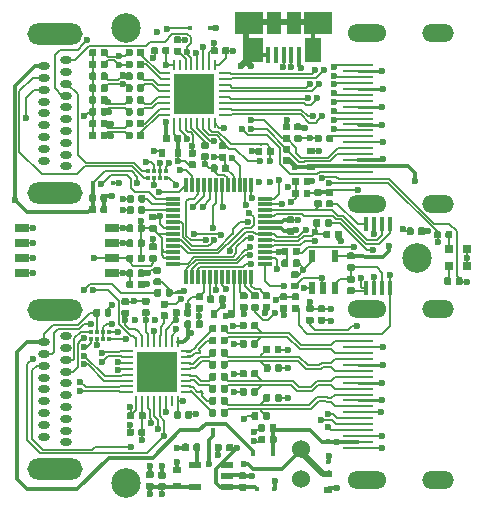
<source format=gbr>
G04 #@! TF.GenerationSoftware,KiCad,Pcbnew,5.1.5+dfsg1-2~bpo10+1*
G04 #@! TF.CreationDate,2020-01-20T23:41:54+01:00*
G04 #@! TF.ProjectId,video-booster-board,76696465-6f2d-4626-9f6f-737465722d62,rev?*
G04 #@! TF.SameCoordinates,Original*
G04 #@! TF.FileFunction,Copper,L1,Top*
G04 #@! TF.FilePolarity,Positive*
%FSLAX46Y46*%
G04 Gerber Fmt 4.6, Leading zero omitted, Abs format (unit mm)*
G04 Created by KiCad (PCBNEW 5.1.5+dfsg1-2~bpo10+1) date 2020-01-20 23:41:54*
%MOMM*%
%LPD*%
G04 APERTURE LIST*
%ADD10R,1.250000X0.350000*%
%ADD11R,0.350000X1.250000*%
%ADD12O,2.700000X1.500000*%
%ADD13O,3.300000X1.500000*%
%ADD14R,2.600000X0.280000*%
%ADD15C,0.100000*%
%ADD16O,1.000000X0.700000*%
%ADD17O,4.700000X1.800000*%
%ADD18R,0.400000X1.200000*%
%ADD19R,0.850000X0.280000*%
%ADD20R,0.280000X0.850000*%
%ADD21C,0.250000*%
%ADD22R,3.450000X3.450000*%
%ADD23R,1.270000X0.760000*%
%ADD24R,0.800000X0.600000*%
%ADD25C,1.524000*%
%ADD26R,0.400000X0.350000*%
%ADD27R,0.350000X0.400000*%
%ADD28R,0.310000X0.420000*%
%ADD29R,0.310000X0.430000*%
%ADD30R,0.550000X1.000000*%
%ADD31R,0.800000X0.800000*%
%ADD32R,0.600000X0.800000*%
%ADD33R,1.050000X0.600000*%
%ADD34R,0.450000X1.380000*%
%ADD35R,1.475000X2.100000*%
%ADD36R,1.175000X1.900000*%
%ADD37R,2.375000X1.900000*%
%ADD38C,2.500000*%
%ADD39C,0.600000*%
%ADD40C,0.300000*%
%ADD41C,0.200000*%
%ADD42C,0.250000*%
%ADD43C,0.150000*%
%ADD44C,0.500000*%
%ADD45C,0.135000*%
G04 APERTURE END LIST*
D10*
X131755000Y-74410000D03*
X131755000Y-74910000D03*
X131755000Y-75410000D03*
X131755000Y-75910000D03*
X131755000Y-76410000D03*
X131755000Y-76910000D03*
X131755000Y-77410000D03*
X131755000Y-77910000D03*
X131755000Y-78410000D03*
X131755000Y-78910000D03*
X131755000Y-79410000D03*
X131755000Y-79910000D03*
D11*
X130630000Y-81035000D03*
X130130000Y-81035000D03*
X129630000Y-81035000D03*
X129130000Y-81035000D03*
X128630000Y-81035000D03*
X128130000Y-81035000D03*
X127630000Y-81035000D03*
X127130000Y-81035000D03*
X126630000Y-81035000D03*
X126130000Y-81035000D03*
X125630000Y-81035000D03*
X125130000Y-81035000D03*
D10*
X124005000Y-79910000D03*
X124005000Y-79410000D03*
X124005000Y-78910000D03*
X124005000Y-78410000D03*
X124005000Y-77910000D03*
X124005000Y-77410000D03*
X124005000Y-74410000D03*
X124005000Y-74910000D03*
X124005000Y-75410000D03*
X124005000Y-75910000D03*
X124005000Y-76410000D03*
X124005000Y-76910000D03*
D11*
X125130000Y-73285000D03*
X125630000Y-73285000D03*
X126130000Y-73285000D03*
X126630000Y-73285000D03*
X127130000Y-73285000D03*
X127630000Y-73285000D03*
X130630000Y-73285000D03*
X130130000Y-73285000D03*
X129630000Y-73285000D03*
X129130000Y-73285000D03*
X128630000Y-73285000D03*
X128130000Y-73285000D03*
D12*
X146450000Y-83750000D03*
X146450000Y-98250000D03*
D13*
X140450000Y-98250000D03*
X140450000Y-83750000D03*
D14*
X139650000Y-95500000D03*
X139650000Y-95000000D03*
X139650000Y-94500000D03*
X139650000Y-94000000D03*
X139650000Y-93500000D03*
X139650000Y-93000000D03*
X139650000Y-92500000D03*
X139650000Y-92000000D03*
X139650000Y-91500000D03*
X139650000Y-86500000D03*
X139650000Y-87000000D03*
X139650000Y-87500000D03*
X139650000Y-88000000D03*
X139650000Y-88500000D03*
X139650000Y-89000000D03*
X139650000Y-89500000D03*
X139650000Y-90000000D03*
X139650000Y-90500000D03*
X139650000Y-91000000D03*
D12*
X146450000Y-60382000D03*
X146450000Y-74882000D03*
D13*
X140450000Y-74882000D03*
X140450000Y-60382000D03*
D14*
X139650000Y-72132000D03*
X139650000Y-71632000D03*
X139650000Y-71132000D03*
X139650000Y-70632000D03*
X139650000Y-70132000D03*
X139650000Y-69632000D03*
X139650000Y-69132000D03*
X139650000Y-68632000D03*
X139650000Y-68132000D03*
X139650000Y-63132000D03*
X139650000Y-63632000D03*
X139650000Y-64132000D03*
X139650000Y-64632000D03*
X139650000Y-65132000D03*
X139650000Y-65632000D03*
X139650000Y-66132000D03*
X139650000Y-66632000D03*
X139650000Y-67132000D03*
X139650000Y-67632000D03*
G04 #@! TA.AperFunction,SMDPad,CuDef*
D15*
G36*
X134542858Y-83412210D02*
G01*
X134557176Y-83414334D01*
X134571217Y-83417851D01*
X134584846Y-83422728D01*
X134597931Y-83428917D01*
X134610347Y-83436358D01*
X134621973Y-83444981D01*
X134632698Y-83454702D01*
X134642419Y-83465427D01*
X134651042Y-83477053D01*
X134658483Y-83489469D01*
X134664672Y-83502554D01*
X134669549Y-83516183D01*
X134673066Y-83530224D01*
X134675190Y-83544542D01*
X134675900Y-83559000D01*
X134675900Y-83854000D01*
X134675190Y-83868458D01*
X134673066Y-83882776D01*
X134669549Y-83896817D01*
X134664672Y-83910446D01*
X134658483Y-83923531D01*
X134651042Y-83935947D01*
X134642419Y-83947573D01*
X134632698Y-83958298D01*
X134621973Y-83968019D01*
X134610347Y-83976642D01*
X134597931Y-83984083D01*
X134584846Y-83990272D01*
X134571217Y-83995149D01*
X134557176Y-83998666D01*
X134542858Y-84000790D01*
X134528400Y-84001500D01*
X134183400Y-84001500D01*
X134168942Y-84000790D01*
X134154624Y-83998666D01*
X134140583Y-83995149D01*
X134126954Y-83990272D01*
X134113869Y-83984083D01*
X134101453Y-83976642D01*
X134089827Y-83968019D01*
X134079102Y-83958298D01*
X134069381Y-83947573D01*
X134060758Y-83935947D01*
X134053317Y-83923531D01*
X134047128Y-83910446D01*
X134042251Y-83896817D01*
X134038734Y-83882776D01*
X134036610Y-83868458D01*
X134035900Y-83854000D01*
X134035900Y-83559000D01*
X134036610Y-83544542D01*
X134038734Y-83530224D01*
X134042251Y-83516183D01*
X134047128Y-83502554D01*
X134053317Y-83489469D01*
X134060758Y-83477053D01*
X134069381Y-83465427D01*
X134079102Y-83454702D01*
X134089827Y-83444981D01*
X134101453Y-83436358D01*
X134113869Y-83428917D01*
X134126954Y-83422728D01*
X134140583Y-83417851D01*
X134154624Y-83414334D01*
X134168942Y-83412210D01*
X134183400Y-83411500D01*
X134528400Y-83411500D01*
X134542858Y-83412210D01*
G37*
G04 #@! TD.AperFunction*
G04 #@! TA.AperFunction,SMDPad,CuDef*
G36*
X134542858Y-82442210D02*
G01*
X134557176Y-82444334D01*
X134571217Y-82447851D01*
X134584846Y-82452728D01*
X134597931Y-82458917D01*
X134610347Y-82466358D01*
X134621973Y-82474981D01*
X134632698Y-82484702D01*
X134642419Y-82495427D01*
X134651042Y-82507053D01*
X134658483Y-82519469D01*
X134664672Y-82532554D01*
X134669549Y-82546183D01*
X134673066Y-82560224D01*
X134675190Y-82574542D01*
X134675900Y-82589000D01*
X134675900Y-82884000D01*
X134675190Y-82898458D01*
X134673066Y-82912776D01*
X134669549Y-82926817D01*
X134664672Y-82940446D01*
X134658483Y-82953531D01*
X134651042Y-82965947D01*
X134642419Y-82977573D01*
X134632698Y-82988298D01*
X134621973Y-82998019D01*
X134610347Y-83006642D01*
X134597931Y-83014083D01*
X134584846Y-83020272D01*
X134571217Y-83025149D01*
X134557176Y-83028666D01*
X134542858Y-83030790D01*
X134528400Y-83031500D01*
X134183400Y-83031500D01*
X134168942Y-83030790D01*
X134154624Y-83028666D01*
X134140583Y-83025149D01*
X134126954Y-83020272D01*
X134113869Y-83014083D01*
X134101453Y-83006642D01*
X134089827Y-82998019D01*
X134079102Y-82988298D01*
X134069381Y-82977573D01*
X134060758Y-82965947D01*
X134053317Y-82953531D01*
X134047128Y-82940446D01*
X134042251Y-82926817D01*
X134038734Y-82912776D01*
X134036610Y-82898458D01*
X134035900Y-82884000D01*
X134035900Y-82589000D01*
X134036610Y-82574542D01*
X134038734Y-82560224D01*
X134042251Y-82546183D01*
X134047128Y-82532554D01*
X134053317Y-82519469D01*
X134060758Y-82507053D01*
X134069381Y-82495427D01*
X134079102Y-82484702D01*
X134089827Y-82474981D01*
X134101453Y-82466358D01*
X134113869Y-82458917D01*
X134126954Y-82452728D01*
X134140583Y-82447851D01*
X134154624Y-82444334D01*
X134168942Y-82442210D01*
X134183400Y-82441500D01*
X134528400Y-82441500D01*
X134542858Y-82442210D01*
G37*
G04 #@! TD.AperFunction*
D16*
X114900000Y-95063700D03*
X113100000Y-94563700D03*
X114900000Y-86063700D03*
X113100000Y-86563700D03*
X114900000Y-94063700D03*
X113100000Y-93563700D03*
X114900000Y-93063700D03*
X113100000Y-92563700D03*
X114900000Y-92063700D03*
X113100000Y-91563700D03*
X114900000Y-91063700D03*
X114900000Y-87063700D03*
X113100000Y-87563700D03*
X114900000Y-88063700D03*
X113100000Y-88563700D03*
X114900000Y-89063700D03*
X113100000Y-89563700D03*
X114900000Y-90063700D03*
X113100000Y-90563700D03*
D17*
X114000000Y-83813700D03*
X114000000Y-97313700D03*
D18*
X142326900Y-81984500D03*
X141676900Y-81984500D03*
X141026900Y-81984500D03*
X140376900Y-81984500D03*
X140376900Y-76584500D03*
X141026900Y-76584500D03*
X142326900Y-76584500D03*
X141676900Y-76584500D03*
G04 #@! TA.AperFunction,SMDPad,CuDef*
D15*
G36*
X125822858Y-70278110D02*
G01*
X125837176Y-70280234D01*
X125851217Y-70283751D01*
X125864846Y-70288628D01*
X125877931Y-70294817D01*
X125890347Y-70302258D01*
X125901973Y-70310881D01*
X125912698Y-70320602D01*
X125922419Y-70331327D01*
X125931042Y-70342953D01*
X125938483Y-70355369D01*
X125944672Y-70368454D01*
X125949549Y-70382083D01*
X125953066Y-70396124D01*
X125955190Y-70410442D01*
X125955900Y-70424900D01*
X125955900Y-70719900D01*
X125955190Y-70734358D01*
X125953066Y-70748676D01*
X125949549Y-70762717D01*
X125944672Y-70776346D01*
X125938483Y-70789431D01*
X125931042Y-70801847D01*
X125922419Y-70813473D01*
X125912698Y-70824198D01*
X125901973Y-70833919D01*
X125890347Y-70842542D01*
X125877931Y-70849983D01*
X125864846Y-70856172D01*
X125851217Y-70861049D01*
X125837176Y-70864566D01*
X125822858Y-70866690D01*
X125808400Y-70867400D01*
X125463400Y-70867400D01*
X125448942Y-70866690D01*
X125434624Y-70864566D01*
X125420583Y-70861049D01*
X125406954Y-70856172D01*
X125393869Y-70849983D01*
X125381453Y-70842542D01*
X125369827Y-70833919D01*
X125359102Y-70824198D01*
X125349381Y-70813473D01*
X125340758Y-70801847D01*
X125333317Y-70789431D01*
X125327128Y-70776346D01*
X125322251Y-70762717D01*
X125318734Y-70748676D01*
X125316610Y-70734358D01*
X125315900Y-70719900D01*
X125315900Y-70424900D01*
X125316610Y-70410442D01*
X125318734Y-70396124D01*
X125322251Y-70382083D01*
X125327128Y-70368454D01*
X125333317Y-70355369D01*
X125340758Y-70342953D01*
X125349381Y-70331327D01*
X125359102Y-70320602D01*
X125369827Y-70310881D01*
X125381453Y-70302258D01*
X125393869Y-70294817D01*
X125406954Y-70288628D01*
X125420583Y-70283751D01*
X125434624Y-70280234D01*
X125448942Y-70278110D01*
X125463400Y-70277400D01*
X125808400Y-70277400D01*
X125822858Y-70278110D01*
G37*
G04 #@! TD.AperFunction*
G04 #@! TA.AperFunction,SMDPad,CuDef*
G36*
X125822858Y-71248110D02*
G01*
X125837176Y-71250234D01*
X125851217Y-71253751D01*
X125864846Y-71258628D01*
X125877931Y-71264817D01*
X125890347Y-71272258D01*
X125901973Y-71280881D01*
X125912698Y-71290602D01*
X125922419Y-71301327D01*
X125931042Y-71312953D01*
X125938483Y-71325369D01*
X125944672Y-71338454D01*
X125949549Y-71352083D01*
X125953066Y-71366124D01*
X125955190Y-71380442D01*
X125955900Y-71394900D01*
X125955900Y-71689900D01*
X125955190Y-71704358D01*
X125953066Y-71718676D01*
X125949549Y-71732717D01*
X125944672Y-71746346D01*
X125938483Y-71759431D01*
X125931042Y-71771847D01*
X125922419Y-71783473D01*
X125912698Y-71794198D01*
X125901973Y-71803919D01*
X125890347Y-71812542D01*
X125877931Y-71819983D01*
X125864846Y-71826172D01*
X125851217Y-71831049D01*
X125837176Y-71834566D01*
X125822858Y-71836690D01*
X125808400Y-71837400D01*
X125463400Y-71837400D01*
X125448942Y-71836690D01*
X125434624Y-71834566D01*
X125420583Y-71831049D01*
X125406954Y-71826172D01*
X125393869Y-71819983D01*
X125381453Y-71812542D01*
X125369827Y-71803919D01*
X125359102Y-71794198D01*
X125349381Y-71783473D01*
X125340758Y-71771847D01*
X125333317Y-71759431D01*
X125327128Y-71746346D01*
X125322251Y-71732717D01*
X125318734Y-71718676D01*
X125316610Y-71704358D01*
X125315900Y-71689900D01*
X125315900Y-71394900D01*
X125316610Y-71380442D01*
X125318734Y-71366124D01*
X125322251Y-71352083D01*
X125327128Y-71338454D01*
X125333317Y-71325369D01*
X125340758Y-71312953D01*
X125349381Y-71301327D01*
X125359102Y-71290602D01*
X125369827Y-71280881D01*
X125381453Y-71272258D01*
X125393869Y-71264817D01*
X125406954Y-71258628D01*
X125420583Y-71253751D01*
X125434624Y-71250234D01*
X125448942Y-71248110D01*
X125463400Y-71247400D01*
X125808400Y-71247400D01*
X125822858Y-71248110D01*
G37*
G04 #@! TD.AperFunction*
G04 #@! TA.AperFunction,SMDPad,CuDef*
G36*
X130072858Y-98558110D02*
G01*
X130087176Y-98560234D01*
X130101217Y-98563751D01*
X130114846Y-98568628D01*
X130127931Y-98574817D01*
X130140347Y-98582258D01*
X130151973Y-98590881D01*
X130162698Y-98600602D01*
X130172419Y-98611327D01*
X130181042Y-98622953D01*
X130188483Y-98635369D01*
X130194672Y-98648454D01*
X130199549Y-98662083D01*
X130203066Y-98676124D01*
X130205190Y-98690442D01*
X130205900Y-98704900D01*
X130205900Y-98999900D01*
X130205190Y-99014358D01*
X130203066Y-99028676D01*
X130199549Y-99042717D01*
X130194672Y-99056346D01*
X130188483Y-99069431D01*
X130181042Y-99081847D01*
X130172419Y-99093473D01*
X130162698Y-99104198D01*
X130151973Y-99113919D01*
X130140347Y-99122542D01*
X130127931Y-99129983D01*
X130114846Y-99136172D01*
X130101217Y-99141049D01*
X130087176Y-99144566D01*
X130072858Y-99146690D01*
X130058400Y-99147400D01*
X129713400Y-99147400D01*
X129698942Y-99146690D01*
X129684624Y-99144566D01*
X129670583Y-99141049D01*
X129656954Y-99136172D01*
X129643869Y-99129983D01*
X129631453Y-99122542D01*
X129619827Y-99113919D01*
X129609102Y-99104198D01*
X129599381Y-99093473D01*
X129590758Y-99081847D01*
X129583317Y-99069431D01*
X129577128Y-99056346D01*
X129572251Y-99042717D01*
X129568734Y-99028676D01*
X129566610Y-99014358D01*
X129565900Y-98999900D01*
X129565900Y-98704900D01*
X129566610Y-98690442D01*
X129568734Y-98676124D01*
X129572251Y-98662083D01*
X129577128Y-98648454D01*
X129583317Y-98635369D01*
X129590758Y-98622953D01*
X129599381Y-98611327D01*
X129609102Y-98600602D01*
X129619827Y-98590881D01*
X129631453Y-98582258D01*
X129643869Y-98574817D01*
X129656954Y-98568628D01*
X129670583Y-98563751D01*
X129684624Y-98560234D01*
X129698942Y-98558110D01*
X129713400Y-98557400D01*
X130058400Y-98557400D01*
X130072858Y-98558110D01*
G37*
G04 #@! TD.AperFunction*
G04 #@! TA.AperFunction,SMDPad,CuDef*
G36*
X130072858Y-97588110D02*
G01*
X130087176Y-97590234D01*
X130101217Y-97593751D01*
X130114846Y-97598628D01*
X130127931Y-97604817D01*
X130140347Y-97612258D01*
X130151973Y-97620881D01*
X130162698Y-97630602D01*
X130172419Y-97641327D01*
X130181042Y-97652953D01*
X130188483Y-97665369D01*
X130194672Y-97678454D01*
X130199549Y-97692083D01*
X130203066Y-97706124D01*
X130205190Y-97720442D01*
X130205900Y-97734900D01*
X130205900Y-98029900D01*
X130205190Y-98044358D01*
X130203066Y-98058676D01*
X130199549Y-98072717D01*
X130194672Y-98086346D01*
X130188483Y-98099431D01*
X130181042Y-98111847D01*
X130172419Y-98123473D01*
X130162698Y-98134198D01*
X130151973Y-98143919D01*
X130140347Y-98152542D01*
X130127931Y-98159983D01*
X130114846Y-98166172D01*
X130101217Y-98171049D01*
X130087176Y-98174566D01*
X130072858Y-98176690D01*
X130058400Y-98177400D01*
X129713400Y-98177400D01*
X129698942Y-98176690D01*
X129684624Y-98174566D01*
X129670583Y-98171049D01*
X129656954Y-98166172D01*
X129643869Y-98159983D01*
X129631453Y-98152542D01*
X129619827Y-98143919D01*
X129609102Y-98134198D01*
X129599381Y-98123473D01*
X129590758Y-98111847D01*
X129583317Y-98099431D01*
X129577128Y-98086346D01*
X129572251Y-98072717D01*
X129568734Y-98058676D01*
X129566610Y-98044358D01*
X129565900Y-98029900D01*
X129565900Y-97734900D01*
X129566610Y-97720442D01*
X129568734Y-97706124D01*
X129572251Y-97692083D01*
X129577128Y-97678454D01*
X129583317Y-97665369D01*
X129590758Y-97652953D01*
X129599381Y-97641327D01*
X129609102Y-97630602D01*
X129619827Y-97620881D01*
X129631453Y-97612258D01*
X129643869Y-97604817D01*
X129656954Y-97598628D01*
X129670583Y-97593751D01*
X129684624Y-97590234D01*
X129698942Y-97588110D01*
X129713400Y-97587400D01*
X130058400Y-97587400D01*
X130072858Y-97588110D01*
G37*
G04 #@! TD.AperFunction*
G04 #@! TA.AperFunction,SMDPad,CuDef*
G36*
X126412858Y-83408110D02*
G01*
X126427176Y-83410234D01*
X126441217Y-83413751D01*
X126454846Y-83418628D01*
X126467931Y-83424817D01*
X126480347Y-83432258D01*
X126491973Y-83440881D01*
X126502698Y-83450602D01*
X126512419Y-83461327D01*
X126521042Y-83472953D01*
X126528483Y-83485369D01*
X126534672Y-83498454D01*
X126539549Y-83512083D01*
X126543066Y-83526124D01*
X126545190Y-83540442D01*
X126545900Y-83554900D01*
X126545900Y-83849900D01*
X126545190Y-83864358D01*
X126543066Y-83878676D01*
X126539549Y-83892717D01*
X126534672Y-83906346D01*
X126528483Y-83919431D01*
X126521042Y-83931847D01*
X126512419Y-83943473D01*
X126502698Y-83954198D01*
X126491973Y-83963919D01*
X126480347Y-83972542D01*
X126467931Y-83979983D01*
X126454846Y-83986172D01*
X126441217Y-83991049D01*
X126427176Y-83994566D01*
X126412858Y-83996690D01*
X126398400Y-83997400D01*
X126053400Y-83997400D01*
X126038942Y-83996690D01*
X126024624Y-83994566D01*
X126010583Y-83991049D01*
X125996954Y-83986172D01*
X125983869Y-83979983D01*
X125971453Y-83972542D01*
X125959827Y-83963919D01*
X125949102Y-83954198D01*
X125939381Y-83943473D01*
X125930758Y-83931847D01*
X125923317Y-83919431D01*
X125917128Y-83906346D01*
X125912251Y-83892717D01*
X125908734Y-83878676D01*
X125906610Y-83864358D01*
X125905900Y-83849900D01*
X125905900Y-83554900D01*
X125906610Y-83540442D01*
X125908734Y-83526124D01*
X125912251Y-83512083D01*
X125917128Y-83498454D01*
X125923317Y-83485369D01*
X125930758Y-83472953D01*
X125939381Y-83461327D01*
X125949102Y-83450602D01*
X125959827Y-83440881D01*
X125971453Y-83432258D01*
X125983869Y-83424817D01*
X125996954Y-83418628D01*
X126010583Y-83413751D01*
X126024624Y-83410234D01*
X126038942Y-83408110D01*
X126053400Y-83407400D01*
X126398400Y-83407400D01*
X126412858Y-83408110D01*
G37*
G04 #@! TD.AperFunction*
G04 #@! TA.AperFunction,SMDPad,CuDef*
G36*
X126412858Y-82438110D02*
G01*
X126427176Y-82440234D01*
X126441217Y-82443751D01*
X126454846Y-82448628D01*
X126467931Y-82454817D01*
X126480347Y-82462258D01*
X126491973Y-82470881D01*
X126502698Y-82480602D01*
X126512419Y-82491327D01*
X126521042Y-82502953D01*
X126528483Y-82515369D01*
X126534672Y-82528454D01*
X126539549Y-82542083D01*
X126543066Y-82556124D01*
X126545190Y-82570442D01*
X126545900Y-82584900D01*
X126545900Y-82879900D01*
X126545190Y-82894358D01*
X126543066Y-82908676D01*
X126539549Y-82922717D01*
X126534672Y-82936346D01*
X126528483Y-82949431D01*
X126521042Y-82961847D01*
X126512419Y-82973473D01*
X126502698Y-82984198D01*
X126491973Y-82993919D01*
X126480347Y-83002542D01*
X126467931Y-83009983D01*
X126454846Y-83016172D01*
X126441217Y-83021049D01*
X126427176Y-83024566D01*
X126412858Y-83026690D01*
X126398400Y-83027400D01*
X126053400Y-83027400D01*
X126038942Y-83026690D01*
X126024624Y-83024566D01*
X126010583Y-83021049D01*
X125996954Y-83016172D01*
X125983869Y-83009983D01*
X125971453Y-83002542D01*
X125959827Y-82993919D01*
X125949102Y-82984198D01*
X125939381Y-82973473D01*
X125930758Y-82961847D01*
X125923317Y-82949431D01*
X125917128Y-82936346D01*
X125912251Y-82922717D01*
X125908734Y-82908676D01*
X125906610Y-82894358D01*
X125905900Y-82879900D01*
X125905900Y-82584900D01*
X125906610Y-82570442D01*
X125908734Y-82556124D01*
X125912251Y-82542083D01*
X125917128Y-82528454D01*
X125923317Y-82515369D01*
X125930758Y-82502953D01*
X125939381Y-82491327D01*
X125949102Y-82480602D01*
X125959827Y-82470881D01*
X125971453Y-82462258D01*
X125983869Y-82454817D01*
X125996954Y-82448628D01*
X126010583Y-82443751D01*
X126024624Y-82440234D01*
X126038942Y-82438110D01*
X126053400Y-82437400D01*
X126398400Y-82437400D01*
X126412858Y-82438110D01*
G37*
G04 #@! TD.AperFunction*
D19*
X123335000Y-67312000D03*
X123335000Y-66812000D03*
X123335000Y-66312000D03*
X123335000Y-65812000D03*
X123335000Y-65312000D03*
X123335000Y-64812000D03*
X123335000Y-64312000D03*
D20*
X124060000Y-63087000D03*
X124560000Y-63087000D03*
X125060000Y-63087000D03*
X125560000Y-63087000D03*
X126060000Y-63087000D03*
X126560000Y-63087000D03*
X127060000Y-63087000D03*
D19*
X128285000Y-63812000D03*
X128285000Y-64312000D03*
X128285000Y-64812000D03*
X128285000Y-65312000D03*
X128285000Y-65812000D03*
X128285000Y-66312000D03*
X128285000Y-66812000D03*
D20*
X127560000Y-68037000D03*
X127060000Y-68037000D03*
X126560000Y-68037000D03*
X126060000Y-68037000D03*
X125560000Y-68037000D03*
X125060000Y-68037000D03*
X124560000Y-68037000D03*
X124060000Y-68037000D03*
D21*
X126810000Y-66562000D03*
X125810000Y-66562000D03*
X124810000Y-66562000D03*
X126810000Y-65562000D03*
X125810000Y-65562000D03*
X124810000Y-65562000D03*
X126810000Y-64562000D03*
X125810000Y-64562000D03*
X124810000Y-64562000D03*
D22*
X125810000Y-65562000D03*
D19*
X128285000Y-67312000D03*
D20*
X127560000Y-63087000D03*
D19*
X123335000Y-63812000D03*
D23*
X111203500Y-76923900D03*
X111203500Y-78193900D03*
X118793500Y-76923900D03*
X118793500Y-78193900D03*
X111203500Y-79463900D03*
X118793500Y-79463900D03*
X111203500Y-80733900D03*
X118793500Y-80733900D03*
D16*
X114900000Y-71695700D03*
X113100000Y-71195700D03*
X114900000Y-62695700D03*
X113100000Y-63195700D03*
X114900000Y-70695700D03*
X113100000Y-70195700D03*
X114900000Y-69695700D03*
X113100000Y-69195700D03*
X114900000Y-68695700D03*
X113100000Y-68195700D03*
X114900000Y-67695700D03*
X114900000Y-63695700D03*
X113100000Y-64195700D03*
X114900000Y-64695700D03*
X113100000Y-65195700D03*
X114900000Y-65695700D03*
X113100000Y-66195700D03*
X114900000Y-66695700D03*
X113100000Y-67195700D03*
D17*
X114000000Y-60445700D03*
X114000000Y-73945700D03*
G04 #@! TA.AperFunction,SMDPad,CuDef*
D15*
G36*
X122842858Y-80198110D02*
G01*
X122857176Y-80200234D01*
X122871217Y-80203751D01*
X122884846Y-80208628D01*
X122897931Y-80214817D01*
X122910347Y-80222258D01*
X122921973Y-80230881D01*
X122932698Y-80240602D01*
X122942419Y-80251327D01*
X122951042Y-80262953D01*
X122958483Y-80275369D01*
X122964672Y-80288454D01*
X122969549Y-80302083D01*
X122973066Y-80316124D01*
X122975190Y-80330442D01*
X122975900Y-80344900D01*
X122975900Y-80639900D01*
X122975190Y-80654358D01*
X122973066Y-80668676D01*
X122969549Y-80682717D01*
X122964672Y-80696346D01*
X122958483Y-80709431D01*
X122951042Y-80721847D01*
X122942419Y-80733473D01*
X122932698Y-80744198D01*
X122921973Y-80753919D01*
X122910347Y-80762542D01*
X122897931Y-80769983D01*
X122884846Y-80776172D01*
X122871217Y-80781049D01*
X122857176Y-80784566D01*
X122842858Y-80786690D01*
X122828400Y-80787400D01*
X122483400Y-80787400D01*
X122468942Y-80786690D01*
X122454624Y-80784566D01*
X122440583Y-80781049D01*
X122426954Y-80776172D01*
X122413869Y-80769983D01*
X122401453Y-80762542D01*
X122389827Y-80753919D01*
X122379102Y-80744198D01*
X122369381Y-80733473D01*
X122360758Y-80721847D01*
X122353317Y-80709431D01*
X122347128Y-80696346D01*
X122342251Y-80682717D01*
X122338734Y-80668676D01*
X122336610Y-80654358D01*
X122335900Y-80639900D01*
X122335900Y-80344900D01*
X122336610Y-80330442D01*
X122338734Y-80316124D01*
X122342251Y-80302083D01*
X122347128Y-80288454D01*
X122353317Y-80275369D01*
X122360758Y-80262953D01*
X122369381Y-80251327D01*
X122379102Y-80240602D01*
X122389827Y-80230881D01*
X122401453Y-80222258D01*
X122413869Y-80214817D01*
X122426954Y-80208628D01*
X122440583Y-80203751D01*
X122454624Y-80200234D01*
X122468942Y-80198110D01*
X122483400Y-80197400D01*
X122828400Y-80197400D01*
X122842858Y-80198110D01*
G37*
G04 #@! TD.AperFunction*
G04 #@! TA.AperFunction,SMDPad,CuDef*
G36*
X122842858Y-81168110D02*
G01*
X122857176Y-81170234D01*
X122871217Y-81173751D01*
X122884846Y-81178628D01*
X122897931Y-81184817D01*
X122910347Y-81192258D01*
X122921973Y-81200881D01*
X122932698Y-81210602D01*
X122942419Y-81221327D01*
X122951042Y-81232953D01*
X122958483Y-81245369D01*
X122964672Y-81258454D01*
X122969549Y-81272083D01*
X122973066Y-81286124D01*
X122975190Y-81300442D01*
X122975900Y-81314900D01*
X122975900Y-81609900D01*
X122975190Y-81624358D01*
X122973066Y-81638676D01*
X122969549Y-81652717D01*
X122964672Y-81666346D01*
X122958483Y-81679431D01*
X122951042Y-81691847D01*
X122942419Y-81703473D01*
X122932698Y-81714198D01*
X122921973Y-81723919D01*
X122910347Y-81732542D01*
X122897931Y-81739983D01*
X122884846Y-81746172D01*
X122871217Y-81751049D01*
X122857176Y-81754566D01*
X122842858Y-81756690D01*
X122828400Y-81757400D01*
X122483400Y-81757400D01*
X122468942Y-81756690D01*
X122454624Y-81754566D01*
X122440583Y-81751049D01*
X122426954Y-81746172D01*
X122413869Y-81739983D01*
X122401453Y-81732542D01*
X122389827Y-81723919D01*
X122379102Y-81714198D01*
X122369381Y-81703473D01*
X122360758Y-81691847D01*
X122353317Y-81679431D01*
X122347128Y-81666346D01*
X122342251Y-81652717D01*
X122338734Y-81638676D01*
X122336610Y-81624358D01*
X122335900Y-81609900D01*
X122335900Y-81314900D01*
X122336610Y-81300442D01*
X122338734Y-81286124D01*
X122342251Y-81272083D01*
X122347128Y-81258454D01*
X122353317Y-81245369D01*
X122360758Y-81232953D01*
X122369381Y-81221327D01*
X122379102Y-81210602D01*
X122389827Y-81200881D01*
X122401453Y-81192258D01*
X122413869Y-81184817D01*
X122426954Y-81178628D01*
X122440583Y-81173751D01*
X122454624Y-81170234D01*
X122468942Y-81168110D01*
X122483400Y-81167400D01*
X122828400Y-81167400D01*
X122842858Y-81168110D01*
G37*
G04 #@! TD.AperFunction*
G04 #@! TA.AperFunction,SMDPad,CuDef*
G36*
X134134758Y-75914410D02*
G01*
X134149076Y-75916534D01*
X134163117Y-75920051D01*
X134176746Y-75924928D01*
X134189831Y-75931117D01*
X134202247Y-75938558D01*
X134213873Y-75947181D01*
X134224598Y-75956902D01*
X134234319Y-75967627D01*
X134242942Y-75979253D01*
X134250383Y-75991669D01*
X134256572Y-76004754D01*
X134261449Y-76018383D01*
X134264966Y-76032424D01*
X134267090Y-76046742D01*
X134267800Y-76061200D01*
X134267800Y-76356200D01*
X134267090Y-76370658D01*
X134264966Y-76384976D01*
X134261449Y-76399017D01*
X134256572Y-76412646D01*
X134250383Y-76425731D01*
X134242942Y-76438147D01*
X134234319Y-76449773D01*
X134224598Y-76460498D01*
X134213873Y-76470219D01*
X134202247Y-76478842D01*
X134189831Y-76486283D01*
X134176746Y-76492472D01*
X134163117Y-76497349D01*
X134149076Y-76500866D01*
X134134758Y-76502990D01*
X134120300Y-76503700D01*
X133775300Y-76503700D01*
X133760842Y-76502990D01*
X133746524Y-76500866D01*
X133732483Y-76497349D01*
X133718854Y-76492472D01*
X133705769Y-76486283D01*
X133693353Y-76478842D01*
X133681727Y-76470219D01*
X133671002Y-76460498D01*
X133661281Y-76449773D01*
X133652658Y-76438147D01*
X133645217Y-76425731D01*
X133639028Y-76412646D01*
X133634151Y-76399017D01*
X133630634Y-76384976D01*
X133628510Y-76370658D01*
X133627800Y-76356200D01*
X133627800Y-76061200D01*
X133628510Y-76046742D01*
X133630634Y-76032424D01*
X133634151Y-76018383D01*
X133639028Y-76004754D01*
X133645217Y-75991669D01*
X133652658Y-75979253D01*
X133661281Y-75967627D01*
X133671002Y-75956902D01*
X133681727Y-75947181D01*
X133693353Y-75938558D01*
X133705769Y-75931117D01*
X133718854Y-75924928D01*
X133732483Y-75920051D01*
X133746524Y-75916534D01*
X133760842Y-75914410D01*
X133775300Y-75913700D01*
X134120300Y-75913700D01*
X134134758Y-75914410D01*
G37*
G04 #@! TD.AperFunction*
G04 #@! TA.AperFunction,SMDPad,CuDef*
G36*
X134134758Y-76884410D02*
G01*
X134149076Y-76886534D01*
X134163117Y-76890051D01*
X134176746Y-76894928D01*
X134189831Y-76901117D01*
X134202247Y-76908558D01*
X134213873Y-76917181D01*
X134224598Y-76926902D01*
X134234319Y-76937627D01*
X134242942Y-76949253D01*
X134250383Y-76961669D01*
X134256572Y-76974754D01*
X134261449Y-76988383D01*
X134264966Y-77002424D01*
X134267090Y-77016742D01*
X134267800Y-77031200D01*
X134267800Y-77326200D01*
X134267090Y-77340658D01*
X134264966Y-77354976D01*
X134261449Y-77369017D01*
X134256572Y-77382646D01*
X134250383Y-77395731D01*
X134242942Y-77408147D01*
X134234319Y-77419773D01*
X134224598Y-77430498D01*
X134213873Y-77440219D01*
X134202247Y-77448842D01*
X134189831Y-77456283D01*
X134176746Y-77462472D01*
X134163117Y-77467349D01*
X134149076Y-77470866D01*
X134134758Y-77472990D01*
X134120300Y-77473700D01*
X133775300Y-77473700D01*
X133760842Y-77472990D01*
X133746524Y-77470866D01*
X133732483Y-77467349D01*
X133718854Y-77462472D01*
X133705769Y-77456283D01*
X133693353Y-77448842D01*
X133681727Y-77440219D01*
X133671002Y-77430498D01*
X133661281Y-77419773D01*
X133652658Y-77408147D01*
X133645217Y-77395731D01*
X133639028Y-77382646D01*
X133634151Y-77369017D01*
X133630634Y-77354976D01*
X133628510Y-77340658D01*
X133627800Y-77326200D01*
X133627800Y-77031200D01*
X133628510Y-77016742D01*
X133630634Y-77002424D01*
X133634151Y-76988383D01*
X133639028Y-76974754D01*
X133645217Y-76961669D01*
X133652658Y-76949253D01*
X133661281Y-76937627D01*
X133671002Y-76926902D01*
X133681727Y-76917181D01*
X133693353Y-76908558D01*
X133705769Y-76901117D01*
X133718854Y-76894928D01*
X133732483Y-76890051D01*
X133746524Y-76886534D01*
X133760842Y-76884410D01*
X133775300Y-76883700D01*
X134120300Y-76883700D01*
X134134758Y-76884410D01*
G37*
G04 #@! TD.AperFunction*
D24*
X135655900Y-71777400D03*
X135655900Y-70377400D03*
D19*
X125105000Y-87318000D03*
X125105000Y-87818000D03*
X125105000Y-88318000D03*
X125105000Y-88818000D03*
X125105000Y-89318000D03*
X125105000Y-89818000D03*
X125105000Y-90318000D03*
D20*
X124380000Y-91543000D03*
X123880000Y-91543000D03*
X123380000Y-91543000D03*
X122880000Y-91543000D03*
X122380000Y-91543000D03*
X121880000Y-91543000D03*
X121380000Y-91543000D03*
D19*
X120155000Y-90818000D03*
X120155000Y-90318000D03*
X120155000Y-89818000D03*
X120155000Y-89318000D03*
X120155000Y-88818000D03*
X120155000Y-88318000D03*
X120155000Y-87818000D03*
D20*
X120880000Y-86593000D03*
X121380000Y-86593000D03*
X121880000Y-86593000D03*
X122380000Y-86593000D03*
X122880000Y-86593000D03*
X123380000Y-86593000D03*
X123880000Y-86593000D03*
X124380000Y-86593000D03*
D21*
X121630000Y-88068000D03*
X122630000Y-88068000D03*
X123630000Y-88068000D03*
X121630000Y-89068000D03*
X122630000Y-89068000D03*
X123630000Y-89068000D03*
X121630000Y-90068000D03*
X122630000Y-90068000D03*
X123630000Y-90068000D03*
D22*
X122630000Y-89068000D03*
D19*
X120155000Y-87318000D03*
D20*
X120880000Y-91543000D03*
D19*
X125105000Y-90818000D03*
G04 #@! TA.AperFunction,SMDPad,CuDef*
D15*
G36*
X122222858Y-97508110D02*
G01*
X122237176Y-97510234D01*
X122251217Y-97513751D01*
X122264846Y-97518628D01*
X122277931Y-97524817D01*
X122290347Y-97532258D01*
X122301973Y-97540881D01*
X122312698Y-97550602D01*
X122322419Y-97561327D01*
X122331042Y-97572953D01*
X122338483Y-97585369D01*
X122344672Y-97598454D01*
X122349549Y-97612083D01*
X122353066Y-97626124D01*
X122355190Y-97640442D01*
X122355900Y-97654900D01*
X122355900Y-97949900D01*
X122355190Y-97964358D01*
X122353066Y-97978676D01*
X122349549Y-97992717D01*
X122344672Y-98006346D01*
X122338483Y-98019431D01*
X122331042Y-98031847D01*
X122322419Y-98043473D01*
X122312698Y-98054198D01*
X122301973Y-98063919D01*
X122290347Y-98072542D01*
X122277931Y-98079983D01*
X122264846Y-98086172D01*
X122251217Y-98091049D01*
X122237176Y-98094566D01*
X122222858Y-98096690D01*
X122208400Y-98097400D01*
X121863400Y-98097400D01*
X121848942Y-98096690D01*
X121834624Y-98094566D01*
X121820583Y-98091049D01*
X121806954Y-98086172D01*
X121793869Y-98079983D01*
X121781453Y-98072542D01*
X121769827Y-98063919D01*
X121759102Y-98054198D01*
X121749381Y-98043473D01*
X121740758Y-98031847D01*
X121733317Y-98019431D01*
X121727128Y-98006346D01*
X121722251Y-97992717D01*
X121718734Y-97978676D01*
X121716610Y-97964358D01*
X121715900Y-97949900D01*
X121715900Y-97654900D01*
X121716610Y-97640442D01*
X121718734Y-97626124D01*
X121722251Y-97612083D01*
X121727128Y-97598454D01*
X121733317Y-97585369D01*
X121740758Y-97572953D01*
X121749381Y-97561327D01*
X121759102Y-97550602D01*
X121769827Y-97540881D01*
X121781453Y-97532258D01*
X121793869Y-97524817D01*
X121806954Y-97518628D01*
X121820583Y-97513751D01*
X121834624Y-97510234D01*
X121848942Y-97508110D01*
X121863400Y-97507400D01*
X122208400Y-97507400D01*
X122222858Y-97508110D01*
G37*
G04 #@! TD.AperFunction*
G04 #@! TA.AperFunction,SMDPad,CuDef*
G36*
X122222858Y-98478110D02*
G01*
X122237176Y-98480234D01*
X122251217Y-98483751D01*
X122264846Y-98488628D01*
X122277931Y-98494817D01*
X122290347Y-98502258D01*
X122301973Y-98510881D01*
X122312698Y-98520602D01*
X122322419Y-98531327D01*
X122331042Y-98542953D01*
X122338483Y-98555369D01*
X122344672Y-98568454D01*
X122349549Y-98582083D01*
X122353066Y-98596124D01*
X122355190Y-98610442D01*
X122355900Y-98624900D01*
X122355900Y-98919900D01*
X122355190Y-98934358D01*
X122353066Y-98948676D01*
X122349549Y-98962717D01*
X122344672Y-98976346D01*
X122338483Y-98989431D01*
X122331042Y-99001847D01*
X122322419Y-99013473D01*
X122312698Y-99024198D01*
X122301973Y-99033919D01*
X122290347Y-99042542D01*
X122277931Y-99049983D01*
X122264846Y-99056172D01*
X122251217Y-99061049D01*
X122237176Y-99064566D01*
X122222858Y-99066690D01*
X122208400Y-99067400D01*
X121863400Y-99067400D01*
X121848942Y-99066690D01*
X121834624Y-99064566D01*
X121820583Y-99061049D01*
X121806954Y-99056172D01*
X121793869Y-99049983D01*
X121781453Y-99042542D01*
X121769827Y-99033919D01*
X121759102Y-99024198D01*
X121749381Y-99013473D01*
X121740758Y-99001847D01*
X121733317Y-98989431D01*
X121727128Y-98976346D01*
X121722251Y-98962717D01*
X121718734Y-98948676D01*
X121716610Y-98934358D01*
X121715900Y-98919900D01*
X121715900Y-98624900D01*
X121716610Y-98610442D01*
X121718734Y-98596124D01*
X121722251Y-98582083D01*
X121727128Y-98568454D01*
X121733317Y-98555369D01*
X121740758Y-98542953D01*
X121749381Y-98531327D01*
X121759102Y-98520602D01*
X121769827Y-98510881D01*
X121781453Y-98502258D01*
X121793869Y-98494817D01*
X121806954Y-98488628D01*
X121820583Y-98483751D01*
X121834624Y-98480234D01*
X121848942Y-98478110D01*
X121863400Y-98477400D01*
X122208400Y-98477400D01*
X122222858Y-98478110D01*
G37*
G04 #@! TD.AperFunction*
G04 #@! TA.AperFunction,SMDPad,CuDef*
G36*
X134532858Y-73658110D02*
G01*
X134547176Y-73660234D01*
X134561217Y-73663751D01*
X134574846Y-73668628D01*
X134587931Y-73674817D01*
X134600347Y-73682258D01*
X134611973Y-73690881D01*
X134622698Y-73700602D01*
X134632419Y-73711327D01*
X134641042Y-73722953D01*
X134648483Y-73735369D01*
X134654672Y-73748454D01*
X134659549Y-73762083D01*
X134663066Y-73776124D01*
X134665190Y-73790442D01*
X134665900Y-73804900D01*
X134665900Y-74149900D01*
X134665190Y-74164358D01*
X134663066Y-74178676D01*
X134659549Y-74192717D01*
X134654672Y-74206346D01*
X134648483Y-74219431D01*
X134641042Y-74231847D01*
X134632419Y-74243473D01*
X134622698Y-74254198D01*
X134611973Y-74263919D01*
X134600347Y-74272542D01*
X134587931Y-74279983D01*
X134574846Y-74286172D01*
X134561217Y-74291049D01*
X134547176Y-74294566D01*
X134532858Y-74296690D01*
X134518400Y-74297400D01*
X134223400Y-74297400D01*
X134208942Y-74296690D01*
X134194624Y-74294566D01*
X134180583Y-74291049D01*
X134166954Y-74286172D01*
X134153869Y-74279983D01*
X134141453Y-74272542D01*
X134129827Y-74263919D01*
X134119102Y-74254198D01*
X134109381Y-74243473D01*
X134100758Y-74231847D01*
X134093317Y-74219431D01*
X134087128Y-74206346D01*
X134082251Y-74192717D01*
X134078734Y-74178676D01*
X134076610Y-74164358D01*
X134075900Y-74149900D01*
X134075900Y-73804900D01*
X134076610Y-73790442D01*
X134078734Y-73776124D01*
X134082251Y-73762083D01*
X134087128Y-73748454D01*
X134093317Y-73735369D01*
X134100758Y-73722953D01*
X134109381Y-73711327D01*
X134119102Y-73700602D01*
X134129827Y-73690881D01*
X134141453Y-73682258D01*
X134153869Y-73674817D01*
X134166954Y-73668628D01*
X134180583Y-73663751D01*
X134194624Y-73660234D01*
X134208942Y-73658110D01*
X134223400Y-73657400D01*
X134518400Y-73657400D01*
X134532858Y-73658110D01*
G37*
G04 #@! TD.AperFunction*
G04 #@! TA.AperFunction,SMDPad,CuDef*
G36*
X135502858Y-73658110D02*
G01*
X135517176Y-73660234D01*
X135531217Y-73663751D01*
X135544846Y-73668628D01*
X135557931Y-73674817D01*
X135570347Y-73682258D01*
X135581973Y-73690881D01*
X135592698Y-73700602D01*
X135602419Y-73711327D01*
X135611042Y-73722953D01*
X135618483Y-73735369D01*
X135624672Y-73748454D01*
X135629549Y-73762083D01*
X135633066Y-73776124D01*
X135635190Y-73790442D01*
X135635900Y-73804900D01*
X135635900Y-74149900D01*
X135635190Y-74164358D01*
X135633066Y-74178676D01*
X135629549Y-74192717D01*
X135624672Y-74206346D01*
X135618483Y-74219431D01*
X135611042Y-74231847D01*
X135602419Y-74243473D01*
X135592698Y-74254198D01*
X135581973Y-74263919D01*
X135570347Y-74272542D01*
X135557931Y-74279983D01*
X135544846Y-74286172D01*
X135531217Y-74291049D01*
X135517176Y-74294566D01*
X135502858Y-74296690D01*
X135488400Y-74297400D01*
X135193400Y-74297400D01*
X135178942Y-74296690D01*
X135164624Y-74294566D01*
X135150583Y-74291049D01*
X135136954Y-74286172D01*
X135123869Y-74279983D01*
X135111453Y-74272542D01*
X135099827Y-74263919D01*
X135089102Y-74254198D01*
X135079381Y-74243473D01*
X135070758Y-74231847D01*
X135063317Y-74219431D01*
X135057128Y-74206346D01*
X135052251Y-74192717D01*
X135048734Y-74178676D01*
X135046610Y-74164358D01*
X135045900Y-74149900D01*
X135045900Y-73804900D01*
X135046610Y-73790442D01*
X135048734Y-73776124D01*
X135052251Y-73762083D01*
X135057128Y-73748454D01*
X135063317Y-73735369D01*
X135070758Y-73722953D01*
X135079381Y-73711327D01*
X135089102Y-73700602D01*
X135099827Y-73690881D01*
X135111453Y-73682258D01*
X135123869Y-73674817D01*
X135136954Y-73668628D01*
X135150583Y-73663751D01*
X135164624Y-73660234D01*
X135178942Y-73658110D01*
X135193400Y-73657400D01*
X135488400Y-73657400D01*
X135502858Y-73658110D01*
G37*
G04 #@! TD.AperFunction*
G04 #@! TA.AperFunction,SMDPad,CuDef*
G36*
X131652858Y-93518110D02*
G01*
X131667176Y-93520234D01*
X131681217Y-93523751D01*
X131694846Y-93528628D01*
X131707931Y-93534817D01*
X131720347Y-93542258D01*
X131731973Y-93550881D01*
X131742698Y-93560602D01*
X131752419Y-93571327D01*
X131761042Y-93582953D01*
X131768483Y-93595369D01*
X131774672Y-93608454D01*
X131779549Y-93622083D01*
X131783066Y-93636124D01*
X131785190Y-93650442D01*
X131785900Y-93664900D01*
X131785900Y-94009900D01*
X131785190Y-94024358D01*
X131783066Y-94038676D01*
X131779549Y-94052717D01*
X131774672Y-94066346D01*
X131768483Y-94079431D01*
X131761042Y-94091847D01*
X131752419Y-94103473D01*
X131742698Y-94114198D01*
X131731973Y-94123919D01*
X131720347Y-94132542D01*
X131707931Y-94139983D01*
X131694846Y-94146172D01*
X131681217Y-94151049D01*
X131667176Y-94154566D01*
X131652858Y-94156690D01*
X131638400Y-94157400D01*
X131343400Y-94157400D01*
X131328942Y-94156690D01*
X131314624Y-94154566D01*
X131300583Y-94151049D01*
X131286954Y-94146172D01*
X131273869Y-94139983D01*
X131261453Y-94132542D01*
X131249827Y-94123919D01*
X131239102Y-94114198D01*
X131229381Y-94103473D01*
X131220758Y-94091847D01*
X131213317Y-94079431D01*
X131207128Y-94066346D01*
X131202251Y-94052717D01*
X131198734Y-94038676D01*
X131196610Y-94024358D01*
X131195900Y-94009900D01*
X131195900Y-93664900D01*
X131196610Y-93650442D01*
X131198734Y-93636124D01*
X131202251Y-93622083D01*
X131207128Y-93608454D01*
X131213317Y-93595369D01*
X131220758Y-93582953D01*
X131229381Y-93571327D01*
X131239102Y-93560602D01*
X131249827Y-93550881D01*
X131261453Y-93542258D01*
X131273869Y-93534817D01*
X131286954Y-93528628D01*
X131300583Y-93523751D01*
X131314624Y-93520234D01*
X131328942Y-93518110D01*
X131343400Y-93517400D01*
X131638400Y-93517400D01*
X131652858Y-93518110D01*
G37*
G04 #@! TD.AperFunction*
G04 #@! TA.AperFunction,SMDPad,CuDef*
G36*
X132622858Y-93518110D02*
G01*
X132637176Y-93520234D01*
X132651217Y-93523751D01*
X132664846Y-93528628D01*
X132677931Y-93534817D01*
X132690347Y-93542258D01*
X132701973Y-93550881D01*
X132712698Y-93560602D01*
X132722419Y-93571327D01*
X132731042Y-93582953D01*
X132738483Y-93595369D01*
X132744672Y-93608454D01*
X132749549Y-93622083D01*
X132753066Y-93636124D01*
X132755190Y-93650442D01*
X132755900Y-93664900D01*
X132755900Y-94009900D01*
X132755190Y-94024358D01*
X132753066Y-94038676D01*
X132749549Y-94052717D01*
X132744672Y-94066346D01*
X132738483Y-94079431D01*
X132731042Y-94091847D01*
X132722419Y-94103473D01*
X132712698Y-94114198D01*
X132701973Y-94123919D01*
X132690347Y-94132542D01*
X132677931Y-94139983D01*
X132664846Y-94146172D01*
X132651217Y-94151049D01*
X132637176Y-94154566D01*
X132622858Y-94156690D01*
X132608400Y-94157400D01*
X132313400Y-94157400D01*
X132298942Y-94156690D01*
X132284624Y-94154566D01*
X132270583Y-94151049D01*
X132256954Y-94146172D01*
X132243869Y-94139983D01*
X132231453Y-94132542D01*
X132219827Y-94123919D01*
X132209102Y-94114198D01*
X132199381Y-94103473D01*
X132190758Y-94091847D01*
X132183317Y-94079431D01*
X132177128Y-94066346D01*
X132172251Y-94052717D01*
X132168734Y-94038676D01*
X132166610Y-94024358D01*
X132165900Y-94009900D01*
X132165900Y-93664900D01*
X132166610Y-93650442D01*
X132168734Y-93636124D01*
X132172251Y-93622083D01*
X132177128Y-93608454D01*
X132183317Y-93595369D01*
X132190758Y-93582953D01*
X132199381Y-93571327D01*
X132209102Y-93560602D01*
X132219827Y-93550881D01*
X132231453Y-93542258D01*
X132243869Y-93534817D01*
X132256954Y-93528628D01*
X132270583Y-93523751D01*
X132284624Y-93520234D01*
X132298942Y-93518110D01*
X132313400Y-93517400D01*
X132608400Y-93517400D01*
X132622858Y-93518110D01*
G37*
G04 #@! TD.AperFunction*
G04 #@! TA.AperFunction,SMDPad,CuDef*
G36*
X127629458Y-71524610D02*
G01*
X127643776Y-71526734D01*
X127657817Y-71530251D01*
X127671446Y-71535128D01*
X127684531Y-71541317D01*
X127696947Y-71548758D01*
X127708573Y-71557381D01*
X127719298Y-71567102D01*
X127729019Y-71577827D01*
X127737642Y-71589453D01*
X127745083Y-71601869D01*
X127751272Y-71614954D01*
X127756149Y-71628583D01*
X127759666Y-71642624D01*
X127761790Y-71656942D01*
X127762500Y-71671400D01*
X127762500Y-72016400D01*
X127761790Y-72030858D01*
X127759666Y-72045176D01*
X127756149Y-72059217D01*
X127751272Y-72072846D01*
X127745083Y-72085931D01*
X127737642Y-72098347D01*
X127729019Y-72109973D01*
X127719298Y-72120698D01*
X127708573Y-72130419D01*
X127696947Y-72139042D01*
X127684531Y-72146483D01*
X127671446Y-72152672D01*
X127657817Y-72157549D01*
X127643776Y-72161066D01*
X127629458Y-72163190D01*
X127615000Y-72163900D01*
X127320000Y-72163900D01*
X127305542Y-72163190D01*
X127291224Y-72161066D01*
X127277183Y-72157549D01*
X127263554Y-72152672D01*
X127250469Y-72146483D01*
X127238053Y-72139042D01*
X127226427Y-72130419D01*
X127215702Y-72120698D01*
X127205981Y-72109973D01*
X127197358Y-72098347D01*
X127189917Y-72085931D01*
X127183728Y-72072846D01*
X127178851Y-72059217D01*
X127175334Y-72045176D01*
X127173210Y-72030858D01*
X127172500Y-72016400D01*
X127172500Y-71671400D01*
X127173210Y-71656942D01*
X127175334Y-71642624D01*
X127178851Y-71628583D01*
X127183728Y-71614954D01*
X127189917Y-71601869D01*
X127197358Y-71589453D01*
X127205981Y-71577827D01*
X127215702Y-71567102D01*
X127226427Y-71557381D01*
X127238053Y-71548758D01*
X127250469Y-71541317D01*
X127263554Y-71535128D01*
X127277183Y-71530251D01*
X127291224Y-71526734D01*
X127305542Y-71524610D01*
X127320000Y-71523900D01*
X127615000Y-71523900D01*
X127629458Y-71524610D01*
G37*
G04 #@! TD.AperFunction*
G04 #@! TA.AperFunction,SMDPad,CuDef*
G36*
X128599458Y-71524610D02*
G01*
X128613776Y-71526734D01*
X128627817Y-71530251D01*
X128641446Y-71535128D01*
X128654531Y-71541317D01*
X128666947Y-71548758D01*
X128678573Y-71557381D01*
X128689298Y-71567102D01*
X128699019Y-71577827D01*
X128707642Y-71589453D01*
X128715083Y-71601869D01*
X128721272Y-71614954D01*
X128726149Y-71628583D01*
X128729666Y-71642624D01*
X128731790Y-71656942D01*
X128732500Y-71671400D01*
X128732500Y-72016400D01*
X128731790Y-72030858D01*
X128729666Y-72045176D01*
X128726149Y-72059217D01*
X128721272Y-72072846D01*
X128715083Y-72085931D01*
X128707642Y-72098347D01*
X128699019Y-72109973D01*
X128689298Y-72120698D01*
X128678573Y-72130419D01*
X128666947Y-72139042D01*
X128654531Y-72146483D01*
X128641446Y-72152672D01*
X128627817Y-72157549D01*
X128613776Y-72161066D01*
X128599458Y-72163190D01*
X128585000Y-72163900D01*
X128290000Y-72163900D01*
X128275542Y-72163190D01*
X128261224Y-72161066D01*
X128247183Y-72157549D01*
X128233554Y-72152672D01*
X128220469Y-72146483D01*
X128208053Y-72139042D01*
X128196427Y-72130419D01*
X128185702Y-72120698D01*
X128175981Y-72109973D01*
X128167358Y-72098347D01*
X128159917Y-72085931D01*
X128153728Y-72072846D01*
X128148851Y-72059217D01*
X128145334Y-72045176D01*
X128143210Y-72030858D01*
X128142500Y-72016400D01*
X128142500Y-71671400D01*
X128143210Y-71656942D01*
X128145334Y-71642624D01*
X128148851Y-71628583D01*
X128153728Y-71614954D01*
X128159917Y-71601869D01*
X128167358Y-71589453D01*
X128175981Y-71577827D01*
X128185702Y-71567102D01*
X128196427Y-71557381D01*
X128208053Y-71548758D01*
X128220469Y-71541317D01*
X128233554Y-71535128D01*
X128247183Y-71530251D01*
X128261224Y-71526734D01*
X128275542Y-71524610D01*
X128290000Y-71523900D01*
X128585000Y-71523900D01*
X128599458Y-71524610D01*
G37*
G04 #@! TD.AperFunction*
G04 #@! TA.AperFunction,SMDPad,CuDef*
G36*
X133803658Y-69024710D02*
G01*
X133817976Y-69026834D01*
X133832017Y-69030351D01*
X133845646Y-69035228D01*
X133858731Y-69041417D01*
X133871147Y-69048858D01*
X133882773Y-69057481D01*
X133893498Y-69067202D01*
X133903219Y-69077927D01*
X133911842Y-69089553D01*
X133919283Y-69101969D01*
X133925472Y-69115054D01*
X133930349Y-69128683D01*
X133933866Y-69142724D01*
X133935990Y-69157042D01*
X133936700Y-69171500D01*
X133936700Y-69466500D01*
X133935990Y-69480958D01*
X133933866Y-69495276D01*
X133930349Y-69509317D01*
X133925472Y-69522946D01*
X133919283Y-69536031D01*
X133911842Y-69548447D01*
X133903219Y-69560073D01*
X133893498Y-69570798D01*
X133882773Y-69580519D01*
X133871147Y-69589142D01*
X133858731Y-69596583D01*
X133845646Y-69602772D01*
X133832017Y-69607649D01*
X133817976Y-69611166D01*
X133803658Y-69613290D01*
X133789200Y-69614000D01*
X133444200Y-69614000D01*
X133429742Y-69613290D01*
X133415424Y-69611166D01*
X133401383Y-69607649D01*
X133387754Y-69602772D01*
X133374669Y-69596583D01*
X133362253Y-69589142D01*
X133350627Y-69580519D01*
X133339902Y-69570798D01*
X133330181Y-69560073D01*
X133321558Y-69548447D01*
X133314117Y-69536031D01*
X133307928Y-69522946D01*
X133303051Y-69509317D01*
X133299534Y-69495276D01*
X133297410Y-69480958D01*
X133296700Y-69466500D01*
X133296700Y-69171500D01*
X133297410Y-69157042D01*
X133299534Y-69142724D01*
X133303051Y-69128683D01*
X133307928Y-69115054D01*
X133314117Y-69101969D01*
X133321558Y-69089553D01*
X133330181Y-69077927D01*
X133339902Y-69067202D01*
X133350627Y-69057481D01*
X133362253Y-69048858D01*
X133374669Y-69041417D01*
X133387754Y-69035228D01*
X133401383Y-69030351D01*
X133415424Y-69026834D01*
X133429742Y-69024710D01*
X133444200Y-69024000D01*
X133789200Y-69024000D01*
X133803658Y-69024710D01*
G37*
G04 #@! TD.AperFunction*
G04 #@! TA.AperFunction,SMDPad,CuDef*
G36*
X133803658Y-68054710D02*
G01*
X133817976Y-68056834D01*
X133832017Y-68060351D01*
X133845646Y-68065228D01*
X133858731Y-68071417D01*
X133871147Y-68078858D01*
X133882773Y-68087481D01*
X133893498Y-68097202D01*
X133903219Y-68107927D01*
X133911842Y-68119553D01*
X133919283Y-68131969D01*
X133925472Y-68145054D01*
X133930349Y-68158683D01*
X133933866Y-68172724D01*
X133935990Y-68187042D01*
X133936700Y-68201500D01*
X133936700Y-68496500D01*
X133935990Y-68510958D01*
X133933866Y-68525276D01*
X133930349Y-68539317D01*
X133925472Y-68552946D01*
X133919283Y-68566031D01*
X133911842Y-68578447D01*
X133903219Y-68590073D01*
X133893498Y-68600798D01*
X133882773Y-68610519D01*
X133871147Y-68619142D01*
X133858731Y-68626583D01*
X133845646Y-68632772D01*
X133832017Y-68637649D01*
X133817976Y-68641166D01*
X133803658Y-68643290D01*
X133789200Y-68644000D01*
X133444200Y-68644000D01*
X133429742Y-68643290D01*
X133415424Y-68641166D01*
X133401383Y-68637649D01*
X133387754Y-68632772D01*
X133374669Y-68626583D01*
X133362253Y-68619142D01*
X133350627Y-68610519D01*
X133339902Y-68600798D01*
X133330181Y-68590073D01*
X133321558Y-68578447D01*
X133314117Y-68566031D01*
X133307928Y-68552946D01*
X133303051Y-68539317D01*
X133299534Y-68525276D01*
X133297410Y-68510958D01*
X133296700Y-68496500D01*
X133296700Y-68201500D01*
X133297410Y-68187042D01*
X133299534Y-68172724D01*
X133303051Y-68158683D01*
X133307928Y-68145054D01*
X133314117Y-68131969D01*
X133321558Y-68119553D01*
X133330181Y-68107927D01*
X133339902Y-68097202D01*
X133350627Y-68087481D01*
X133362253Y-68078858D01*
X133374669Y-68071417D01*
X133387754Y-68065228D01*
X133401383Y-68060351D01*
X133415424Y-68056834D01*
X133429742Y-68054710D01*
X133444200Y-68054000D01*
X133789200Y-68054000D01*
X133803658Y-68054710D01*
G37*
G04 #@! TD.AperFunction*
G04 #@! TA.AperFunction,SMDPad,CuDef*
G36*
X136462858Y-73588110D02*
G01*
X136477176Y-73590234D01*
X136491217Y-73593751D01*
X136504846Y-73598628D01*
X136517931Y-73604817D01*
X136530347Y-73612258D01*
X136541973Y-73620881D01*
X136552698Y-73630602D01*
X136562419Y-73641327D01*
X136571042Y-73652953D01*
X136578483Y-73665369D01*
X136584672Y-73678454D01*
X136589549Y-73692083D01*
X136593066Y-73706124D01*
X136595190Y-73720442D01*
X136595900Y-73734900D01*
X136595900Y-74029900D01*
X136595190Y-74044358D01*
X136593066Y-74058676D01*
X136589549Y-74072717D01*
X136584672Y-74086346D01*
X136578483Y-74099431D01*
X136571042Y-74111847D01*
X136562419Y-74123473D01*
X136552698Y-74134198D01*
X136541973Y-74143919D01*
X136530347Y-74152542D01*
X136517931Y-74159983D01*
X136504846Y-74166172D01*
X136491217Y-74171049D01*
X136477176Y-74174566D01*
X136462858Y-74176690D01*
X136448400Y-74177400D01*
X136103400Y-74177400D01*
X136088942Y-74176690D01*
X136074624Y-74174566D01*
X136060583Y-74171049D01*
X136046954Y-74166172D01*
X136033869Y-74159983D01*
X136021453Y-74152542D01*
X136009827Y-74143919D01*
X135999102Y-74134198D01*
X135989381Y-74123473D01*
X135980758Y-74111847D01*
X135973317Y-74099431D01*
X135967128Y-74086346D01*
X135962251Y-74072717D01*
X135958734Y-74058676D01*
X135956610Y-74044358D01*
X135955900Y-74029900D01*
X135955900Y-73734900D01*
X135956610Y-73720442D01*
X135958734Y-73706124D01*
X135962251Y-73692083D01*
X135967128Y-73678454D01*
X135973317Y-73665369D01*
X135980758Y-73652953D01*
X135989381Y-73641327D01*
X135999102Y-73630602D01*
X136009827Y-73620881D01*
X136021453Y-73612258D01*
X136033869Y-73604817D01*
X136046954Y-73598628D01*
X136060583Y-73593751D01*
X136074624Y-73590234D01*
X136088942Y-73588110D01*
X136103400Y-73587400D01*
X136448400Y-73587400D01*
X136462858Y-73588110D01*
G37*
G04 #@! TD.AperFunction*
G04 #@! TA.AperFunction,SMDPad,CuDef*
G36*
X136462858Y-74558110D02*
G01*
X136477176Y-74560234D01*
X136491217Y-74563751D01*
X136504846Y-74568628D01*
X136517931Y-74574817D01*
X136530347Y-74582258D01*
X136541973Y-74590881D01*
X136552698Y-74600602D01*
X136562419Y-74611327D01*
X136571042Y-74622953D01*
X136578483Y-74635369D01*
X136584672Y-74648454D01*
X136589549Y-74662083D01*
X136593066Y-74676124D01*
X136595190Y-74690442D01*
X136595900Y-74704900D01*
X136595900Y-74999900D01*
X136595190Y-75014358D01*
X136593066Y-75028676D01*
X136589549Y-75042717D01*
X136584672Y-75056346D01*
X136578483Y-75069431D01*
X136571042Y-75081847D01*
X136562419Y-75093473D01*
X136552698Y-75104198D01*
X136541973Y-75113919D01*
X136530347Y-75122542D01*
X136517931Y-75129983D01*
X136504846Y-75136172D01*
X136491217Y-75141049D01*
X136477176Y-75144566D01*
X136462858Y-75146690D01*
X136448400Y-75147400D01*
X136103400Y-75147400D01*
X136088942Y-75146690D01*
X136074624Y-75144566D01*
X136060583Y-75141049D01*
X136046954Y-75136172D01*
X136033869Y-75129983D01*
X136021453Y-75122542D01*
X136009827Y-75113919D01*
X135999102Y-75104198D01*
X135989381Y-75093473D01*
X135980758Y-75081847D01*
X135973317Y-75069431D01*
X135967128Y-75056346D01*
X135962251Y-75042717D01*
X135958734Y-75028676D01*
X135956610Y-75014358D01*
X135955900Y-74999900D01*
X135955900Y-74704900D01*
X135956610Y-74690442D01*
X135958734Y-74676124D01*
X135962251Y-74662083D01*
X135967128Y-74648454D01*
X135973317Y-74635369D01*
X135980758Y-74622953D01*
X135989381Y-74611327D01*
X135999102Y-74600602D01*
X136009827Y-74590881D01*
X136021453Y-74582258D01*
X136033869Y-74574817D01*
X136046954Y-74568628D01*
X136060583Y-74563751D01*
X136074624Y-74560234D01*
X136088942Y-74558110D01*
X136103400Y-74557400D01*
X136448400Y-74557400D01*
X136462858Y-74558110D01*
G37*
G04 #@! TD.AperFunction*
D25*
X134855900Y-95627400D03*
X134835900Y-98167400D03*
D26*
X117184700Y-73125000D03*
X118884700Y-73125000D03*
D27*
X131105900Y-97277400D03*
X131105900Y-98977400D03*
D26*
X127115900Y-59967400D03*
X125415900Y-59967400D03*
X127385900Y-94047400D03*
X125685900Y-94047400D03*
D27*
X132575900Y-98967400D03*
X132575900Y-97267400D03*
D26*
X132455900Y-96047400D03*
X130755900Y-96047400D03*
D28*
X117060800Y-85686400D03*
X117560800Y-85686400D03*
X118060800Y-85686400D03*
X118560800Y-85686400D03*
X118560800Y-86276400D03*
X118060800Y-86276400D03*
X117560800Y-86276400D03*
D29*
X117060800Y-86271400D03*
D28*
X121882100Y-72068000D03*
X122382100Y-72068000D03*
X122882100Y-72068000D03*
X123382100Y-72068000D03*
X123382100Y-72658000D03*
X122882100Y-72658000D03*
X122382100Y-72658000D03*
D29*
X121882100Y-72653000D03*
G04 #@! TA.AperFunction,SMDPad,CuDef*
D15*
G36*
X133542858Y-82442210D02*
G01*
X133557176Y-82444334D01*
X133571217Y-82447851D01*
X133584846Y-82452728D01*
X133597931Y-82458917D01*
X133610347Y-82466358D01*
X133621973Y-82474981D01*
X133632698Y-82484702D01*
X133642419Y-82495427D01*
X133651042Y-82507053D01*
X133658483Y-82519469D01*
X133664672Y-82532554D01*
X133669549Y-82546183D01*
X133673066Y-82560224D01*
X133675190Y-82574542D01*
X133675900Y-82589000D01*
X133675900Y-82884000D01*
X133675190Y-82898458D01*
X133673066Y-82912776D01*
X133669549Y-82926817D01*
X133664672Y-82940446D01*
X133658483Y-82953531D01*
X133651042Y-82965947D01*
X133642419Y-82977573D01*
X133632698Y-82988298D01*
X133621973Y-82998019D01*
X133610347Y-83006642D01*
X133597931Y-83014083D01*
X133584846Y-83020272D01*
X133571217Y-83025149D01*
X133557176Y-83028666D01*
X133542858Y-83030790D01*
X133528400Y-83031500D01*
X133183400Y-83031500D01*
X133168942Y-83030790D01*
X133154624Y-83028666D01*
X133140583Y-83025149D01*
X133126954Y-83020272D01*
X133113869Y-83014083D01*
X133101453Y-83006642D01*
X133089827Y-82998019D01*
X133079102Y-82988298D01*
X133069381Y-82977573D01*
X133060758Y-82965947D01*
X133053317Y-82953531D01*
X133047128Y-82940446D01*
X133042251Y-82926817D01*
X133038734Y-82912776D01*
X133036610Y-82898458D01*
X133035900Y-82884000D01*
X133035900Y-82589000D01*
X133036610Y-82574542D01*
X133038734Y-82560224D01*
X133042251Y-82546183D01*
X133047128Y-82532554D01*
X133053317Y-82519469D01*
X133060758Y-82507053D01*
X133069381Y-82495427D01*
X133079102Y-82484702D01*
X133089827Y-82474981D01*
X133101453Y-82466358D01*
X133113869Y-82458917D01*
X133126954Y-82452728D01*
X133140583Y-82447851D01*
X133154624Y-82444334D01*
X133168942Y-82442210D01*
X133183400Y-82441500D01*
X133528400Y-82441500D01*
X133542858Y-82442210D01*
G37*
G04 #@! TD.AperFunction*
G04 #@! TA.AperFunction,SMDPad,CuDef*
G36*
X133542858Y-83412210D02*
G01*
X133557176Y-83414334D01*
X133571217Y-83417851D01*
X133584846Y-83422728D01*
X133597931Y-83428917D01*
X133610347Y-83436358D01*
X133621973Y-83444981D01*
X133632698Y-83454702D01*
X133642419Y-83465427D01*
X133651042Y-83477053D01*
X133658483Y-83489469D01*
X133664672Y-83502554D01*
X133669549Y-83516183D01*
X133673066Y-83530224D01*
X133675190Y-83544542D01*
X133675900Y-83559000D01*
X133675900Y-83854000D01*
X133675190Y-83868458D01*
X133673066Y-83882776D01*
X133669549Y-83896817D01*
X133664672Y-83910446D01*
X133658483Y-83923531D01*
X133651042Y-83935947D01*
X133642419Y-83947573D01*
X133632698Y-83958298D01*
X133621973Y-83968019D01*
X133610347Y-83976642D01*
X133597931Y-83984083D01*
X133584846Y-83990272D01*
X133571217Y-83995149D01*
X133557176Y-83998666D01*
X133542858Y-84000790D01*
X133528400Y-84001500D01*
X133183400Y-84001500D01*
X133168942Y-84000790D01*
X133154624Y-83998666D01*
X133140583Y-83995149D01*
X133126954Y-83990272D01*
X133113869Y-83984083D01*
X133101453Y-83976642D01*
X133089827Y-83968019D01*
X133079102Y-83958298D01*
X133069381Y-83947573D01*
X133060758Y-83935947D01*
X133053317Y-83923531D01*
X133047128Y-83910446D01*
X133042251Y-83896817D01*
X133038734Y-83882776D01*
X133036610Y-83868458D01*
X133035900Y-83854000D01*
X133035900Y-83559000D01*
X133036610Y-83544542D01*
X133038734Y-83530224D01*
X133042251Y-83516183D01*
X133047128Y-83502554D01*
X133053317Y-83489469D01*
X133060758Y-83477053D01*
X133069381Y-83465427D01*
X133079102Y-83454702D01*
X133089827Y-83444981D01*
X133101453Y-83436358D01*
X133113869Y-83428917D01*
X133126954Y-83422728D01*
X133140583Y-83417851D01*
X133154624Y-83414334D01*
X133168942Y-83412210D01*
X133183400Y-83411500D01*
X133528400Y-83411500D01*
X133542858Y-83412210D01*
G37*
G04 #@! TD.AperFunction*
G04 #@! TA.AperFunction,SMDPad,CuDef*
G36*
X147412858Y-81078110D02*
G01*
X147427176Y-81080234D01*
X147441217Y-81083751D01*
X147454846Y-81088628D01*
X147467931Y-81094817D01*
X147480347Y-81102258D01*
X147491973Y-81110881D01*
X147502698Y-81120602D01*
X147512419Y-81131327D01*
X147521042Y-81142953D01*
X147528483Y-81155369D01*
X147534672Y-81168454D01*
X147539549Y-81182083D01*
X147543066Y-81196124D01*
X147545190Y-81210442D01*
X147545900Y-81224900D01*
X147545900Y-81569900D01*
X147545190Y-81584358D01*
X147543066Y-81598676D01*
X147539549Y-81612717D01*
X147534672Y-81626346D01*
X147528483Y-81639431D01*
X147521042Y-81651847D01*
X147512419Y-81663473D01*
X147502698Y-81674198D01*
X147491973Y-81683919D01*
X147480347Y-81692542D01*
X147467931Y-81699983D01*
X147454846Y-81706172D01*
X147441217Y-81711049D01*
X147427176Y-81714566D01*
X147412858Y-81716690D01*
X147398400Y-81717400D01*
X147103400Y-81717400D01*
X147088942Y-81716690D01*
X147074624Y-81714566D01*
X147060583Y-81711049D01*
X147046954Y-81706172D01*
X147033869Y-81699983D01*
X147021453Y-81692542D01*
X147009827Y-81683919D01*
X146999102Y-81674198D01*
X146989381Y-81663473D01*
X146980758Y-81651847D01*
X146973317Y-81639431D01*
X146967128Y-81626346D01*
X146962251Y-81612717D01*
X146958734Y-81598676D01*
X146956610Y-81584358D01*
X146955900Y-81569900D01*
X146955900Y-81224900D01*
X146956610Y-81210442D01*
X146958734Y-81196124D01*
X146962251Y-81182083D01*
X146967128Y-81168454D01*
X146973317Y-81155369D01*
X146980758Y-81142953D01*
X146989381Y-81131327D01*
X146999102Y-81120602D01*
X147009827Y-81110881D01*
X147021453Y-81102258D01*
X147033869Y-81094817D01*
X147046954Y-81088628D01*
X147060583Y-81083751D01*
X147074624Y-81080234D01*
X147088942Y-81078110D01*
X147103400Y-81077400D01*
X147398400Y-81077400D01*
X147412858Y-81078110D01*
G37*
G04 #@! TD.AperFunction*
G04 #@! TA.AperFunction,SMDPad,CuDef*
G36*
X148382858Y-81078110D02*
G01*
X148397176Y-81080234D01*
X148411217Y-81083751D01*
X148424846Y-81088628D01*
X148437931Y-81094817D01*
X148450347Y-81102258D01*
X148461973Y-81110881D01*
X148472698Y-81120602D01*
X148482419Y-81131327D01*
X148491042Y-81142953D01*
X148498483Y-81155369D01*
X148504672Y-81168454D01*
X148509549Y-81182083D01*
X148513066Y-81196124D01*
X148515190Y-81210442D01*
X148515900Y-81224900D01*
X148515900Y-81569900D01*
X148515190Y-81584358D01*
X148513066Y-81598676D01*
X148509549Y-81612717D01*
X148504672Y-81626346D01*
X148498483Y-81639431D01*
X148491042Y-81651847D01*
X148482419Y-81663473D01*
X148472698Y-81674198D01*
X148461973Y-81683919D01*
X148450347Y-81692542D01*
X148437931Y-81699983D01*
X148424846Y-81706172D01*
X148411217Y-81711049D01*
X148397176Y-81714566D01*
X148382858Y-81716690D01*
X148368400Y-81717400D01*
X148073400Y-81717400D01*
X148058942Y-81716690D01*
X148044624Y-81714566D01*
X148030583Y-81711049D01*
X148016954Y-81706172D01*
X148003869Y-81699983D01*
X147991453Y-81692542D01*
X147979827Y-81683919D01*
X147969102Y-81674198D01*
X147959381Y-81663473D01*
X147950758Y-81651847D01*
X147943317Y-81639431D01*
X147937128Y-81626346D01*
X147932251Y-81612717D01*
X147928734Y-81598676D01*
X147926610Y-81584358D01*
X147925900Y-81569900D01*
X147925900Y-81224900D01*
X147926610Y-81210442D01*
X147928734Y-81196124D01*
X147932251Y-81182083D01*
X147937128Y-81168454D01*
X147943317Y-81155369D01*
X147950758Y-81142953D01*
X147959381Y-81131327D01*
X147969102Y-81120602D01*
X147979827Y-81110881D01*
X147991453Y-81102258D01*
X148003869Y-81094817D01*
X148016954Y-81088628D01*
X148030583Y-81083751D01*
X148044624Y-81080234D01*
X148058942Y-81078110D01*
X148073400Y-81077400D01*
X148368400Y-81077400D01*
X148382858Y-81078110D01*
G37*
G04 #@! TD.AperFunction*
G04 #@! TA.AperFunction,SMDPad,CuDef*
G36*
X147522858Y-77148110D02*
G01*
X147537176Y-77150234D01*
X147551217Y-77153751D01*
X147564846Y-77158628D01*
X147577931Y-77164817D01*
X147590347Y-77172258D01*
X147601973Y-77180881D01*
X147612698Y-77190602D01*
X147622419Y-77201327D01*
X147631042Y-77212953D01*
X147638483Y-77225369D01*
X147644672Y-77238454D01*
X147649549Y-77252083D01*
X147653066Y-77266124D01*
X147655190Y-77280442D01*
X147655900Y-77294900D01*
X147655900Y-77639900D01*
X147655190Y-77654358D01*
X147653066Y-77668676D01*
X147649549Y-77682717D01*
X147644672Y-77696346D01*
X147638483Y-77709431D01*
X147631042Y-77721847D01*
X147622419Y-77733473D01*
X147612698Y-77744198D01*
X147601973Y-77753919D01*
X147590347Y-77762542D01*
X147577931Y-77769983D01*
X147564846Y-77776172D01*
X147551217Y-77781049D01*
X147537176Y-77784566D01*
X147522858Y-77786690D01*
X147508400Y-77787400D01*
X147213400Y-77787400D01*
X147198942Y-77786690D01*
X147184624Y-77784566D01*
X147170583Y-77781049D01*
X147156954Y-77776172D01*
X147143869Y-77769983D01*
X147131453Y-77762542D01*
X147119827Y-77753919D01*
X147109102Y-77744198D01*
X147099381Y-77733473D01*
X147090758Y-77721847D01*
X147083317Y-77709431D01*
X147077128Y-77696346D01*
X147072251Y-77682717D01*
X147068734Y-77668676D01*
X147066610Y-77654358D01*
X147065900Y-77639900D01*
X147065900Y-77294900D01*
X147066610Y-77280442D01*
X147068734Y-77266124D01*
X147072251Y-77252083D01*
X147077128Y-77238454D01*
X147083317Y-77225369D01*
X147090758Y-77212953D01*
X147099381Y-77201327D01*
X147109102Y-77190602D01*
X147119827Y-77180881D01*
X147131453Y-77172258D01*
X147143869Y-77164817D01*
X147156954Y-77158628D01*
X147170583Y-77153751D01*
X147184624Y-77150234D01*
X147198942Y-77148110D01*
X147213400Y-77147400D01*
X147508400Y-77147400D01*
X147522858Y-77148110D01*
G37*
G04 #@! TD.AperFunction*
G04 #@! TA.AperFunction,SMDPad,CuDef*
G36*
X146552858Y-77148110D02*
G01*
X146567176Y-77150234D01*
X146581217Y-77153751D01*
X146594846Y-77158628D01*
X146607931Y-77164817D01*
X146620347Y-77172258D01*
X146631973Y-77180881D01*
X146642698Y-77190602D01*
X146652419Y-77201327D01*
X146661042Y-77212953D01*
X146668483Y-77225369D01*
X146674672Y-77238454D01*
X146679549Y-77252083D01*
X146683066Y-77266124D01*
X146685190Y-77280442D01*
X146685900Y-77294900D01*
X146685900Y-77639900D01*
X146685190Y-77654358D01*
X146683066Y-77668676D01*
X146679549Y-77682717D01*
X146674672Y-77696346D01*
X146668483Y-77709431D01*
X146661042Y-77721847D01*
X146652419Y-77733473D01*
X146642698Y-77744198D01*
X146631973Y-77753919D01*
X146620347Y-77762542D01*
X146607931Y-77769983D01*
X146594846Y-77776172D01*
X146581217Y-77781049D01*
X146567176Y-77784566D01*
X146552858Y-77786690D01*
X146538400Y-77787400D01*
X146243400Y-77787400D01*
X146228942Y-77786690D01*
X146214624Y-77784566D01*
X146200583Y-77781049D01*
X146186954Y-77776172D01*
X146173869Y-77769983D01*
X146161453Y-77762542D01*
X146149827Y-77753919D01*
X146139102Y-77744198D01*
X146129381Y-77733473D01*
X146120758Y-77721847D01*
X146113317Y-77709431D01*
X146107128Y-77696346D01*
X146102251Y-77682717D01*
X146098734Y-77668676D01*
X146096610Y-77654358D01*
X146095900Y-77639900D01*
X146095900Y-77294900D01*
X146096610Y-77280442D01*
X146098734Y-77266124D01*
X146102251Y-77252083D01*
X146107128Y-77238454D01*
X146113317Y-77225369D01*
X146120758Y-77212953D01*
X146129381Y-77201327D01*
X146139102Y-77190602D01*
X146149827Y-77180881D01*
X146161453Y-77172258D01*
X146173869Y-77164817D01*
X146186954Y-77158628D01*
X146200583Y-77153751D01*
X146214624Y-77150234D01*
X146228942Y-77148110D01*
X146243400Y-77147400D01*
X146538400Y-77147400D01*
X146552858Y-77148110D01*
G37*
G04 #@! TD.AperFunction*
G04 #@! TA.AperFunction,SMDPad,CuDef*
G36*
X136742858Y-83445510D02*
G01*
X136757176Y-83447634D01*
X136771217Y-83451151D01*
X136784846Y-83456028D01*
X136797931Y-83462217D01*
X136810347Y-83469658D01*
X136821973Y-83478281D01*
X136832698Y-83488002D01*
X136842419Y-83498727D01*
X136851042Y-83510353D01*
X136858483Y-83522769D01*
X136864672Y-83535854D01*
X136869549Y-83549483D01*
X136873066Y-83563524D01*
X136875190Y-83577842D01*
X136875900Y-83592300D01*
X136875900Y-83887300D01*
X136875190Y-83901758D01*
X136873066Y-83916076D01*
X136869549Y-83930117D01*
X136864672Y-83943746D01*
X136858483Y-83956831D01*
X136851042Y-83969247D01*
X136842419Y-83980873D01*
X136832698Y-83991598D01*
X136821973Y-84001319D01*
X136810347Y-84009942D01*
X136797931Y-84017383D01*
X136784846Y-84023572D01*
X136771217Y-84028449D01*
X136757176Y-84031966D01*
X136742858Y-84034090D01*
X136728400Y-84034800D01*
X136383400Y-84034800D01*
X136368942Y-84034090D01*
X136354624Y-84031966D01*
X136340583Y-84028449D01*
X136326954Y-84023572D01*
X136313869Y-84017383D01*
X136301453Y-84009942D01*
X136289827Y-84001319D01*
X136279102Y-83991598D01*
X136269381Y-83980873D01*
X136260758Y-83969247D01*
X136253317Y-83956831D01*
X136247128Y-83943746D01*
X136242251Y-83930117D01*
X136238734Y-83916076D01*
X136236610Y-83901758D01*
X136235900Y-83887300D01*
X136235900Y-83592300D01*
X136236610Y-83577842D01*
X136238734Y-83563524D01*
X136242251Y-83549483D01*
X136247128Y-83535854D01*
X136253317Y-83522769D01*
X136260758Y-83510353D01*
X136269381Y-83498727D01*
X136279102Y-83488002D01*
X136289827Y-83478281D01*
X136301453Y-83469658D01*
X136313869Y-83462217D01*
X136326954Y-83456028D01*
X136340583Y-83451151D01*
X136354624Y-83447634D01*
X136368942Y-83445510D01*
X136383400Y-83444800D01*
X136728400Y-83444800D01*
X136742858Y-83445510D01*
G37*
G04 #@! TD.AperFunction*
G04 #@! TA.AperFunction,SMDPad,CuDef*
G36*
X136742858Y-84415510D02*
G01*
X136757176Y-84417634D01*
X136771217Y-84421151D01*
X136784846Y-84426028D01*
X136797931Y-84432217D01*
X136810347Y-84439658D01*
X136821973Y-84448281D01*
X136832698Y-84458002D01*
X136842419Y-84468727D01*
X136851042Y-84480353D01*
X136858483Y-84492769D01*
X136864672Y-84505854D01*
X136869549Y-84519483D01*
X136873066Y-84533524D01*
X136875190Y-84547842D01*
X136875900Y-84562300D01*
X136875900Y-84857300D01*
X136875190Y-84871758D01*
X136873066Y-84886076D01*
X136869549Y-84900117D01*
X136864672Y-84913746D01*
X136858483Y-84926831D01*
X136851042Y-84939247D01*
X136842419Y-84950873D01*
X136832698Y-84961598D01*
X136821973Y-84971319D01*
X136810347Y-84979942D01*
X136797931Y-84987383D01*
X136784846Y-84993572D01*
X136771217Y-84998449D01*
X136757176Y-85001966D01*
X136742858Y-85004090D01*
X136728400Y-85004800D01*
X136383400Y-85004800D01*
X136368942Y-85004090D01*
X136354624Y-85001966D01*
X136340583Y-84998449D01*
X136326954Y-84993572D01*
X136313869Y-84987383D01*
X136301453Y-84979942D01*
X136289827Y-84971319D01*
X136279102Y-84961598D01*
X136269381Y-84950873D01*
X136260758Y-84939247D01*
X136253317Y-84926831D01*
X136247128Y-84913746D01*
X136242251Y-84900117D01*
X136238734Y-84886076D01*
X136236610Y-84871758D01*
X136235900Y-84857300D01*
X136235900Y-84562300D01*
X136236610Y-84547842D01*
X136238734Y-84533524D01*
X136242251Y-84519483D01*
X136247128Y-84505854D01*
X136253317Y-84492769D01*
X136260758Y-84480353D01*
X136269381Y-84468727D01*
X136279102Y-84458002D01*
X136289827Y-84448281D01*
X136301453Y-84439658D01*
X136313869Y-84432217D01*
X136326954Y-84426028D01*
X136340583Y-84421151D01*
X136354624Y-84417634D01*
X136368942Y-84415510D01*
X136383400Y-84414800D01*
X136728400Y-84414800D01*
X136742858Y-84415510D01*
G37*
G04 #@! TD.AperFunction*
G04 #@! TA.AperFunction,SMDPad,CuDef*
G36*
X135773058Y-84402810D02*
G01*
X135787376Y-84404934D01*
X135801417Y-84408451D01*
X135815046Y-84413328D01*
X135828131Y-84419517D01*
X135840547Y-84426958D01*
X135852173Y-84435581D01*
X135862898Y-84445302D01*
X135872619Y-84456027D01*
X135881242Y-84467653D01*
X135888683Y-84480069D01*
X135894872Y-84493154D01*
X135899749Y-84506783D01*
X135903266Y-84520824D01*
X135905390Y-84535142D01*
X135906100Y-84549600D01*
X135906100Y-84844600D01*
X135905390Y-84859058D01*
X135903266Y-84873376D01*
X135899749Y-84887417D01*
X135894872Y-84901046D01*
X135888683Y-84914131D01*
X135881242Y-84926547D01*
X135872619Y-84938173D01*
X135862898Y-84948898D01*
X135852173Y-84958619D01*
X135840547Y-84967242D01*
X135828131Y-84974683D01*
X135815046Y-84980872D01*
X135801417Y-84985749D01*
X135787376Y-84989266D01*
X135773058Y-84991390D01*
X135758600Y-84992100D01*
X135413600Y-84992100D01*
X135399142Y-84991390D01*
X135384824Y-84989266D01*
X135370783Y-84985749D01*
X135357154Y-84980872D01*
X135344069Y-84974683D01*
X135331653Y-84967242D01*
X135320027Y-84958619D01*
X135309302Y-84948898D01*
X135299581Y-84938173D01*
X135290958Y-84926547D01*
X135283517Y-84914131D01*
X135277328Y-84901046D01*
X135272451Y-84887417D01*
X135268934Y-84873376D01*
X135266810Y-84859058D01*
X135266100Y-84844600D01*
X135266100Y-84549600D01*
X135266810Y-84535142D01*
X135268934Y-84520824D01*
X135272451Y-84506783D01*
X135277328Y-84493154D01*
X135283517Y-84480069D01*
X135290958Y-84467653D01*
X135299581Y-84456027D01*
X135309302Y-84445302D01*
X135320027Y-84435581D01*
X135331653Y-84426958D01*
X135344069Y-84419517D01*
X135357154Y-84413328D01*
X135370783Y-84408451D01*
X135384824Y-84404934D01*
X135399142Y-84402810D01*
X135413600Y-84402100D01*
X135758600Y-84402100D01*
X135773058Y-84402810D01*
G37*
G04 #@! TD.AperFunction*
G04 #@! TA.AperFunction,SMDPad,CuDef*
G36*
X135773058Y-83432810D02*
G01*
X135787376Y-83434934D01*
X135801417Y-83438451D01*
X135815046Y-83443328D01*
X135828131Y-83449517D01*
X135840547Y-83456958D01*
X135852173Y-83465581D01*
X135862898Y-83475302D01*
X135872619Y-83486027D01*
X135881242Y-83497653D01*
X135888683Y-83510069D01*
X135894872Y-83523154D01*
X135899749Y-83536783D01*
X135903266Y-83550824D01*
X135905390Y-83565142D01*
X135906100Y-83579600D01*
X135906100Y-83874600D01*
X135905390Y-83889058D01*
X135903266Y-83903376D01*
X135899749Y-83917417D01*
X135894872Y-83931046D01*
X135888683Y-83944131D01*
X135881242Y-83956547D01*
X135872619Y-83968173D01*
X135862898Y-83978898D01*
X135852173Y-83988619D01*
X135840547Y-83997242D01*
X135828131Y-84004683D01*
X135815046Y-84010872D01*
X135801417Y-84015749D01*
X135787376Y-84019266D01*
X135773058Y-84021390D01*
X135758600Y-84022100D01*
X135413600Y-84022100D01*
X135399142Y-84021390D01*
X135384824Y-84019266D01*
X135370783Y-84015749D01*
X135357154Y-84010872D01*
X135344069Y-84004683D01*
X135331653Y-83997242D01*
X135320027Y-83988619D01*
X135309302Y-83978898D01*
X135299581Y-83968173D01*
X135290958Y-83956547D01*
X135283517Y-83944131D01*
X135277328Y-83931046D01*
X135272451Y-83917417D01*
X135268934Y-83903376D01*
X135266810Y-83889058D01*
X135266100Y-83874600D01*
X135266100Y-83579600D01*
X135266810Y-83565142D01*
X135268934Y-83550824D01*
X135272451Y-83536783D01*
X135277328Y-83523154D01*
X135283517Y-83510069D01*
X135290958Y-83497653D01*
X135299581Y-83486027D01*
X135309302Y-83475302D01*
X135320027Y-83465581D01*
X135331653Y-83456958D01*
X135344069Y-83449517D01*
X135357154Y-83443328D01*
X135370783Y-83438451D01*
X135384824Y-83434934D01*
X135399142Y-83432810D01*
X135413600Y-83432100D01*
X135758600Y-83432100D01*
X135773058Y-83432810D01*
G37*
G04 #@! TD.AperFunction*
G04 #@! TA.AperFunction,SMDPad,CuDef*
G36*
X135502858Y-72658110D02*
G01*
X135517176Y-72660234D01*
X135531217Y-72663751D01*
X135544846Y-72668628D01*
X135557931Y-72674817D01*
X135570347Y-72682258D01*
X135581973Y-72690881D01*
X135592698Y-72700602D01*
X135602419Y-72711327D01*
X135611042Y-72722953D01*
X135618483Y-72735369D01*
X135624672Y-72748454D01*
X135629549Y-72762083D01*
X135633066Y-72776124D01*
X135635190Y-72790442D01*
X135635900Y-72804900D01*
X135635900Y-73149900D01*
X135635190Y-73164358D01*
X135633066Y-73178676D01*
X135629549Y-73192717D01*
X135624672Y-73206346D01*
X135618483Y-73219431D01*
X135611042Y-73231847D01*
X135602419Y-73243473D01*
X135592698Y-73254198D01*
X135581973Y-73263919D01*
X135570347Y-73272542D01*
X135557931Y-73279983D01*
X135544846Y-73286172D01*
X135531217Y-73291049D01*
X135517176Y-73294566D01*
X135502858Y-73296690D01*
X135488400Y-73297400D01*
X135193400Y-73297400D01*
X135178942Y-73296690D01*
X135164624Y-73294566D01*
X135150583Y-73291049D01*
X135136954Y-73286172D01*
X135123869Y-73279983D01*
X135111453Y-73272542D01*
X135099827Y-73263919D01*
X135089102Y-73254198D01*
X135079381Y-73243473D01*
X135070758Y-73231847D01*
X135063317Y-73219431D01*
X135057128Y-73206346D01*
X135052251Y-73192717D01*
X135048734Y-73178676D01*
X135046610Y-73164358D01*
X135045900Y-73149900D01*
X135045900Y-72804900D01*
X135046610Y-72790442D01*
X135048734Y-72776124D01*
X135052251Y-72762083D01*
X135057128Y-72748454D01*
X135063317Y-72735369D01*
X135070758Y-72722953D01*
X135079381Y-72711327D01*
X135089102Y-72700602D01*
X135099827Y-72690881D01*
X135111453Y-72682258D01*
X135123869Y-72674817D01*
X135136954Y-72668628D01*
X135150583Y-72663751D01*
X135164624Y-72660234D01*
X135178942Y-72658110D01*
X135193400Y-72657400D01*
X135488400Y-72657400D01*
X135502858Y-72658110D01*
G37*
G04 #@! TD.AperFunction*
G04 #@! TA.AperFunction,SMDPad,CuDef*
G36*
X134532858Y-72658110D02*
G01*
X134547176Y-72660234D01*
X134561217Y-72663751D01*
X134574846Y-72668628D01*
X134587931Y-72674817D01*
X134600347Y-72682258D01*
X134611973Y-72690881D01*
X134622698Y-72700602D01*
X134632419Y-72711327D01*
X134641042Y-72722953D01*
X134648483Y-72735369D01*
X134654672Y-72748454D01*
X134659549Y-72762083D01*
X134663066Y-72776124D01*
X134665190Y-72790442D01*
X134665900Y-72804900D01*
X134665900Y-73149900D01*
X134665190Y-73164358D01*
X134663066Y-73178676D01*
X134659549Y-73192717D01*
X134654672Y-73206346D01*
X134648483Y-73219431D01*
X134641042Y-73231847D01*
X134632419Y-73243473D01*
X134622698Y-73254198D01*
X134611973Y-73263919D01*
X134600347Y-73272542D01*
X134587931Y-73279983D01*
X134574846Y-73286172D01*
X134561217Y-73291049D01*
X134547176Y-73294566D01*
X134532858Y-73296690D01*
X134518400Y-73297400D01*
X134223400Y-73297400D01*
X134208942Y-73296690D01*
X134194624Y-73294566D01*
X134180583Y-73291049D01*
X134166954Y-73286172D01*
X134153869Y-73279983D01*
X134141453Y-73272542D01*
X134129827Y-73263919D01*
X134119102Y-73254198D01*
X134109381Y-73243473D01*
X134100758Y-73231847D01*
X134093317Y-73219431D01*
X134087128Y-73206346D01*
X134082251Y-73192717D01*
X134078734Y-73178676D01*
X134076610Y-73164358D01*
X134075900Y-73149900D01*
X134075900Y-72804900D01*
X134076610Y-72790442D01*
X134078734Y-72776124D01*
X134082251Y-72762083D01*
X134087128Y-72748454D01*
X134093317Y-72735369D01*
X134100758Y-72722953D01*
X134109381Y-72711327D01*
X134119102Y-72700602D01*
X134129827Y-72690881D01*
X134141453Y-72682258D01*
X134153869Y-72674817D01*
X134166954Y-72668628D01*
X134180583Y-72663751D01*
X134194624Y-72660234D01*
X134208942Y-72658110D01*
X134223400Y-72657400D01*
X134518400Y-72657400D01*
X134532858Y-72658110D01*
G37*
G04 #@! TD.AperFunction*
D30*
X135779100Y-79255300D03*
X137679100Y-79255300D03*
X135779100Y-81955300D03*
X136729100Y-81955300D03*
X137679100Y-81955300D03*
D31*
X148858300Y-80160800D03*
X147358300Y-80160800D03*
X148845600Y-78713000D03*
X147345600Y-78713000D03*
D27*
X137115900Y-94977400D03*
X137115900Y-96677400D03*
G04 #@! TA.AperFunction,SMDPad,CuDef*
D15*
G36*
X134490358Y-81519910D02*
G01*
X134504676Y-81522034D01*
X134518717Y-81525551D01*
X134532346Y-81530428D01*
X134545431Y-81536617D01*
X134557847Y-81544058D01*
X134569473Y-81552681D01*
X134580198Y-81562402D01*
X134589919Y-81573127D01*
X134598542Y-81584753D01*
X134605983Y-81597169D01*
X134612172Y-81610254D01*
X134617049Y-81623883D01*
X134620566Y-81637924D01*
X134622690Y-81652242D01*
X134623400Y-81666700D01*
X134623400Y-81961700D01*
X134622690Y-81976158D01*
X134620566Y-81990476D01*
X134617049Y-82004517D01*
X134612172Y-82018146D01*
X134605983Y-82031231D01*
X134598542Y-82043647D01*
X134589919Y-82055273D01*
X134580198Y-82065998D01*
X134569473Y-82075719D01*
X134557847Y-82084342D01*
X134545431Y-82091783D01*
X134532346Y-82097972D01*
X134518717Y-82102849D01*
X134504676Y-82106366D01*
X134490358Y-82108490D01*
X134475900Y-82109200D01*
X134130900Y-82109200D01*
X134116442Y-82108490D01*
X134102124Y-82106366D01*
X134088083Y-82102849D01*
X134074454Y-82097972D01*
X134061369Y-82091783D01*
X134048953Y-82084342D01*
X134037327Y-82075719D01*
X134026602Y-82065998D01*
X134016881Y-82055273D01*
X134008258Y-82043647D01*
X134000817Y-82031231D01*
X133994628Y-82018146D01*
X133989751Y-82004517D01*
X133986234Y-81990476D01*
X133984110Y-81976158D01*
X133983400Y-81961700D01*
X133983400Y-81666700D01*
X133984110Y-81652242D01*
X133986234Y-81637924D01*
X133989751Y-81623883D01*
X133994628Y-81610254D01*
X134000817Y-81597169D01*
X134008258Y-81584753D01*
X134016881Y-81573127D01*
X134026602Y-81562402D01*
X134037327Y-81552681D01*
X134048953Y-81544058D01*
X134061369Y-81536617D01*
X134074454Y-81530428D01*
X134088083Y-81525551D01*
X134102124Y-81522034D01*
X134116442Y-81519910D01*
X134130900Y-81519200D01*
X134475900Y-81519200D01*
X134490358Y-81519910D01*
G37*
G04 #@! TD.AperFunction*
G04 #@! TA.AperFunction,SMDPad,CuDef*
G36*
X134490358Y-80549910D02*
G01*
X134504676Y-80552034D01*
X134518717Y-80555551D01*
X134532346Y-80560428D01*
X134545431Y-80566617D01*
X134557847Y-80574058D01*
X134569473Y-80582681D01*
X134580198Y-80592402D01*
X134589919Y-80603127D01*
X134598542Y-80614753D01*
X134605983Y-80627169D01*
X134612172Y-80640254D01*
X134617049Y-80653883D01*
X134620566Y-80667924D01*
X134622690Y-80682242D01*
X134623400Y-80696700D01*
X134623400Y-80991700D01*
X134622690Y-81006158D01*
X134620566Y-81020476D01*
X134617049Y-81034517D01*
X134612172Y-81048146D01*
X134605983Y-81061231D01*
X134598542Y-81073647D01*
X134589919Y-81085273D01*
X134580198Y-81095998D01*
X134569473Y-81105719D01*
X134557847Y-81114342D01*
X134545431Y-81121783D01*
X134532346Y-81127972D01*
X134518717Y-81132849D01*
X134504676Y-81136366D01*
X134490358Y-81138490D01*
X134475900Y-81139200D01*
X134130900Y-81139200D01*
X134116442Y-81138490D01*
X134102124Y-81136366D01*
X134088083Y-81132849D01*
X134074454Y-81127972D01*
X134061369Y-81121783D01*
X134048953Y-81114342D01*
X134037327Y-81105719D01*
X134026602Y-81095998D01*
X134016881Y-81085273D01*
X134008258Y-81073647D01*
X134000817Y-81061231D01*
X133994628Y-81048146D01*
X133989751Y-81034517D01*
X133986234Y-81020476D01*
X133984110Y-81006158D01*
X133983400Y-80991700D01*
X133983400Y-80696700D01*
X133984110Y-80682242D01*
X133986234Y-80667924D01*
X133989751Y-80653883D01*
X133994628Y-80640254D01*
X134000817Y-80627169D01*
X134008258Y-80614753D01*
X134016881Y-80603127D01*
X134026602Y-80592402D01*
X134037327Y-80582681D01*
X134048953Y-80574058D01*
X134061369Y-80566617D01*
X134074454Y-80560428D01*
X134088083Y-80555551D01*
X134102124Y-80552034D01*
X134116442Y-80549910D01*
X134130900Y-80549200D01*
X134475900Y-80549200D01*
X134490358Y-80549910D01*
G37*
G04 #@! TD.AperFunction*
G04 #@! TA.AperFunction,SMDPad,CuDef*
G36*
X117682858Y-83758110D02*
G01*
X117697176Y-83760234D01*
X117711217Y-83763751D01*
X117724846Y-83768628D01*
X117737931Y-83774817D01*
X117750347Y-83782258D01*
X117761973Y-83790881D01*
X117772698Y-83800602D01*
X117782419Y-83811327D01*
X117791042Y-83822953D01*
X117798483Y-83835369D01*
X117804672Y-83848454D01*
X117809549Y-83862083D01*
X117813066Y-83876124D01*
X117815190Y-83890442D01*
X117815900Y-83904900D01*
X117815900Y-84249900D01*
X117815190Y-84264358D01*
X117813066Y-84278676D01*
X117809549Y-84292717D01*
X117804672Y-84306346D01*
X117798483Y-84319431D01*
X117791042Y-84331847D01*
X117782419Y-84343473D01*
X117772698Y-84354198D01*
X117761973Y-84363919D01*
X117750347Y-84372542D01*
X117737931Y-84379983D01*
X117724846Y-84386172D01*
X117711217Y-84391049D01*
X117697176Y-84394566D01*
X117682858Y-84396690D01*
X117668400Y-84397400D01*
X117373400Y-84397400D01*
X117358942Y-84396690D01*
X117344624Y-84394566D01*
X117330583Y-84391049D01*
X117316954Y-84386172D01*
X117303869Y-84379983D01*
X117291453Y-84372542D01*
X117279827Y-84363919D01*
X117269102Y-84354198D01*
X117259381Y-84343473D01*
X117250758Y-84331847D01*
X117243317Y-84319431D01*
X117237128Y-84306346D01*
X117232251Y-84292717D01*
X117228734Y-84278676D01*
X117226610Y-84264358D01*
X117225900Y-84249900D01*
X117225900Y-83904900D01*
X117226610Y-83890442D01*
X117228734Y-83876124D01*
X117232251Y-83862083D01*
X117237128Y-83848454D01*
X117243317Y-83835369D01*
X117250758Y-83822953D01*
X117259381Y-83811327D01*
X117269102Y-83800602D01*
X117279827Y-83790881D01*
X117291453Y-83782258D01*
X117303869Y-83774817D01*
X117316954Y-83768628D01*
X117330583Y-83763751D01*
X117344624Y-83760234D01*
X117358942Y-83758110D01*
X117373400Y-83757400D01*
X117668400Y-83757400D01*
X117682858Y-83758110D01*
G37*
G04 #@! TD.AperFunction*
G04 #@! TA.AperFunction,SMDPad,CuDef*
G36*
X118652858Y-83758110D02*
G01*
X118667176Y-83760234D01*
X118681217Y-83763751D01*
X118694846Y-83768628D01*
X118707931Y-83774817D01*
X118720347Y-83782258D01*
X118731973Y-83790881D01*
X118742698Y-83800602D01*
X118752419Y-83811327D01*
X118761042Y-83822953D01*
X118768483Y-83835369D01*
X118774672Y-83848454D01*
X118779549Y-83862083D01*
X118783066Y-83876124D01*
X118785190Y-83890442D01*
X118785900Y-83904900D01*
X118785900Y-84249900D01*
X118785190Y-84264358D01*
X118783066Y-84278676D01*
X118779549Y-84292717D01*
X118774672Y-84306346D01*
X118768483Y-84319431D01*
X118761042Y-84331847D01*
X118752419Y-84343473D01*
X118742698Y-84354198D01*
X118731973Y-84363919D01*
X118720347Y-84372542D01*
X118707931Y-84379983D01*
X118694846Y-84386172D01*
X118681217Y-84391049D01*
X118667176Y-84394566D01*
X118652858Y-84396690D01*
X118638400Y-84397400D01*
X118343400Y-84397400D01*
X118328942Y-84396690D01*
X118314624Y-84394566D01*
X118300583Y-84391049D01*
X118286954Y-84386172D01*
X118273869Y-84379983D01*
X118261453Y-84372542D01*
X118249827Y-84363919D01*
X118239102Y-84354198D01*
X118229381Y-84343473D01*
X118220758Y-84331847D01*
X118213317Y-84319431D01*
X118207128Y-84306346D01*
X118202251Y-84292717D01*
X118198734Y-84278676D01*
X118196610Y-84264358D01*
X118195900Y-84249900D01*
X118195900Y-83904900D01*
X118196610Y-83890442D01*
X118198734Y-83876124D01*
X118202251Y-83862083D01*
X118207128Y-83848454D01*
X118213317Y-83835369D01*
X118220758Y-83822953D01*
X118229381Y-83811327D01*
X118239102Y-83800602D01*
X118249827Y-83790881D01*
X118261453Y-83782258D01*
X118273869Y-83774817D01*
X118286954Y-83768628D01*
X118300583Y-83763751D01*
X118314624Y-83760234D01*
X118328942Y-83758110D01*
X118343400Y-83757400D01*
X118638400Y-83757400D01*
X118652858Y-83758110D01*
G37*
G04 #@! TD.AperFunction*
G04 #@! TA.AperFunction,SMDPad,CuDef*
G36*
X117342858Y-75028110D02*
G01*
X117357176Y-75030234D01*
X117371217Y-75033751D01*
X117384846Y-75038628D01*
X117397931Y-75044817D01*
X117410347Y-75052258D01*
X117421973Y-75060881D01*
X117432698Y-75070602D01*
X117442419Y-75081327D01*
X117451042Y-75092953D01*
X117458483Y-75105369D01*
X117464672Y-75118454D01*
X117469549Y-75132083D01*
X117473066Y-75146124D01*
X117475190Y-75160442D01*
X117475900Y-75174900D01*
X117475900Y-75519900D01*
X117475190Y-75534358D01*
X117473066Y-75548676D01*
X117469549Y-75562717D01*
X117464672Y-75576346D01*
X117458483Y-75589431D01*
X117451042Y-75601847D01*
X117442419Y-75613473D01*
X117432698Y-75624198D01*
X117421973Y-75633919D01*
X117410347Y-75642542D01*
X117397931Y-75649983D01*
X117384846Y-75656172D01*
X117371217Y-75661049D01*
X117357176Y-75664566D01*
X117342858Y-75666690D01*
X117328400Y-75667400D01*
X117033400Y-75667400D01*
X117018942Y-75666690D01*
X117004624Y-75664566D01*
X116990583Y-75661049D01*
X116976954Y-75656172D01*
X116963869Y-75649983D01*
X116951453Y-75642542D01*
X116939827Y-75633919D01*
X116929102Y-75624198D01*
X116919381Y-75613473D01*
X116910758Y-75601847D01*
X116903317Y-75589431D01*
X116897128Y-75576346D01*
X116892251Y-75562717D01*
X116888734Y-75548676D01*
X116886610Y-75534358D01*
X116885900Y-75519900D01*
X116885900Y-75174900D01*
X116886610Y-75160442D01*
X116888734Y-75146124D01*
X116892251Y-75132083D01*
X116897128Y-75118454D01*
X116903317Y-75105369D01*
X116910758Y-75092953D01*
X116919381Y-75081327D01*
X116929102Y-75070602D01*
X116939827Y-75060881D01*
X116951453Y-75052258D01*
X116963869Y-75044817D01*
X116976954Y-75038628D01*
X116990583Y-75033751D01*
X117004624Y-75030234D01*
X117018942Y-75028110D01*
X117033400Y-75027400D01*
X117328400Y-75027400D01*
X117342858Y-75028110D01*
G37*
G04 #@! TD.AperFunction*
G04 #@! TA.AperFunction,SMDPad,CuDef*
G36*
X118312858Y-75028110D02*
G01*
X118327176Y-75030234D01*
X118341217Y-75033751D01*
X118354846Y-75038628D01*
X118367931Y-75044817D01*
X118380347Y-75052258D01*
X118391973Y-75060881D01*
X118402698Y-75070602D01*
X118412419Y-75081327D01*
X118421042Y-75092953D01*
X118428483Y-75105369D01*
X118434672Y-75118454D01*
X118439549Y-75132083D01*
X118443066Y-75146124D01*
X118445190Y-75160442D01*
X118445900Y-75174900D01*
X118445900Y-75519900D01*
X118445190Y-75534358D01*
X118443066Y-75548676D01*
X118439549Y-75562717D01*
X118434672Y-75576346D01*
X118428483Y-75589431D01*
X118421042Y-75601847D01*
X118412419Y-75613473D01*
X118402698Y-75624198D01*
X118391973Y-75633919D01*
X118380347Y-75642542D01*
X118367931Y-75649983D01*
X118354846Y-75656172D01*
X118341217Y-75661049D01*
X118327176Y-75664566D01*
X118312858Y-75666690D01*
X118298400Y-75667400D01*
X118003400Y-75667400D01*
X117988942Y-75666690D01*
X117974624Y-75664566D01*
X117960583Y-75661049D01*
X117946954Y-75656172D01*
X117933869Y-75649983D01*
X117921453Y-75642542D01*
X117909827Y-75633919D01*
X117899102Y-75624198D01*
X117889381Y-75613473D01*
X117880758Y-75601847D01*
X117873317Y-75589431D01*
X117867128Y-75576346D01*
X117862251Y-75562717D01*
X117858734Y-75548676D01*
X117856610Y-75534358D01*
X117855900Y-75519900D01*
X117855900Y-75174900D01*
X117856610Y-75160442D01*
X117858734Y-75146124D01*
X117862251Y-75132083D01*
X117867128Y-75118454D01*
X117873317Y-75105369D01*
X117880758Y-75092953D01*
X117889381Y-75081327D01*
X117899102Y-75070602D01*
X117909827Y-75060881D01*
X117921453Y-75052258D01*
X117933869Y-75044817D01*
X117946954Y-75038628D01*
X117960583Y-75033751D01*
X117974624Y-75030234D01*
X117988942Y-75028110D01*
X118003400Y-75027400D01*
X118298400Y-75027400D01*
X118312858Y-75028110D01*
G37*
G04 #@! TD.AperFunction*
D24*
X137135900Y-97727400D03*
X137135900Y-99127400D03*
G04 #@! TA.AperFunction,SMDPad,CuDef*
D15*
G36*
X145202858Y-76858110D02*
G01*
X145217176Y-76860234D01*
X145231217Y-76863751D01*
X145244846Y-76868628D01*
X145257931Y-76874817D01*
X145270347Y-76882258D01*
X145281973Y-76890881D01*
X145292698Y-76900602D01*
X145302419Y-76911327D01*
X145311042Y-76922953D01*
X145318483Y-76935369D01*
X145324672Y-76948454D01*
X145329549Y-76962083D01*
X145333066Y-76976124D01*
X145335190Y-76990442D01*
X145335900Y-77004900D01*
X145335900Y-77349900D01*
X145335190Y-77364358D01*
X145333066Y-77378676D01*
X145329549Y-77392717D01*
X145324672Y-77406346D01*
X145318483Y-77419431D01*
X145311042Y-77431847D01*
X145302419Y-77443473D01*
X145292698Y-77454198D01*
X145281973Y-77463919D01*
X145270347Y-77472542D01*
X145257931Y-77479983D01*
X145244846Y-77486172D01*
X145231217Y-77491049D01*
X145217176Y-77494566D01*
X145202858Y-77496690D01*
X145188400Y-77497400D01*
X144893400Y-77497400D01*
X144878942Y-77496690D01*
X144864624Y-77494566D01*
X144850583Y-77491049D01*
X144836954Y-77486172D01*
X144823869Y-77479983D01*
X144811453Y-77472542D01*
X144799827Y-77463919D01*
X144789102Y-77454198D01*
X144779381Y-77443473D01*
X144770758Y-77431847D01*
X144763317Y-77419431D01*
X144757128Y-77406346D01*
X144752251Y-77392717D01*
X144748734Y-77378676D01*
X144746610Y-77364358D01*
X144745900Y-77349900D01*
X144745900Y-77004900D01*
X144746610Y-76990442D01*
X144748734Y-76976124D01*
X144752251Y-76962083D01*
X144757128Y-76948454D01*
X144763317Y-76935369D01*
X144770758Y-76922953D01*
X144779381Y-76911327D01*
X144789102Y-76900602D01*
X144799827Y-76890881D01*
X144811453Y-76882258D01*
X144823869Y-76874817D01*
X144836954Y-76868628D01*
X144850583Y-76863751D01*
X144864624Y-76860234D01*
X144878942Y-76858110D01*
X144893400Y-76857400D01*
X145188400Y-76857400D01*
X145202858Y-76858110D01*
G37*
G04 #@! TD.AperFunction*
G04 #@! TA.AperFunction,SMDPad,CuDef*
G36*
X144232858Y-76858110D02*
G01*
X144247176Y-76860234D01*
X144261217Y-76863751D01*
X144274846Y-76868628D01*
X144287931Y-76874817D01*
X144300347Y-76882258D01*
X144311973Y-76890881D01*
X144322698Y-76900602D01*
X144332419Y-76911327D01*
X144341042Y-76922953D01*
X144348483Y-76935369D01*
X144354672Y-76948454D01*
X144359549Y-76962083D01*
X144363066Y-76976124D01*
X144365190Y-76990442D01*
X144365900Y-77004900D01*
X144365900Y-77349900D01*
X144365190Y-77364358D01*
X144363066Y-77378676D01*
X144359549Y-77392717D01*
X144354672Y-77406346D01*
X144348483Y-77419431D01*
X144341042Y-77431847D01*
X144332419Y-77443473D01*
X144322698Y-77454198D01*
X144311973Y-77463919D01*
X144300347Y-77472542D01*
X144287931Y-77479983D01*
X144274846Y-77486172D01*
X144261217Y-77491049D01*
X144247176Y-77494566D01*
X144232858Y-77496690D01*
X144218400Y-77497400D01*
X143923400Y-77497400D01*
X143908942Y-77496690D01*
X143894624Y-77494566D01*
X143880583Y-77491049D01*
X143866954Y-77486172D01*
X143853869Y-77479983D01*
X143841453Y-77472542D01*
X143829827Y-77463919D01*
X143819102Y-77454198D01*
X143809381Y-77443473D01*
X143800758Y-77431847D01*
X143793317Y-77419431D01*
X143787128Y-77406346D01*
X143782251Y-77392717D01*
X143778734Y-77378676D01*
X143776610Y-77364358D01*
X143775900Y-77349900D01*
X143775900Y-77004900D01*
X143776610Y-76990442D01*
X143778734Y-76976124D01*
X143782251Y-76962083D01*
X143787128Y-76948454D01*
X143793317Y-76935369D01*
X143800758Y-76922953D01*
X143809381Y-76911327D01*
X143819102Y-76900602D01*
X143829827Y-76890881D01*
X143841453Y-76882258D01*
X143853869Y-76874817D01*
X143866954Y-76868628D01*
X143880583Y-76863751D01*
X143894624Y-76860234D01*
X143908942Y-76858110D01*
X143923400Y-76857400D01*
X144218400Y-76857400D01*
X144232858Y-76858110D01*
G37*
G04 #@! TD.AperFunction*
G04 #@! TA.AperFunction,SMDPad,CuDef*
G36*
X117342858Y-74038110D02*
G01*
X117357176Y-74040234D01*
X117371217Y-74043751D01*
X117384846Y-74048628D01*
X117397931Y-74054817D01*
X117410347Y-74062258D01*
X117421973Y-74070881D01*
X117432698Y-74080602D01*
X117442419Y-74091327D01*
X117451042Y-74102953D01*
X117458483Y-74115369D01*
X117464672Y-74128454D01*
X117469549Y-74142083D01*
X117473066Y-74156124D01*
X117475190Y-74170442D01*
X117475900Y-74184900D01*
X117475900Y-74529900D01*
X117475190Y-74544358D01*
X117473066Y-74558676D01*
X117469549Y-74572717D01*
X117464672Y-74586346D01*
X117458483Y-74599431D01*
X117451042Y-74611847D01*
X117442419Y-74623473D01*
X117432698Y-74634198D01*
X117421973Y-74643919D01*
X117410347Y-74652542D01*
X117397931Y-74659983D01*
X117384846Y-74666172D01*
X117371217Y-74671049D01*
X117357176Y-74674566D01*
X117342858Y-74676690D01*
X117328400Y-74677400D01*
X117033400Y-74677400D01*
X117018942Y-74676690D01*
X117004624Y-74674566D01*
X116990583Y-74671049D01*
X116976954Y-74666172D01*
X116963869Y-74659983D01*
X116951453Y-74652542D01*
X116939827Y-74643919D01*
X116929102Y-74634198D01*
X116919381Y-74623473D01*
X116910758Y-74611847D01*
X116903317Y-74599431D01*
X116897128Y-74586346D01*
X116892251Y-74572717D01*
X116888734Y-74558676D01*
X116886610Y-74544358D01*
X116885900Y-74529900D01*
X116885900Y-74184900D01*
X116886610Y-74170442D01*
X116888734Y-74156124D01*
X116892251Y-74142083D01*
X116897128Y-74128454D01*
X116903317Y-74115369D01*
X116910758Y-74102953D01*
X116919381Y-74091327D01*
X116929102Y-74080602D01*
X116939827Y-74070881D01*
X116951453Y-74062258D01*
X116963869Y-74054817D01*
X116976954Y-74048628D01*
X116990583Y-74043751D01*
X117004624Y-74040234D01*
X117018942Y-74038110D01*
X117033400Y-74037400D01*
X117328400Y-74037400D01*
X117342858Y-74038110D01*
G37*
G04 #@! TD.AperFunction*
G04 #@! TA.AperFunction,SMDPad,CuDef*
G36*
X118312858Y-74038110D02*
G01*
X118327176Y-74040234D01*
X118341217Y-74043751D01*
X118354846Y-74048628D01*
X118367931Y-74054817D01*
X118380347Y-74062258D01*
X118391973Y-74070881D01*
X118402698Y-74080602D01*
X118412419Y-74091327D01*
X118421042Y-74102953D01*
X118428483Y-74115369D01*
X118434672Y-74128454D01*
X118439549Y-74142083D01*
X118443066Y-74156124D01*
X118445190Y-74170442D01*
X118445900Y-74184900D01*
X118445900Y-74529900D01*
X118445190Y-74544358D01*
X118443066Y-74558676D01*
X118439549Y-74572717D01*
X118434672Y-74586346D01*
X118428483Y-74599431D01*
X118421042Y-74611847D01*
X118412419Y-74623473D01*
X118402698Y-74634198D01*
X118391973Y-74643919D01*
X118380347Y-74652542D01*
X118367931Y-74659983D01*
X118354846Y-74666172D01*
X118341217Y-74671049D01*
X118327176Y-74674566D01*
X118312858Y-74676690D01*
X118298400Y-74677400D01*
X118003400Y-74677400D01*
X117988942Y-74676690D01*
X117974624Y-74674566D01*
X117960583Y-74671049D01*
X117946954Y-74666172D01*
X117933869Y-74659983D01*
X117921453Y-74652542D01*
X117909827Y-74643919D01*
X117899102Y-74634198D01*
X117889381Y-74623473D01*
X117880758Y-74611847D01*
X117873317Y-74599431D01*
X117867128Y-74586346D01*
X117862251Y-74572717D01*
X117858734Y-74558676D01*
X117856610Y-74544358D01*
X117855900Y-74529900D01*
X117855900Y-74184900D01*
X117856610Y-74170442D01*
X117858734Y-74156124D01*
X117862251Y-74142083D01*
X117867128Y-74128454D01*
X117873317Y-74115369D01*
X117880758Y-74102953D01*
X117889381Y-74091327D01*
X117899102Y-74080602D01*
X117909827Y-74070881D01*
X117921453Y-74062258D01*
X117933869Y-74054817D01*
X117946954Y-74048628D01*
X117960583Y-74043751D01*
X117974624Y-74040234D01*
X117988942Y-74038110D01*
X118003400Y-74037400D01*
X118298400Y-74037400D01*
X118312858Y-74038110D01*
G37*
G04 #@! TD.AperFunction*
G04 #@! TA.AperFunction,SMDPad,CuDef*
G36*
X139242858Y-81913610D02*
G01*
X139257176Y-81915734D01*
X139271217Y-81919251D01*
X139284846Y-81924128D01*
X139297931Y-81930317D01*
X139310347Y-81937758D01*
X139321973Y-81946381D01*
X139332698Y-81956102D01*
X139342419Y-81966827D01*
X139351042Y-81978453D01*
X139358483Y-81990869D01*
X139364672Y-82003954D01*
X139369549Y-82017583D01*
X139373066Y-82031624D01*
X139375190Y-82045942D01*
X139375900Y-82060400D01*
X139375900Y-82355400D01*
X139375190Y-82369858D01*
X139373066Y-82384176D01*
X139369549Y-82398217D01*
X139364672Y-82411846D01*
X139358483Y-82424931D01*
X139351042Y-82437347D01*
X139342419Y-82448973D01*
X139332698Y-82459698D01*
X139321973Y-82469419D01*
X139310347Y-82478042D01*
X139297931Y-82485483D01*
X139284846Y-82491672D01*
X139271217Y-82496549D01*
X139257176Y-82500066D01*
X139242858Y-82502190D01*
X139228400Y-82502900D01*
X138883400Y-82502900D01*
X138868942Y-82502190D01*
X138854624Y-82500066D01*
X138840583Y-82496549D01*
X138826954Y-82491672D01*
X138813869Y-82485483D01*
X138801453Y-82478042D01*
X138789827Y-82469419D01*
X138779102Y-82459698D01*
X138769381Y-82448973D01*
X138760758Y-82437347D01*
X138753317Y-82424931D01*
X138747128Y-82411846D01*
X138742251Y-82398217D01*
X138738734Y-82384176D01*
X138736610Y-82369858D01*
X138735900Y-82355400D01*
X138735900Y-82060400D01*
X138736610Y-82045942D01*
X138738734Y-82031624D01*
X138742251Y-82017583D01*
X138747128Y-82003954D01*
X138753317Y-81990869D01*
X138760758Y-81978453D01*
X138769381Y-81966827D01*
X138779102Y-81956102D01*
X138789827Y-81946381D01*
X138801453Y-81937758D01*
X138813869Y-81930317D01*
X138826954Y-81924128D01*
X138840583Y-81919251D01*
X138854624Y-81915734D01*
X138868942Y-81913610D01*
X138883400Y-81912900D01*
X139228400Y-81912900D01*
X139242858Y-81913610D01*
G37*
G04 #@! TD.AperFunction*
G04 #@! TA.AperFunction,SMDPad,CuDef*
G36*
X139242858Y-80943610D02*
G01*
X139257176Y-80945734D01*
X139271217Y-80949251D01*
X139284846Y-80954128D01*
X139297931Y-80960317D01*
X139310347Y-80967758D01*
X139321973Y-80976381D01*
X139332698Y-80986102D01*
X139342419Y-80996827D01*
X139351042Y-81008453D01*
X139358483Y-81020869D01*
X139364672Y-81033954D01*
X139369549Y-81047583D01*
X139373066Y-81061624D01*
X139375190Y-81075942D01*
X139375900Y-81090400D01*
X139375900Y-81385400D01*
X139375190Y-81399858D01*
X139373066Y-81414176D01*
X139369549Y-81428217D01*
X139364672Y-81441846D01*
X139358483Y-81454931D01*
X139351042Y-81467347D01*
X139342419Y-81478973D01*
X139332698Y-81489698D01*
X139321973Y-81499419D01*
X139310347Y-81508042D01*
X139297931Y-81515483D01*
X139284846Y-81521672D01*
X139271217Y-81526549D01*
X139257176Y-81530066D01*
X139242858Y-81532190D01*
X139228400Y-81532900D01*
X138883400Y-81532900D01*
X138868942Y-81532190D01*
X138854624Y-81530066D01*
X138840583Y-81526549D01*
X138826954Y-81521672D01*
X138813869Y-81515483D01*
X138801453Y-81508042D01*
X138789827Y-81499419D01*
X138779102Y-81489698D01*
X138769381Y-81478973D01*
X138760758Y-81467347D01*
X138753317Y-81454931D01*
X138747128Y-81441846D01*
X138742251Y-81428217D01*
X138738734Y-81414176D01*
X138736610Y-81399858D01*
X138735900Y-81385400D01*
X138735900Y-81090400D01*
X138736610Y-81075942D01*
X138738734Y-81061624D01*
X138742251Y-81047583D01*
X138747128Y-81033954D01*
X138753317Y-81020869D01*
X138760758Y-81008453D01*
X138769381Y-80996827D01*
X138779102Y-80986102D01*
X138789827Y-80976381D01*
X138801453Y-80967758D01*
X138813869Y-80960317D01*
X138826954Y-80954128D01*
X138840583Y-80949251D01*
X138854624Y-80945734D01*
X138868942Y-80943610D01*
X138883400Y-80942900D01*
X139228400Y-80942900D01*
X139242858Y-80943610D01*
G37*
G04 #@! TD.AperFunction*
G04 #@! TA.AperFunction,SMDPad,CuDef*
G36*
X123232858Y-97538110D02*
G01*
X123247176Y-97540234D01*
X123261217Y-97543751D01*
X123274846Y-97548628D01*
X123287931Y-97554817D01*
X123300347Y-97562258D01*
X123311973Y-97570881D01*
X123322698Y-97580602D01*
X123332419Y-97591327D01*
X123341042Y-97602953D01*
X123348483Y-97615369D01*
X123354672Y-97628454D01*
X123359549Y-97642083D01*
X123363066Y-97656124D01*
X123365190Y-97670442D01*
X123365900Y-97684900D01*
X123365900Y-97979900D01*
X123365190Y-97994358D01*
X123363066Y-98008676D01*
X123359549Y-98022717D01*
X123354672Y-98036346D01*
X123348483Y-98049431D01*
X123341042Y-98061847D01*
X123332419Y-98073473D01*
X123322698Y-98084198D01*
X123311973Y-98093919D01*
X123300347Y-98102542D01*
X123287931Y-98109983D01*
X123274846Y-98116172D01*
X123261217Y-98121049D01*
X123247176Y-98124566D01*
X123232858Y-98126690D01*
X123218400Y-98127400D01*
X122873400Y-98127400D01*
X122858942Y-98126690D01*
X122844624Y-98124566D01*
X122830583Y-98121049D01*
X122816954Y-98116172D01*
X122803869Y-98109983D01*
X122791453Y-98102542D01*
X122779827Y-98093919D01*
X122769102Y-98084198D01*
X122759381Y-98073473D01*
X122750758Y-98061847D01*
X122743317Y-98049431D01*
X122737128Y-98036346D01*
X122732251Y-98022717D01*
X122728734Y-98008676D01*
X122726610Y-97994358D01*
X122725900Y-97979900D01*
X122725900Y-97684900D01*
X122726610Y-97670442D01*
X122728734Y-97656124D01*
X122732251Y-97642083D01*
X122737128Y-97628454D01*
X122743317Y-97615369D01*
X122750758Y-97602953D01*
X122759381Y-97591327D01*
X122769102Y-97580602D01*
X122779827Y-97570881D01*
X122791453Y-97562258D01*
X122803869Y-97554817D01*
X122816954Y-97548628D01*
X122830583Y-97543751D01*
X122844624Y-97540234D01*
X122858942Y-97538110D01*
X122873400Y-97537400D01*
X123218400Y-97537400D01*
X123232858Y-97538110D01*
G37*
G04 #@! TD.AperFunction*
G04 #@! TA.AperFunction,SMDPad,CuDef*
G36*
X123232858Y-98508110D02*
G01*
X123247176Y-98510234D01*
X123261217Y-98513751D01*
X123274846Y-98518628D01*
X123287931Y-98524817D01*
X123300347Y-98532258D01*
X123311973Y-98540881D01*
X123322698Y-98550602D01*
X123332419Y-98561327D01*
X123341042Y-98572953D01*
X123348483Y-98585369D01*
X123354672Y-98598454D01*
X123359549Y-98612083D01*
X123363066Y-98626124D01*
X123365190Y-98640442D01*
X123365900Y-98654900D01*
X123365900Y-98949900D01*
X123365190Y-98964358D01*
X123363066Y-98978676D01*
X123359549Y-98992717D01*
X123354672Y-99006346D01*
X123348483Y-99019431D01*
X123341042Y-99031847D01*
X123332419Y-99043473D01*
X123322698Y-99054198D01*
X123311973Y-99063919D01*
X123300347Y-99072542D01*
X123287931Y-99079983D01*
X123274846Y-99086172D01*
X123261217Y-99091049D01*
X123247176Y-99094566D01*
X123232858Y-99096690D01*
X123218400Y-99097400D01*
X122873400Y-99097400D01*
X122858942Y-99096690D01*
X122844624Y-99094566D01*
X122830583Y-99091049D01*
X122816954Y-99086172D01*
X122803869Y-99079983D01*
X122791453Y-99072542D01*
X122779827Y-99063919D01*
X122769102Y-99054198D01*
X122759381Y-99043473D01*
X122750758Y-99031847D01*
X122743317Y-99019431D01*
X122737128Y-99006346D01*
X122732251Y-98992717D01*
X122728734Y-98978676D01*
X122726610Y-98964358D01*
X122725900Y-98949900D01*
X122725900Y-98654900D01*
X122726610Y-98640442D01*
X122728734Y-98626124D01*
X122732251Y-98612083D01*
X122737128Y-98598454D01*
X122743317Y-98585369D01*
X122750758Y-98572953D01*
X122759381Y-98561327D01*
X122769102Y-98550602D01*
X122779827Y-98540881D01*
X122791453Y-98532258D01*
X122803869Y-98524817D01*
X122816954Y-98518628D01*
X122830583Y-98513751D01*
X122844624Y-98510234D01*
X122858942Y-98508110D01*
X122873400Y-98507400D01*
X123218400Y-98507400D01*
X123232858Y-98508110D01*
G37*
G04 #@! TD.AperFunction*
G04 #@! TA.AperFunction,SMDPad,CuDef*
G36*
X122472858Y-75678110D02*
G01*
X122487176Y-75680234D01*
X122501217Y-75683751D01*
X122514846Y-75688628D01*
X122527931Y-75694817D01*
X122540347Y-75702258D01*
X122551973Y-75710881D01*
X122562698Y-75720602D01*
X122572419Y-75731327D01*
X122581042Y-75742953D01*
X122588483Y-75755369D01*
X122594672Y-75768454D01*
X122599549Y-75782083D01*
X122603066Y-75796124D01*
X122605190Y-75810442D01*
X122605900Y-75824900D01*
X122605900Y-76119900D01*
X122605190Y-76134358D01*
X122603066Y-76148676D01*
X122599549Y-76162717D01*
X122594672Y-76176346D01*
X122588483Y-76189431D01*
X122581042Y-76201847D01*
X122572419Y-76213473D01*
X122562698Y-76224198D01*
X122551973Y-76233919D01*
X122540347Y-76242542D01*
X122527931Y-76249983D01*
X122514846Y-76256172D01*
X122501217Y-76261049D01*
X122487176Y-76264566D01*
X122472858Y-76266690D01*
X122458400Y-76267400D01*
X122113400Y-76267400D01*
X122098942Y-76266690D01*
X122084624Y-76264566D01*
X122070583Y-76261049D01*
X122056954Y-76256172D01*
X122043869Y-76249983D01*
X122031453Y-76242542D01*
X122019827Y-76233919D01*
X122009102Y-76224198D01*
X121999381Y-76213473D01*
X121990758Y-76201847D01*
X121983317Y-76189431D01*
X121977128Y-76176346D01*
X121972251Y-76162717D01*
X121968734Y-76148676D01*
X121966610Y-76134358D01*
X121965900Y-76119900D01*
X121965900Y-75824900D01*
X121966610Y-75810442D01*
X121968734Y-75796124D01*
X121972251Y-75782083D01*
X121977128Y-75768454D01*
X121983317Y-75755369D01*
X121990758Y-75742953D01*
X121999381Y-75731327D01*
X122009102Y-75720602D01*
X122019827Y-75710881D01*
X122031453Y-75702258D01*
X122043869Y-75694817D01*
X122056954Y-75688628D01*
X122070583Y-75683751D01*
X122084624Y-75680234D01*
X122098942Y-75678110D01*
X122113400Y-75677400D01*
X122458400Y-75677400D01*
X122472858Y-75678110D01*
G37*
G04 #@! TD.AperFunction*
G04 #@! TA.AperFunction,SMDPad,CuDef*
G36*
X122472858Y-76648110D02*
G01*
X122487176Y-76650234D01*
X122501217Y-76653751D01*
X122514846Y-76658628D01*
X122527931Y-76664817D01*
X122540347Y-76672258D01*
X122551973Y-76680881D01*
X122562698Y-76690602D01*
X122572419Y-76701327D01*
X122581042Y-76712953D01*
X122588483Y-76725369D01*
X122594672Y-76738454D01*
X122599549Y-76752083D01*
X122603066Y-76766124D01*
X122605190Y-76780442D01*
X122605900Y-76794900D01*
X122605900Y-77089900D01*
X122605190Y-77104358D01*
X122603066Y-77118676D01*
X122599549Y-77132717D01*
X122594672Y-77146346D01*
X122588483Y-77159431D01*
X122581042Y-77171847D01*
X122572419Y-77183473D01*
X122562698Y-77194198D01*
X122551973Y-77203919D01*
X122540347Y-77212542D01*
X122527931Y-77219983D01*
X122514846Y-77226172D01*
X122501217Y-77231049D01*
X122487176Y-77234566D01*
X122472858Y-77236690D01*
X122458400Y-77237400D01*
X122113400Y-77237400D01*
X122098942Y-77236690D01*
X122084624Y-77234566D01*
X122070583Y-77231049D01*
X122056954Y-77226172D01*
X122043869Y-77219983D01*
X122031453Y-77212542D01*
X122019827Y-77203919D01*
X122009102Y-77194198D01*
X121999381Y-77183473D01*
X121990758Y-77171847D01*
X121983317Y-77159431D01*
X121977128Y-77146346D01*
X121972251Y-77132717D01*
X121968734Y-77118676D01*
X121966610Y-77104358D01*
X121965900Y-77089900D01*
X121965900Y-76794900D01*
X121966610Y-76780442D01*
X121968734Y-76766124D01*
X121972251Y-76752083D01*
X121977128Y-76738454D01*
X121983317Y-76725369D01*
X121990758Y-76712953D01*
X121999381Y-76701327D01*
X122009102Y-76690602D01*
X122019827Y-76680881D01*
X122031453Y-76672258D01*
X122043869Y-76664817D01*
X122056954Y-76658628D01*
X122070583Y-76653751D01*
X122084624Y-76650234D01*
X122098942Y-76648110D01*
X122113400Y-76647400D01*
X122458400Y-76647400D01*
X122472858Y-76648110D01*
G37*
G04 #@! TD.AperFunction*
G04 #@! TA.AperFunction,SMDPad,CuDef*
G36*
X132402858Y-70098110D02*
G01*
X132417176Y-70100234D01*
X132431217Y-70103751D01*
X132444846Y-70108628D01*
X132457931Y-70114817D01*
X132470347Y-70122258D01*
X132481973Y-70130881D01*
X132492698Y-70140602D01*
X132502419Y-70151327D01*
X132511042Y-70162953D01*
X132518483Y-70175369D01*
X132524672Y-70188454D01*
X132529549Y-70202083D01*
X132533066Y-70216124D01*
X132535190Y-70230442D01*
X132535900Y-70244900D01*
X132535900Y-70589900D01*
X132535190Y-70604358D01*
X132533066Y-70618676D01*
X132529549Y-70632717D01*
X132524672Y-70646346D01*
X132518483Y-70659431D01*
X132511042Y-70671847D01*
X132502419Y-70683473D01*
X132492698Y-70694198D01*
X132481973Y-70703919D01*
X132470347Y-70712542D01*
X132457931Y-70719983D01*
X132444846Y-70726172D01*
X132431217Y-70731049D01*
X132417176Y-70734566D01*
X132402858Y-70736690D01*
X132388400Y-70737400D01*
X132093400Y-70737400D01*
X132078942Y-70736690D01*
X132064624Y-70734566D01*
X132050583Y-70731049D01*
X132036954Y-70726172D01*
X132023869Y-70719983D01*
X132011453Y-70712542D01*
X131999827Y-70703919D01*
X131989102Y-70694198D01*
X131979381Y-70683473D01*
X131970758Y-70671847D01*
X131963317Y-70659431D01*
X131957128Y-70646346D01*
X131952251Y-70632717D01*
X131948734Y-70618676D01*
X131946610Y-70604358D01*
X131945900Y-70589900D01*
X131945900Y-70244900D01*
X131946610Y-70230442D01*
X131948734Y-70216124D01*
X131952251Y-70202083D01*
X131957128Y-70188454D01*
X131963317Y-70175369D01*
X131970758Y-70162953D01*
X131979381Y-70151327D01*
X131989102Y-70140602D01*
X131999827Y-70130881D01*
X132011453Y-70122258D01*
X132023869Y-70114817D01*
X132036954Y-70108628D01*
X132050583Y-70103751D01*
X132064624Y-70100234D01*
X132078942Y-70098110D01*
X132093400Y-70097400D01*
X132388400Y-70097400D01*
X132402858Y-70098110D01*
G37*
G04 #@! TD.AperFunction*
G04 #@! TA.AperFunction,SMDPad,CuDef*
G36*
X131432858Y-70098110D02*
G01*
X131447176Y-70100234D01*
X131461217Y-70103751D01*
X131474846Y-70108628D01*
X131487931Y-70114817D01*
X131500347Y-70122258D01*
X131511973Y-70130881D01*
X131522698Y-70140602D01*
X131532419Y-70151327D01*
X131541042Y-70162953D01*
X131548483Y-70175369D01*
X131554672Y-70188454D01*
X131559549Y-70202083D01*
X131563066Y-70216124D01*
X131565190Y-70230442D01*
X131565900Y-70244900D01*
X131565900Y-70589900D01*
X131565190Y-70604358D01*
X131563066Y-70618676D01*
X131559549Y-70632717D01*
X131554672Y-70646346D01*
X131548483Y-70659431D01*
X131541042Y-70671847D01*
X131532419Y-70683473D01*
X131522698Y-70694198D01*
X131511973Y-70703919D01*
X131500347Y-70712542D01*
X131487931Y-70719983D01*
X131474846Y-70726172D01*
X131461217Y-70731049D01*
X131447176Y-70734566D01*
X131432858Y-70736690D01*
X131418400Y-70737400D01*
X131123400Y-70737400D01*
X131108942Y-70736690D01*
X131094624Y-70734566D01*
X131080583Y-70731049D01*
X131066954Y-70726172D01*
X131053869Y-70719983D01*
X131041453Y-70712542D01*
X131029827Y-70703919D01*
X131019102Y-70694198D01*
X131009381Y-70683473D01*
X131000758Y-70671847D01*
X130993317Y-70659431D01*
X130987128Y-70646346D01*
X130982251Y-70632717D01*
X130978734Y-70618676D01*
X130976610Y-70604358D01*
X130975900Y-70589900D01*
X130975900Y-70244900D01*
X130976610Y-70230442D01*
X130978734Y-70216124D01*
X130982251Y-70202083D01*
X130987128Y-70188454D01*
X130993317Y-70175369D01*
X131000758Y-70162953D01*
X131009381Y-70151327D01*
X131019102Y-70140602D01*
X131029827Y-70130881D01*
X131041453Y-70122258D01*
X131053869Y-70114817D01*
X131066954Y-70108628D01*
X131080583Y-70103751D01*
X131094624Y-70100234D01*
X131108942Y-70098110D01*
X131123400Y-70097400D01*
X131418400Y-70097400D01*
X131432858Y-70098110D01*
G37*
G04 #@! TD.AperFunction*
G04 #@! TA.AperFunction,SMDPad,CuDef*
G36*
X128368058Y-69642210D02*
G01*
X128382376Y-69644334D01*
X128396417Y-69647851D01*
X128410046Y-69652728D01*
X128423131Y-69658917D01*
X128435547Y-69666358D01*
X128447173Y-69674981D01*
X128457898Y-69684702D01*
X128467619Y-69695427D01*
X128476242Y-69707053D01*
X128483683Y-69719469D01*
X128489872Y-69732554D01*
X128494749Y-69746183D01*
X128498266Y-69760224D01*
X128500390Y-69774542D01*
X128501100Y-69789000D01*
X128501100Y-70084000D01*
X128500390Y-70098458D01*
X128498266Y-70112776D01*
X128494749Y-70126817D01*
X128489872Y-70140446D01*
X128483683Y-70153531D01*
X128476242Y-70165947D01*
X128467619Y-70177573D01*
X128457898Y-70188298D01*
X128447173Y-70198019D01*
X128435547Y-70206642D01*
X128423131Y-70214083D01*
X128410046Y-70220272D01*
X128396417Y-70225149D01*
X128382376Y-70228666D01*
X128368058Y-70230790D01*
X128353600Y-70231500D01*
X128008600Y-70231500D01*
X127994142Y-70230790D01*
X127979824Y-70228666D01*
X127965783Y-70225149D01*
X127952154Y-70220272D01*
X127939069Y-70214083D01*
X127926653Y-70206642D01*
X127915027Y-70198019D01*
X127904302Y-70188298D01*
X127894581Y-70177573D01*
X127885958Y-70165947D01*
X127878517Y-70153531D01*
X127872328Y-70140446D01*
X127867451Y-70126817D01*
X127863934Y-70112776D01*
X127861810Y-70098458D01*
X127861100Y-70084000D01*
X127861100Y-69789000D01*
X127861810Y-69774542D01*
X127863934Y-69760224D01*
X127867451Y-69746183D01*
X127872328Y-69732554D01*
X127878517Y-69719469D01*
X127885958Y-69707053D01*
X127894581Y-69695427D01*
X127904302Y-69684702D01*
X127915027Y-69674981D01*
X127926653Y-69666358D01*
X127939069Y-69658917D01*
X127952154Y-69652728D01*
X127965783Y-69647851D01*
X127979824Y-69644334D01*
X127994142Y-69642210D01*
X128008600Y-69641500D01*
X128353600Y-69641500D01*
X128368058Y-69642210D01*
G37*
G04 #@! TD.AperFunction*
G04 #@! TA.AperFunction,SMDPad,CuDef*
G36*
X128368058Y-70612210D02*
G01*
X128382376Y-70614334D01*
X128396417Y-70617851D01*
X128410046Y-70622728D01*
X128423131Y-70628917D01*
X128435547Y-70636358D01*
X128447173Y-70644981D01*
X128457898Y-70654702D01*
X128467619Y-70665427D01*
X128476242Y-70677053D01*
X128483683Y-70689469D01*
X128489872Y-70702554D01*
X128494749Y-70716183D01*
X128498266Y-70730224D01*
X128500390Y-70744542D01*
X128501100Y-70759000D01*
X128501100Y-71054000D01*
X128500390Y-71068458D01*
X128498266Y-71082776D01*
X128494749Y-71096817D01*
X128489872Y-71110446D01*
X128483683Y-71123531D01*
X128476242Y-71135947D01*
X128467619Y-71147573D01*
X128457898Y-71158298D01*
X128447173Y-71168019D01*
X128435547Y-71176642D01*
X128423131Y-71184083D01*
X128410046Y-71190272D01*
X128396417Y-71195149D01*
X128382376Y-71198666D01*
X128368058Y-71200790D01*
X128353600Y-71201500D01*
X128008600Y-71201500D01*
X127994142Y-71200790D01*
X127979824Y-71198666D01*
X127965783Y-71195149D01*
X127952154Y-71190272D01*
X127939069Y-71184083D01*
X127926653Y-71176642D01*
X127915027Y-71168019D01*
X127904302Y-71158298D01*
X127894581Y-71147573D01*
X127885958Y-71135947D01*
X127878517Y-71123531D01*
X127872328Y-71110446D01*
X127867451Y-71096817D01*
X127863934Y-71082776D01*
X127861810Y-71068458D01*
X127861100Y-71054000D01*
X127861100Y-70759000D01*
X127861810Y-70744542D01*
X127863934Y-70730224D01*
X127867451Y-70716183D01*
X127872328Y-70702554D01*
X127878517Y-70689469D01*
X127885958Y-70677053D01*
X127894581Y-70665427D01*
X127904302Y-70654702D01*
X127915027Y-70644981D01*
X127926653Y-70636358D01*
X127939069Y-70628917D01*
X127952154Y-70622728D01*
X127965783Y-70617851D01*
X127979824Y-70614334D01*
X127994142Y-70612210D01*
X128008600Y-70611500D01*
X128353600Y-70611500D01*
X128368058Y-70612210D01*
G37*
G04 #@! TD.AperFunction*
G04 #@! TA.AperFunction,SMDPad,CuDef*
G36*
X139242858Y-78975110D02*
G01*
X139257176Y-78977234D01*
X139271217Y-78980751D01*
X139284846Y-78985628D01*
X139297931Y-78991817D01*
X139310347Y-78999258D01*
X139321973Y-79007881D01*
X139332698Y-79017602D01*
X139342419Y-79028327D01*
X139351042Y-79039953D01*
X139358483Y-79052369D01*
X139364672Y-79065454D01*
X139369549Y-79079083D01*
X139373066Y-79093124D01*
X139375190Y-79107442D01*
X139375900Y-79121900D01*
X139375900Y-79416900D01*
X139375190Y-79431358D01*
X139373066Y-79445676D01*
X139369549Y-79459717D01*
X139364672Y-79473346D01*
X139358483Y-79486431D01*
X139351042Y-79498847D01*
X139342419Y-79510473D01*
X139332698Y-79521198D01*
X139321973Y-79530919D01*
X139310347Y-79539542D01*
X139297931Y-79546983D01*
X139284846Y-79553172D01*
X139271217Y-79558049D01*
X139257176Y-79561566D01*
X139242858Y-79563690D01*
X139228400Y-79564400D01*
X138883400Y-79564400D01*
X138868942Y-79563690D01*
X138854624Y-79561566D01*
X138840583Y-79558049D01*
X138826954Y-79553172D01*
X138813869Y-79546983D01*
X138801453Y-79539542D01*
X138789827Y-79530919D01*
X138779102Y-79521198D01*
X138769381Y-79510473D01*
X138760758Y-79498847D01*
X138753317Y-79486431D01*
X138747128Y-79473346D01*
X138742251Y-79459717D01*
X138738734Y-79445676D01*
X138736610Y-79431358D01*
X138735900Y-79416900D01*
X138735900Y-79121900D01*
X138736610Y-79107442D01*
X138738734Y-79093124D01*
X138742251Y-79079083D01*
X138747128Y-79065454D01*
X138753317Y-79052369D01*
X138760758Y-79039953D01*
X138769381Y-79028327D01*
X138779102Y-79017602D01*
X138789827Y-79007881D01*
X138801453Y-78999258D01*
X138813869Y-78991817D01*
X138826954Y-78985628D01*
X138840583Y-78980751D01*
X138854624Y-78977234D01*
X138868942Y-78975110D01*
X138883400Y-78974400D01*
X139228400Y-78974400D01*
X139242858Y-78975110D01*
G37*
G04 #@! TD.AperFunction*
G04 #@! TA.AperFunction,SMDPad,CuDef*
G36*
X139242858Y-79945110D02*
G01*
X139257176Y-79947234D01*
X139271217Y-79950751D01*
X139284846Y-79955628D01*
X139297931Y-79961817D01*
X139310347Y-79969258D01*
X139321973Y-79977881D01*
X139332698Y-79987602D01*
X139342419Y-79998327D01*
X139351042Y-80009953D01*
X139358483Y-80022369D01*
X139364672Y-80035454D01*
X139369549Y-80049083D01*
X139373066Y-80063124D01*
X139375190Y-80077442D01*
X139375900Y-80091900D01*
X139375900Y-80386900D01*
X139375190Y-80401358D01*
X139373066Y-80415676D01*
X139369549Y-80429717D01*
X139364672Y-80443346D01*
X139358483Y-80456431D01*
X139351042Y-80468847D01*
X139342419Y-80480473D01*
X139332698Y-80491198D01*
X139321973Y-80500919D01*
X139310347Y-80509542D01*
X139297931Y-80516983D01*
X139284846Y-80523172D01*
X139271217Y-80528049D01*
X139257176Y-80531566D01*
X139242858Y-80533690D01*
X139228400Y-80534400D01*
X138883400Y-80534400D01*
X138868942Y-80533690D01*
X138854624Y-80531566D01*
X138840583Y-80528049D01*
X138826954Y-80523172D01*
X138813869Y-80516983D01*
X138801453Y-80509542D01*
X138789827Y-80500919D01*
X138779102Y-80491198D01*
X138769381Y-80480473D01*
X138760758Y-80468847D01*
X138753317Y-80456431D01*
X138747128Y-80443346D01*
X138742251Y-80429717D01*
X138738734Y-80415676D01*
X138736610Y-80401358D01*
X138735900Y-80386900D01*
X138735900Y-80091900D01*
X138736610Y-80077442D01*
X138738734Y-80063124D01*
X138742251Y-80049083D01*
X138747128Y-80035454D01*
X138753317Y-80022369D01*
X138760758Y-80009953D01*
X138769381Y-79998327D01*
X138779102Y-79987602D01*
X138789827Y-79977881D01*
X138801453Y-79969258D01*
X138813869Y-79961817D01*
X138826954Y-79955628D01*
X138840583Y-79950751D01*
X138854624Y-79947234D01*
X138868942Y-79945110D01*
X138883400Y-79944400D01*
X139228400Y-79944400D01*
X139242858Y-79945110D01*
G37*
G04 #@! TD.AperFunction*
G04 #@! TA.AperFunction,SMDPad,CuDef*
G36*
X131066958Y-86388710D02*
G01*
X131081276Y-86390834D01*
X131095317Y-86394351D01*
X131108946Y-86399228D01*
X131122031Y-86405417D01*
X131134447Y-86412858D01*
X131146073Y-86421481D01*
X131156798Y-86431202D01*
X131166519Y-86441927D01*
X131175142Y-86453553D01*
X131182583Y-86465969D01*
X131188772Y-86479054D01*
X131193649Y-86492683D01*
X131197166Y-86506724D01*
X131199290Y-86521042D01*
X131200000Y-86535500D01*
X131200000Y-86880500D01*
X131199290Y-86894958D01*
X131197166Y-86909276D01*
X131193649Y-86923317D01*
X131188772Y-86936946D01*
X131182583Y-86950031D01*
X131175142Y-86962447D01*
X131166519Y-86974073D01*
X131156798Y-86984798D01*
X131146073Y-86994519D01*
X131134447Y-87003142D01*
X131122031Y-87010583D01*
X131108946Y-87016772D01*
X131095317Y-87021649D01*
X131081276Y-87025166D01*
X131066958Y-87027290D01*
X131052500Y-87028000D01*
X130757500Y-87028000D01*
X130743042Y-87027290D01*
X130728724Y-87025166D01*
X130714683Y-87021649D01*
X130701054Y-87016772D01*
X130687969Y-87010583D01*
X130675553Y-87003142D01*
X130663927Y-86994519D01*
X130653202Y-86984798D01*
X130643481Y-86974073D01*
X130634858Y-86962447D01*
X130627417Y-86950031D01*
X130621228Y-86936946D01*
X130616351Y-86923317D01*
X130612834Y-86909276D01*
X130610710Y-86894958D01*
X130610000Y-86880500D01*
X130610000Y-86535500D01*
X130610710Y-86521042D01*
X130612834Y-86506724D01*
X130616351Y-86492683D01*
X130621228Y-86479054D01*
X130627417Y-86465969D01*
X130634858Y-86453553D01*
X130643481Y-86441927D01*
X130653202Y-86431202D01*
X130663927Y-86421481D01*
X130675553Y-86412858D01*
X130687969Y-86405417D01*
X130701054Y-86399228D01*
X130714683Y-86394351D01*
X130728724Y-86390834D01*
X130743042Y-86388710D01*
X130757500Y-86388000D01*
X131052500Y-86388000D01*
X131066958Y-86388710D01*
G37*
G04 #@! TD.AperFunction*
G04 #@! TA.AperFunction,SMDPad,CuDef*
G36*
X130096958Y-86388710D02*
G01*
X130111276Y-86390834D01*
X130125317Y-86394351D01*
X130138946Y-86399228D01*
X130152031Y-86405417D01*
X130164447Y-86412858D01*
X130176073Y-86421481D01*
X130186798Y-86431202D01*
X130196519Y-86441927D01*
X130205142Y-86453553D01*
X130212583Y-86465969D01*
X130218772Y-86479054D01*
X130223649Y-86492683D01*
X130227166Y-86506724D01*
X130229290Y-86521042D01*
X130230000Y-86535500D01*
X130230000Y-86880500D01*
X130229290Y-86894958D01*
X130227166Y-86909276D01*
X130223649Y-86923317D01*
X130218772Y-86936946D01*
X130212583Y-86950031D01*
X130205142Y-86962447D01*
X130196519Y-86974073D01*
X130186798Y-86984798D01*
X130176073Y-86994519D01*
X130164447Y-87003142D01*
X130152031Y-87010583D01*
X130138946Y-87016772D01*
X130125317Y-87021649D01*
X130111276Y-87025166D01*
X130096958Y-87027290D01*
X130082500Y-87028000D01*
X129787500Y-87028000D01*
X129773042Y-87027290D01*
X129758724Y-87025166D01*
X129744683Y-87021649D01*
X129731054Y-87016772D01*
X129717969Y-87010583D01*
X129705553Y-87003142D01*
X129693927Y-86994519D01*
X129683202Y-86984798D01*
X129673481Y-86974073D01*
X129664858Y-86962447D01*
X129657417Y-86950031D01*
X129651228Y-86936946D01*
X129646351Y-86923317D01*
X129642834Y-86909276D01*
X129640710Y-86894958D01*
X129640000Y-86880500D01*
X129640000Y-86535500D01*
X129640710Y-86521042D01*
X129642834Y-86506724D01*
X129646351Y-86492683D01*
X129651228Y-86479054D01*
X129657417Y-86465969D01*
X129664858Y-86453553D01*
X129673481Y-86441927D01*
X129683202Y-86431202D01*
X129693927Y-86421481D01*
X129705553Y-86412858D01*
X129717969Y-86405417D01*
X129731054Y-86399228D01*
X129744683Y-86394351D01*
X129758724Y-86390834D01*
X129773042Y-86388710D01*
X129787500Y-86388000D01*
X130082500Y-86388000D01*
X130096958Y-86388710D01*
G37*
G04 #@! TD.AperFunction*
G04 #@! TA.AperFunction,SMDPad,CuDef*
G36*
X131066958Y-88918710D02*
G01*
X131081276Y-88920834D01*
X131095317Y-88924351D01*
X131108946Y-88929228D01*
X131122031Y-88935417D01*
X131134447Y-88942858D01*
X131146073Y-88951481D01*
X131156798Y-88961202D01*
X131166519Y-88971927D01*
X131175142Y-88983553D01*
X131182583Y-88995969D01*
X131188772Y-89009054D01*
X131193649Y-89022683D01*
X131197166Y-89036724D01*
X131199290Y-89051042D01*
X131200000Y-89065500D01*
X131200000Y-89410500D01*
X131199290Y-89424958D01*
X131197166Y-89439276D01*
X131193649Y-89453317D01*
X131188772Y-89466946D01*
X131182583Y-89480031D01*
X131175142Y-89492447D01*
X131166519Y-89504073D01*
X131156798Y-89514798D01*
X131146073Y-89524519D01*
X131134447Y-89533142D01*
X131122031Y-89540583D01*
X131108946Y-89546772D01*
X131095317Y-89551649D01*
X131081276Y-89555166D01*
X131066958Y-89557290D01*
X131052500Y-89558000D01*
X130757500Y-89558000D01*
X130743042Y-89557290D01*
X130728724Y-89555166D01*
X130714683Y-89551649D01*
X130701054Y-89546772D01*
X130687969Y-89540583D01*
X130675553Y-89533142D01*
X130663927Y-89524519D01*
X130653202Y-89514798D01*
X130643481Y-89504073D01*
X130634858Y-89492447D01*
X130627417Y-89480031D01*
X130621228Y-89466946D01*
X130616351Y-89453317D01*
X130612834Y-89439276D01*
X130610710Y-89424958D01*
X130610000Y-89410500D01*
X130610000Y-89065500D01*
X130610710Y-89051042D01*
X130612834Y-89036724D01*
X130616351Y-89022683D01*
X130621228Y-89009054D01*
X130627417Y-88995969D01*
X130634858Y-88983553D01*
X130643481Y-88971927D01*
X130653202Y-88961202D01*
X130663927Y-88951481D01*
X130675553Y-88942858D01*
X130687969Y-88935417D01*
X130701054Y-88929228D01*
X130714683Y-88924351D01*
X130728724Y-88920834D01*
X130743042Y-88918710D01*
X130757500Y-88918000D01*
X131052500Y-88918000D01*
X131066958Y-88918710D01*
G37*
G04 #@! TD.AperFunction*
G04 #@! TA.AperFunction,SMDPad,CuDef*
G36*
X130096958Y-88918710D02*
G01*
X130111276Y-88920834D01*
X130125317Y-88924351D01*
X130138946Y-88929228D01*
X130152031Y-88935417D01*
X130164447Y-88942858D01*
X130176073Y-88951481D01*
X130186798Y-88961202D01*
X130196519Y-88971927D01*
X130205142Y-88983553D01*
X130212583Y-88995969D01*
X130218772Y-89009054D01*
X130223649Y-89022683D01*
X130227166Y-89036724D01*
X130229290Y-89051042D01*
X130230000Y-89065500D01*
X130230000Y-89410500D01*
X130229290Y-89424958D01*
X130227166Y-89439276D01*
X130223649Y-89453317D01*
X130218772Y-89466946D01*
X130212583Y-89480031D01*
X130205142Y-89492447D01*
X130196519Y-89504073D01*
X130186798Y-89514798D01*
X130176073Y-89524519D01*
X130164447Y-89533142D01*
X130152031Y-89540583D01*
X130138946Y-89546772D01*
X130125317Y-89551649D01*
X130111276Y-89555166D01*
X130096958Y-89557290D01*
X130082500Y-89558000D01*
X129787500Y-89558000D01*
X129773042Y-89557290D01*
X129758724Y-89555166D01*
X129744683Y-89551649D01*
X129731054Y-89546772D01*
X129717969Y-89540583D01*
X129705553Y-89533142D01*
X129693927Y-89524519D01*
X129683202Y-89514798D01*
X129673481Y-89504073D01*
X129664858Y-89492447D01*
X129657417Y-89480031D01*
X129651228Y-89466946D01*
X129646351Y-89453317D01*
X129642834Y-89439276D01*
X129640710Y-89424958D01*
X129640000Y-89410500D01*
X129640000Y-89065500D01*
X129640710Y-89051042D01*
X129642834Y-89036724D01*
X129646351Y-89022683D01*
X129651228Y-89009054D01*
X129657417Y-88995969D01*
X129664858Y-88983553D01*
X129673481Y-88971927D01*
X129683202Y-88961202D01*
X129693927Y-88951481D01*
X129705553Y-88942858D01*
X129717969Y-88935417D01*
X129731054Y-88929228D01*
X129744683Y-88924351D01*
X129758724Y-88920834D01*
X129773042Y-88918710D01*
X129787500Y-88918000D01*
X130082500Y-88918000D01*
X130096958Y-88918710D01*
G37*
G04 #@! TD.AperFunction*
G04 #@! TA.AperFunction,SMDPad,CuDef*
G36*
X131066958Y-84848710D02*
G01*
X131081276Y-84850834D01*
X131095317Y-84854351D01*
X131108946Y-84859228D01*
X131122031Y-84865417D01*
X131134447Y-84872858D01*
X131146073Y-84881481D01*
X131156798Y-84891202D01*
X131166519Y-84901927D01*
X131175142Y-84913553D01*
X131182583Y-84925969D01*
X131188772Y-84939054D01*
X131193649Y-84952683D01*
X131197166Y-84966724D01*
X131199290Y-84981042D01*
X131200000Y-84995500D01*
X131200000Y-85340500D01*
X131199290Y-85354958D01*
X131197166Y-85369276D01*
X131193649Y-85383317D01*
X131188772Y-85396946D01*
X131182583Y-85410031D01*
X131175142Y-85422447D01*
X131166519Y-85434073D01*
X131156798Y-85444798D01*
X131146073Y-85454519D01*
X131134447Y-85463142D01*
X131122031Y-85470583D01*
X131108946Y-85476772D01*
X131095317Y-85481649D01*
X131081276Y-85485166D01*
X131066958Y-85487290D01*
X131052500Y-85488000D01*
X130757500Y-85488000D01*
X130743042Y-85487290D01*
X130728724Y-85485166D01*
X130714683Y-85481649D01*
X130701054Y-85476772D01*
X130687969Y-85470583D01*
X130675553Y-85463142D01*
X130663927Y-85454519D01*
X130653202Y-85444798D01*
X130643481Y-85434073D01*
X130634858Y-85422447D01*
X130627417Y-85410031D01*
X130621228Y-85396946D01*
X130616351Y-85383317D01*
X130612834Y-85369276D01*
X130610710Y-85354958D01*
X130610000Y-85340500D01*
X130610000Y-84995500D01*
X130610710Y-84981042D01*
X130612834Y-84966724D01*
X130616351Y-84952683D01*
X130621228Y-84939054D01*
X130627417Y-84925969D01*
X130634858Y-84913553D01*
X130643481Y-84901927D01*
X130653202Y-84891202D01*
X130663927Y-84881481D01*
X130675553Y-84872858D01*
X130687969Y-84865417D01*
X130701054Y-84859228D01*
X130714683Y-84854351D01*
X130728724Y-84850834D01*
X130743042Y-84848710D01*
X130757500Y-84848000D01*
X131052500Y-84848000D01*
X131066958Y-84848710D01*
G37*
G04 #@! TD.AperFunction*
G04 #@! TA.AperFunction,SMDPad,CuDef*
G36*
X130096958Y-84848710D02*
G01*
X130111276Y-84850834D01*
X130125317Y-84854351D01*
X130138946Y-84859228D01*
X130152031Y-84865417D01*
X130164447Y-84872858D01*
X130176073Y-84881481D01*
X130186798Y-84891202D01*
X130196519Y-84901927D01*
X130205142Y-84913553D01*
X130212583Y-84925969D01*
X130218772Y-84939054D01*
X130223649Y-84952683D01*
X130227166Y-84966724D01*
X130229290Y-84981042D01*
X130230000Y-84995500D01*
X130230000Y-85340500D01*
X130229290Y-85354958D01*
X130227166Y-85369276D01*
X130223649Y-85383317D01*
X130218772Y-85396946D01*
X130212583Y-85410031D01*
X130205142Y-85422447D01*
X130196519Y-85434073D01*
X130186798Y-85444798D01*
X130176073Y-85454519D01*
X130164447Y-85463142D01*
X130152031Y-85470583D01*
X130138946Y-85476772D01*
X130125317Y-85481649D01*
X130111276Y-85485166D01*
X130096958Y-85487290D01*
X130082500Y-85488000D01*
X129787500Y-85488000D01*
X129773042Y-85487290D01*
X129758724Y-85485166D01*
X129744683Y-85481649D01*
X129731054Y-85476772D01*
X129717969Y-85470583D01*
X129705553Y-85463142D01*
X129693927Y-85454519D01*
X129683202Y-85444798D01*
X129673481Y-85434073D01*
X129664858Y-85422447D01*
X129657417Y-85410031D01*
X129651228Y-85396946D01*
X129646351Y-85383317D01*
X129642834Y-85369276D01*
X129640710Y-85354958D01*
X129640000Y-85340500D01*
X129640000Y-84995500D01*
X129640710Y-84981042D01*
X129642834Y-84966724D01*
X129646351Y-84952683D01*
X129651228Y-84939054D01*
X129657417Y-84925969D01*
X129664858Y-84913553D01*
X129673481Y-84901927D01*
X129683202Y-84891202D01*
X129693927Y-84881481D01*
X129705553Y-84872858D01*
X129717969Y-84865417D01*
X129731054Y-84859228D01*
X129744683Y-84854351D01*
X129758724Y-84850834D01*
X129773042Y-84848710D01*
X129787500Y-84848000D01*
X130082500Y-84848000D01*
X130096958Y-84848710D01*
G37*
G04 #@! TD.AperFunction*
G04 #@! TA.AperFunction,SMDPad,CuDef*
G36*
X118323858Y-63733615D02*
G01*
X118338176Y-63735739D01*
X118352217Y-63739256D01*
X118365846Y-63744133D01*
X118378931Y-63750322D01*
X118391347Y-63757763D01*
X118402973Y-63766386D01*
X118413698Y-63776107D01*
X118423419Y-63786832D01*
X118432042Y-63798458D01*
X118439483Y-63810874D01*
X118445672Y-63823959D01*
X118450549Y-63837588D01*
X118454066Y-63851629D01*
X118456190Y-63865947D01*
X118456900Y-63880405D01*
X118456900Y-64225405D01*
X118456190Y-64239863D01*
X118454066Y-64254181D01*
X118450549Y-64268222D01*
X118445672Y-64281851D01*
X118439483Y-64294936D01*
X118432042Y-64307352D01*
X118423419Y-64318978D01*
X118413698Y-64329703D01*
X118402973Y-64339424D01*
X118391347Y-64348047D01*
X118378931Y-64355488D01*
X118365846Y-64361677D01*
X118352217Y-64366554D01*
X118338176Y-64370071D01*
X118323858Y-64372195D01*
X118309400Y-64372905D01*
X118014400Y-64372905D01*
X117999942Y-64372195D01*
X117985624Y-64370071D01*
X117971583Y-64366554D01*
X117957954Y-64361677D01*
X117944869Y-64355488D01*
X117932453Y-64348047D01*
X117920827Y-64339424D01*
X117910102Y-64329703D01*
X117900381Y-64318978D01*
X117891758Y-64307352D01*
X117884317Y-64294936D01*
X117878128Y-64281851D01*
X117873251Y-64268222D01*
X117869734Y-64254181D01*
X117867610Y-64239863D01*
X117866900Y-64225405D01*
X117866900Y-63880405D01*
X117867610Y-63865947D01*
X117869734Y-63851629D01*
X117873251Y-63837588D01*
X117878128Y-63823959D01*
X117884317Y-63810874D01*
X117891758Y-63798458D01*
X117900381Y-63786832D01*
X117910102Y-63776107D01*
X117920827Y-63766386D01*
X117932453Y-63757763D01*
X117944869Y-63750322D01*
X117957954Y-63744133D01*
X117971583Y-63739256D01*
X117985624Y-63735739D01*
X117999942Y-63733615D01*
X118014400Y-63732905D01*
X118309400Y-63732905D01*
X118323858Y-63733615D01*
G37*
G04 #@! TD.AperFunction*
G04 #@! TA.AperFunction,SMDPad,CuDef*
G36*
X117353858Y-63733615D02*
G01*
X117368176Y-63735739D01*
X117382217Y-63739256D01*
X117395846Y-63744133D01*
X117408931Y-63750322D01*
X117421347Y-63757763D01*
X117432973Y-63766386D01*
X117443698Y-63776107D01*
X117453419Y-63786832D01*
X117462042Y-63798458D01*
X117469483Y-63810874D01*
X117475672Y-63823959D01*
X117480549Y-63837588D01*
X117484066Y-63851629D01*
X117486190Y-63865947D01*
X117486900Y-63880405D01*
X117486900Y-64225405D01*
X117486190Y-64239863D01*
X117484066Y-64254181D01*
X117480549Y-64268222D01*
X117475672Y-64281851D01*
X117469483Y-64294936D01*
X117462042Y-64307352D01*
X117453419Y-64318978D01*
X117443698Y-64329703D01*
X117432973Y-64339424D01*
X117421347Y-64348047D01*
X117408931Y-64355488D01*
X117395846Y-64361677D01*
X117382217Y-64366554D01*
X117368176Y-64370071D01*
X117353858Y-64372195D01*
X117339400Y-64372905D01*
X117044400Y-64372905D01*
X117029942Y-64372195D01*
X117015624Y-64370071D01*
X117001583Y-64366554D01*
X116987954Y-64361677D01*
X116974869Y-64355488D01*
X116962453Y-64348047D01*
X116950827Y-64339424D01*
X116940102Y-64329703D01*
X116930381Y-64318978D01*
X116921758Y-64307352D01*
X116914317Y-64294936D01*
X116908128Y-64281851D01*
X116903251Y-64268222D01*
X116899734Y-64254181D01*
X116897610Y-64239863D01*
X116896900Y-64225405D01*
X116896900Y-63880405D01*
X116897610Y-63865947D01*
X116899734Y-63851629D01*
X116903251Y-63837588D01*
X116908128Y-63823959D01*
X116914317Y-63810874D01*
X116921758Y-63798458D01*
X116930381Y-63786832D01*
X116940102Y-63776107D01*
X116950827Y-63766386D01*
X116962453Y-63757763D01*
X116974869Y-63750322D01*
X116987954Y-63744133D01*
X117001583Y-63739256D01*
X117015624Y-63735739D01*
X117029942Y-63733615D01*
X117044400Y-63732905D01*
X117339400Y-63732905D01*
X117353858Y-63733615D01*
G37*
G04 #@! TD.AperFunction*
G04 #@! TA.AperFunction,SMDPad,CuDef*
G36*
X132076958Y-86878710D02*
G01*
X132091276Y-86880834D01*
X132105317Y-86884351D01*
X132118946Y-86889228D01*
X132132031Y-86895417D01*
X132144447Y-86902858D01*
X132156073Y-86911481D01*
X132166798Y-86921202D01*
X132176519Y-86931927D01*
X132185142Y-86943553D01*
X132192583Y-86955969D01*
X132198772Y-86969054D01*
X132203649Y-86982683D01*
X132207166Y-86996724D01*
X132209290Y-87011042D01*
X132210000Y-87025500D01*
X132210000Y-87370500D01*
X132209290Y-87384958D01*
X132207166Y-87399276D01*
X132203649Y-87413317D01*
X132198772Y-87426946D01*
X132192583Y-87440031D01*
X132185142Y-87452447D01*
X132176519Y-87464073D01*
X132166798Y-87474798D01*
X132156073Y-87484519D01*
X132144447Y-87493142D01*
X132132031Y-87500583D01*
X132118946Y-87506772D01*
X132105317Y-87511649D01*
X132091276Y-87515166D01*
X132076958Y-87517290D01*
X132062500Y-87518000D01*
X131767500Y-87518000D01*
X131753042Y-87517290D01*
X131738724Y-87515166D01*
X131724683Y-87511649D01*
X131711054Y-87506772D01*
X131697969Y-87500583D01*
X131685553Y-87493142D01*
X131673927Y-87484519D01*
X131663202Y-87474798D01*
X131653481Y-87464073D01*
X131644858Y-87452447D01*
X131637417Y-87440031D01*
X131631228Y-87426946D01*
X131626351Y-87413317D01*
X131622834Y-87399276D01*
X131620710Y-87384958D01*
X131620000Y-87370500D01*
X131620000Y-87025500D01*
X131620710Y-87011042D01*
X131622834Y-86996724D01*
X131626351Y-86982683D01*
X131631228Y-86969054D01*
X131637417Y-86955969D01*
X131644858Y-86943553D01*
X131653481Y-86931927D01*
X131663202Y-86921202D01*
X131673927Y-86911481D01*
X131685553Y-86902858D01*
X131697969Y-86895417D01*
X131711054Y-86889228D01*
X131724683Y-86884351D01*
X131738724Y-86880834D01*
X131753042Y-86878710D01*
X131767500Y-86878000D01*
X132062500Y-86878000D01*
X132076958Y-86878710D01*
G37*
G04 #@! TD.AperFunction*
G04 #@! TA.AperFunction,SMDPad,CuDef*
G36*
X133046958Y-86878710D02*
G01*
X133061276Y-86880834D01*
X133075317Y-86884351D01*
X133088946Y-86889228D01*
X133102031Y-86895417D01*
X133114447Y-86902858D01*
X133126073Y-86911481D01*
X133136798Y-86921202D01*
X133146519Y-86931927D01*
X133155142Y-86943553D01*
X133162583Y-86955969D01*
X133168772Y-86969054D01*
X133173649Y-86982683D01*
X133177166Y-86996724D01*
X133179290Y-87011042D01*
X133180000Y-87025500D01*
X133180000Y-87370500D01*
X133179290Y-87384958D01*
X133177166Y-87399276D01*
X133173649Y-87413317D01*
X133168772Y-87426946D01*
X133162583Y-87440031D01*
X133155142Y-87452447D01*
X133146519Y-87464073D01*
X133136798Y-87474798D01*
X133126073Y-87484519D01*
X133114447Y-87493142D01*
X133102031Y-87500583D01*
X133088946Y-87506772D01*
X133075317Y-87511649D01*
X133061276Y-87515166D01*
X133046958Y-87517290D01*
X133032500Y-87518000D01*
X132737500Y-87518000D01*
X132723042Y-87517290D01*
X132708724Y-87515166D01*
X132694683Y-87511649D01*
X132681054Y-87506772D01*
X132667969Y-87500583D01*
X132655553Y-87493142D01*
X132643927Y-87484519D01*
X132633202Y-87474798D01*
X132623481Y-87464073D01*
X132614858Y-87452447D01*
X132607417Y-87440031D01*
X132601228Y-87426946D01*
X132596351Y-87413317D01*
X132592834Y-87399276D01*
X132590710Y-87384958D01*
X132590000Y-87370500D01*
X132590000Y-87025500D01*
X132590710Y-87011042D01*
X132592834Y-86996724D01*
X132596351Y-86982683D01*
X132601228Y-86969054D01*
X132607417Y-86955969D01*
X132614858Y-86943553D01*
X132623481Y-86931927D01*
X132633202Y-86921202D01*
X132643927Y-86911481D01*
X132655553Y-86902858D01*
X132667969Y-86895417D01*
X132681054Y-86889228D01*
X132694683Y-86884351D01*
X132708724Y-86880834D01*
X132723042Y-86878710D01*
X132737500Y-86878000D01*
X133032500Y-86878000D01*
X133046958Y-86878710D01*
G37*
G04 #@! TD.AperFunction*
G04 #@! TA.AperFunction,SMDPad,CuDef*
G36*
X132116958Y-88438710D02*
G01*
X132131276Y-88440834D01*
X132145317Y-88444351D01*
X132158946Y-88449228D01*
X132172031Y-88455417D01*
X132184447Y-88462858D01*
X132196073Y-88471481D01*
X132206798Y-88481202D01*
X132216519Y-88491927D01*
X132225142Y-88503553D01*
X132232583Y-88515969D01*
X132238772Y-88529054D01*
X132243649Y-88542683D01*
X132247166Y-88556724D01*
X132249290Y-88571042D01*
X132250000Y-88585500D01*
X132250000Y-88930500D01*
X132249290Y-88944958D01*
X132247166Y-88959276D01*
X132243649Y-88973317D01*
X132238772Y-88986946D01*
X132232583Y-89000031D01*
X132225142Y-89012447D01*
X132216519Y-89024073D01*
X132206798Y-89034798D01*
X132196073Y-89044519D01*
X132184447Y-89053142D01*
X132172031Y-89060583D01*
X132158946Y-89066772D01*
X132145317Y-89071649D01*
X132131276Y-89075166D01*
X132116958Y-89077290D01*
X132102500Y-89078000D01*
X131807500Y-89078000D01*
X131793042Y-89077290D01*
X131778724Y-89075166D01*
X131764683Y-89071649D01*
X131751054Y-89066772D01*
X131737969Y-89060583D01*
X131725553Y-89053142D01*
X131713927Y-89044519D01*
X131703202Y-89034798D01*
X131693481Y-89024073D01*
X131684858Y-89012447D01*
X131677417Y-89000031D01*
X131671228Y-88986946D01*
X131666351Y-88973317D01*
X131662834Y-88959276D01*
X131660710Y-88944958D01*
X131660000Y-88930500D01*
X131660000Y-88585500D01*
X131660710Y-88571042D01*
X131662834Y-88556724D01*
X131666351Y-88542683D01*
X131671228Y-88529054D01*
X131677417Y-88515969D01*
X131684858Y-88503553D01*
X131693481Y-88491927D01*
X131703202Y-88481202D01*
X131713927Y-88471481D01*
X131725553Y-88462858D01*
X131737969Y-88455417D01*
X131751054Y-88449228D01*
X131764683Y-88444351D01*
X131778724Y-88440834D01*
X131793042Y-88438710D01*
X131807500Y-88438000D01*
X132102500Y-88438000D01*
X132116958Y-88438710D01*
G37*
G04 #@! TD.AperFunction*
G04 #@! TA.AperFunction,SMDPad,CuDef*
G36*
X133086958Y-88438710D02*
G01*
X133101276Y-88440834D01*
X133115317Y-88444351D01*
X133128946Y-88449228D01*
X133142031Y-88455417D01*
X133154447Y-88462858D01*
X133166073Y-88471481D01*
X133176798Y-88481202D01*
X133186519Y-88491927D01*
X133195142Y-88503553D01*
X133202583Y-88515969D01*
X133208772Y-88529054D01*
X133213649Y-88542683D01*
X133217166Y-88556724D01*
X133219290Y-88571042D01*
X133220000Y-88585500D01*
X133220000Y-88930500D01*
X133219290Y-88944958D01*
X133217166Y-88959276D01*
X133213649Y-88973317D01*
X133208772Y-88986946D01*
X133202583Y-89000031D01*
X133195142Y-89012447D01*
X133186519Y-89024073D01*
X133176798Y-89034798D01*
X133166073Y-89044519D01*
X133154447Y-89053142D01*
X133142031Y-89060583D01*
X133128946Y-89066772D01*
X133115317Y-89071649D01*
X133101276Y-89075166D01*
X133086958Y-89077290D01*
X133072500Y-89078000D01*
X132777500Y-89078000D01*
X132763042Y-89077290D01*
X132748724Y-89075166D01*
X132734683Y-89071649D01*
X132721054Y-89066772D01*
X132707969Y-89060583D01*
X132695553Y-89053142D01*
X132683927Y-89044519D01*
X132673202Y-89034798D01*
X132663481Y-89024073D01*
X132654858Y-89012447D01*
X132647417Y-89000031D01*
X132641228Y-88986946D01*
X132636351Y-88973317D01*
X132632834Y-88959276D01*
X132630710Y-88944958D01*
X132630000Y-88930500D01*
X132630000Y-88585500D01*
X132630710Y-88571042D01*
X132632834Y-88556724D01*
X132636351Y-88542683D01*
X132641228Y-88529054D01*
X132647417Y-88515969D01*
X132654858Y-88503553D01*
X132663481Y-88491927D01*
X132673202Y-88481202D01*
X132683927Y-88471481D01*
X132695553Y-88462858D01*
X132707969Y-88455417D01*
X132721054Y-88449228D01*
X132734683Y-88444351D01*
X132748724Y-88440834D01*
X132763042Y-88438710D01*
X132777500Y-88438000D01*
X133072500Y-88438000D01*
X133086958Y-88438710D01*
G37*
G04 #@! TD.AperFunction*
G04 #@! TA.AperFunction,SMDPad,CuDef*
G36*
X131066958Y-90458710D02*
G01*
X131081276Y-90460834D01*
X131095317Y-90464351D01*
X131108946Y-90469228D01*
X131122031Y-90475417D01*
X131134447Y-90482858D01*
X131146073Y-90491481D01*
X131156798Y-90501202D01*
X131166519Y-90511927D01*
X131175142Y-90523553D01*
X131182583Y-90535969D01*
X131188772Y-90549054D01*
X131193649Y-90562683D01*
X131197166Y-90576724D01*
X131199290Y-90591042D01*
X131200000Y-90605500D01*
X131200000Y-90950500D01*
X131199290Y-90964958D01*
X131197166Y-90979276D01*
X131193649Y-90993317D01*
X131188772Y-91006946D01*
X131182583Y-91020031D01*
X131175142Y-91032447D01*
X131166519Y-91044073D01*
X131156798Y-91054798D01*
X131146073Y-91064519D01*
X131134447Y-91073142D01*
X131122031Y-91080583D01*
X131108946Y-91086772D01*
X131095317Y-91091649D01*
X131081276Y-91095166D01*
X131066958Y-91097290D01*
X131052500Y-91098000D01*
X130757500Y-91098000D01*
X130743042Y-91097290D01*
X130728724Y-91095166D01*
X130714683Y-91091649D01*
X130701054Y-91086772D01*
X130687969Y-91080583D01*
X130675553Y-91073142D01*
X130663927Y-91064519D01*
X130653202Y-91054798D01*
X130643481Y-91044073D01*
X130634858Y-91032447D01*
X130627417Y-91020031D01*
X130621228Y-91006946D01*
X130616351Y-90993317D01*
X130612834Y-90979276D01*
X130610710Y-90964958D01*
X130610000Y-90950500D01*
X130610000Y-90605500D01*
X130610710Y-90591042D01*
X130612834Y-90576724D01*
X130616351Y-90562683D01*
X130621228Y-90549054D01*
X130627417Y-90535969D01*
X130634858Y-90523553D01*
X130643481Y-90511927D01*
X130653202Y-90501202D01*
X130663927Y-90491481D01*
X130675553Y-90482858D01*
X130687969Y-90475417D01*
X130701054Y-90469228D01*
X130714683Y-90464351D01*
X130728724Y-90460834D01*
X130743042Y-90458710D01*
X130757500Y-90458000D01*
X131052500Y-90458000D01*
X131066958Y-90458710D01*
G37*
G04 #@! TD.AperFunction*
G04 #@! TA.AperFunction,SMDPad,CuDef*
G36*
X130096958Y-90458710D02*
G01*
X130111276Y-90460834D01*
X130125317Y-90464351D01*
X130138946Y-90469228D01*
X130152031Y-90475417D01*
X130164447Y-90482858D01*
X130176073Y-90491481D01*
X130186798Y-90501202D01*
X130196519Y-90511927D01*
X130205142Y-90523553D01*
X130212583Y-90535969D01*
X130218772Y-90549054D01*
X130223649Y-90562683D01*
X130227166Y-90576724D01*
X130229290Y-90591042D01*
X130230000Y-90605500D01*
X130230000Y-90950500D01*
X130229290Y-90964958D01*
X130227166Y-90979276D01*
X130223649Y-90993317D01*
X130218772Y-91006946D01*
X130212583Y-91020031D01*
X130205142Y-91032447D01*
X130196519Y-91044073D01*
X130186798Y-91054798D01*
X130176073Y-91064519D01*
X130164447Y-91073142D01*
X130152031Y-91080583D01*
X130138946Y-91086772D01*
X130125317Y-91091649D01*
X130111276Y-91095166D01*
X130096958Y-91097290D01*
X130082500Y-91098000D01*
X129787500Y-91098000D01*
X129773042Y-91097290D01*
X129758724Y-91095166D01*
X129744683Y-91091649D01*
X129731054Y-91086772D01*
X129717969Y-91080583D01*
X129705553Y-91073142D01*
X129693927Y-91064519D01*
X129683202Y-91054798D01*
X129673481Y-91044073D01*
X129664858Y-91032447D01*
X129657417Y-91020031D01*
X129651228Y-91006946D01*
X129646351Y-90993317D01*
X129642834Y-90979276D01*
X129640710Y-90964958D01*
X129640000Y-90950500D01*
X129640000Y-90605500D01*
X129640710Y-90591042D01*
X129642834Y-90576724D01*
X129646351Y-90562683D01*
X129651228Y-90549054D01*
X129657417Y-90535969D01*
X129664858Y-90523553D01*
X129673481Y-90511927D01*
X129683202Y-90501202D01*
X129693927Y-90491481D01*
X129705553Y-90482858D01*
X129717969Y-90475417D01*
X129731054Y-90469228D01*
X129744683Y-90464351D01*
X129758724Y-90460834D01*
X129773042Y-90458710D01*
X129787500Y-90458000D01*
X130082500Y-90458000D01*
X130096958Y-90458710D01*
G37*
G04 #@! TD.AperFunction*
G04 #@! TA.AperFunction,SMDPad,CuDef*
G36*
X132106958Y-90968710D02*
G01*
X132121276Y-90970834D01*
X132135317Y-90974351D01*
X132148946Y-90979228D01*
X132162031Y-90985417D01*
X132174447Y-90992858D01*
X132186073Y-91001481D01*
X132196798Y-91011202D01*
X132206519Y-91021927D01*
X132215142Y-91033553D01*
X132222583Y-91045969D01*
X132228772Y-91059054D01*
X132233649Y-91072683D01*
X132237166Y-91086724D01*
X132239290Y-91101042D01*
X132240000Y-91115500D01*
X132240000Y-91460500D01*
X132239290Y-91474958D01*
X132237166Y-91489276D01*
X132233649Y-91503317D01*
X132228772Y-91516946D01*
X132222583Y-91530031D01*
X132215142Y-91542447D01*
X132206519Y-91554073D01*
X132196798Y-91564798D01*
X132186073Y-91574519D01*
X132174447Y-91583142D01*
X132162031Y-91590583D01*
X132148946Y-91596772D01*
X132135317Y-91601649D01*
X132121276Y-91605166D01*
X132106958Y-91607290D01*
X132092500Y-91608000D01*
X131797500Y-91608000D01*
X131783042Y-91607290D01*
X131768724Y-91605166D01*
X131754683Y-91601649D01*
X131741054Y-91596772D01*
X131727969Y-91590583D01*
X131715553Y-91583142D01*
X131703927Y-91574519D01*
X131693202Y-91564798D01*
X131683481Y-91554073D01*
X131674858Y-91542447D01*
X131667417Y-91530031D01*
X131661228Y-91516946D01*
X131656351Y-91503317D01*
X131652834Y-91489276D01*
X131650710Y-91474958D01*
X131650000Y-91460500D01*
X131650000Y-91115500D01*
X131650710Y-91101042D01*
X131652834Y-91086724D01*
X131656351Y-91072683D01*
X131661228Y-91059054D01*
X131667417Y-91045969D01*
X131674858Y-91033553D01*
X131683481Y-91021927D01*
X131693202Y-91011202D01*
X131703927Y-91001481D01*
X131715553Y-90992858D01*
X131727969Y-90985417D01*
X131741054Y-90979228D01*
X131754683Y-90974351D01*
X131768724Y-90970834D01*
X131783042Y-90968710D01*
X131797500Y-90968000D01*
X132092500Y-90968000D01*
X132106958Y-90968710D01*
G37*
G04 #@! TD.AperFunction*
G04 #@! TA.AperFunction,SMDPad,CuDef*
G36*
X133076958Y-90968710D02*
G01*
X133091276Y-90970834D01*
X133105317Y-90974351D01*
X133118946Y-90979228D01*
X133132031Y-90985417D01*
X133144447Y-90992858D01*
X133156073Y-91001481D01*
X133166798Y-91011202D01*
X133176519Y-91021927D01*
X133185142Y-91033553D01*
X133192583Y-91045969D01*
X133198772Y-91059054D01*
X133203649Y-91072683D01*
X133207166Y-91086724D01*
X133209290Y-91101042D01*
X133210000Y-91115500D01*
X133210000Y-91460500D01*
X133209290Y-91474958D01*
X133207166Y-91489276D01*
X133203649Y-91503317D01*
X133198772Y-91516946D01*
X133192583Y-91530031D01*
X133185142Y-91542447D01*
X133176519Y-91554073D01*
X133166798Y-91564798D01*
X133156073Y-91574519D01*
X133144447Y-91583142D01*
X133132031Y-91590583D01*
X133118946Y-91596772D01*
X133105317Y-91601649D01*
X133091276Y-91605166D01*
X133076958Y-91607290D01*
X133062500Y-91608000D01*
X132767500Y-91608000D01*
X132753042Y-91607290D01*
X132738724Y-91605166D01*
X132724683Y-91601649D01*
X132711054Y-91596772D01*
X132697969Y-91590583D01*
X132685553Y-91583142D01*
X132673927Y-91574519D01*
X132663202Y-91564798D01*
X132653481Y-91554073D01*
X132644858Y-91542447D01*
X132637417Y-91530031D01*
X132631228Y-91516946D01*
X132626351Y-91503317D01*
X132622834Y-91489276D01*
X132620710Y-91474958D01*
X132620000Y-91460500D01*
X132620000Y-91115500D01*
X132620710Y-91101042D01*
X132622834Y-91086724D01*
X132626351Y-91072683D01*
X132631228Y-91059054D01*
X132637417Y-91045969D01*
X132644858Y-91033553D01*
X132653481Y-91021927D01*
X132663202Y-91011202D01*
X132673927Y-91001481D01*
X132685553Y-90992858D01*
X132697969Y-90985417D01*
X132711054Y-90979228D01*
X132724683Y-90974351D01*
X132738724Y-90970834D01*
X132753042Y-90968710D01*
X132767500Y-90968000D01*
X133062500Y-90968000D01*
X133076958Y-90968710D01*
G37*
G04 #@! TD.AperFunction*
G04 #@! TA.AperFunction,SMDPad,CuDef*
G36*
X132066958Y-92498710D02*
G01*
X132081276Y-92500834D01*
X132095317Y-92504351D01*
X132108946Y-92509228D01*
X132122031Y-92515417D01*
X132134447Y-92522858D01*
X132146073Y-92531481D01*
X132156798Y-92541202D01*
X132166519Y-92551927D01*
X132175142Y-92563553D01*
X132182583Y-92575969D01*
X132188772Y-92589054D01*
X132193649Y-92602683D01*
X132197166Y-92616724D01*
X132199290Y-92631042D01*
X132200000Y-92645500D01*
X132200000Y-92990500D01*
X132199290Y-93004958D01*
X132197166Y-93019276D01*
X132193649Y-93033317D01*
X132188772Y-93046946D01*
X132182583Y-93060031D01*
X132175142Y-93072447D01*
X132166519Y-93084073D01*
X132156798Y-93094798D01*
X132146073Y-93104519D01*
X132134447Y-93113142D01*
X132122031Y-93120583D01*
X132108946Y-93126772D01*
X132095317Y-93131649D01*
X132081276Y-93135166D01*
X132066958Y-93137290D01*
X132052500Y-93138000D01*
X131757500Y-93138000D01*
X131743042Y-93137290D01*
X131728724Y-93135166D01*
X131714683Y-93131649D01*
X131701054Y-93126772D01*
X131687969Y-93120583D01*
X131675553Y-93113142D01*
X131663927Y-93104519D01*
X131653202Y-93094798D01*
X131643481Y-93084073D01*
X131634858Y-93072447D01*
X131627417Y-93060031D01*
X131621228Y-93046946D01*
X131616351Y-93033317D01*
X131612834Y-93019276D01*
X131610710Y-93004958D01*
X131610000Y-92990500D01*
X131610000Y-92645500D01*
X131610710Y-92631042D01*
X131612834Y-92616724D01*
X131616351Y-92602683D01*
X131621228Y-92589054D01*
X131627417Y-92575969D01*
X131634858Y-92563553D01*
X131643481Y-92551927D01*
X131653202Y-92541202D01*
X131663927Y-92531481D01*
X131675553Y-92522858D01*
X131687969Y-92515417D01*
X131701054Y-92509228D01*
X131714683Y-92504351D01*
X131728724Y-92500834D01*
X131743042Y-92498710D01*
X131757500Y-92498000D01*
X132052500Y-92498000D01*
X132066958Y-92498710D01*
G37*
G04 #@! TD.AperFunction*
G04 #@! TA.AperFunction,SMDPad,CuDef*
G36*
X131096958Y-92498710D02*
G01*
X131111276Y-92500834D01*
X131125317Y-92504351D01*
X131138946Y-92509228D01*
X131152031Y-92515417D01*
X131164447Y-92522858D01*
X131176073Y-92531481D01*
X131186798Y-92541202D01*
X131196519Y-92551927D01*
X131205142Y-92563553D01*
X131212583Y-92575969D01*
X131218772Y-92589054D01*
X131223649Y-92602683D01*
X131227166Y-92616724D01*
X131229290Y-92631042D01*
X131230000Y-92645500D01*
X131230000Y-92990500D01*
X131229290Y-93004958D01*
X131227166Y-93019276D01*
X131223649Y-93033317D01*
X131218772Y-93046946D01*
X131212583Y-93060031D01*
X131205142Y-93072447D01*
X131196519Y-93084073D01*
X131186798Y-93094798D01*
X131176073Y-93104519D01*
X131164447Y-93113142D01*
X131152031Y-93120583D01*
X131138946Y-93126772D01*
X131125317Y-93131649D01*
X131111276Y-93135166D01*
X131096958Y-93137290D01*
X131082500Y-93138000D01*
X130787500Y-93138000D01*
X130773042Y-93137290D01*
X130758724Y-93135166D01*
X130744683Y-93131649D01*
X130731054Y-93126772D01*
X130717969Y-93120583D01*
X130705553Y-93113142D01*
X130693927Y-93104519D01*
X130683202Y-93094798D01*
X130673481Y-93084073D01*
X130664858Y-93072447D01*
X130657417Y-93060031D01*
X130651228Y-93046946D01*
X130646351Y-93033317D01*
X130642834Y-93019276D01*
X130640710Y-93004958D01*
X130640000Y-92990500D01*
X130640000Y-92645500D01*
X130640710Y-92631042D01*
X130642834Y-92616724D01*
X130646351Y-92602683D01*
X130651228Y-92589054D01*
X130657417Y-92575969D01*
X130664858Y-92563553D01*
X130673481Y-92551927D01*
X130683202Y-92541202D01*
X130693927Y-92531481D01*
X130705553Y-92522858D01*
X130717969Y-92515417D01*
X130731054Y-92509228D01*
X130744683Y-92504351D01*
X130758724Y-92500834D01*
X130773042Y-92498710D01*
X130787500Y-92498000D01*
X131082500Y-92498000D01*
X131096958Y-92498710D01*
G37*
G04 #@! TD.AperFunction*
G04 #@! TA.AperFunction,SMDPad,CuDef*
G36*
X118323858Y-67746811D02*
G01*
X118338176Y-67748935D01*
X118352217Y-67752452D01*
X118365846Y-67757329D01*
X118378931Y-67763518D01*
X118391347Y-67770959D01*
X118402973Y-67779582D01*
X118413698Y-67789303D01*
X118423419Y-67800028D01*
X118432042Y-67811654D01*
X118439483Y-67824070D01*
X118445672Y-67837155D01*
X118450549Y-67850784D01*
X118454066Y-67864825D01*
X118456190Y-67879143D01*
X118456900Y-67893601D01*
X118456900Y-68238601D01*
X118456190Y-68253059D01*
X118454066Y-68267377D01*
X118450549Y-68281418D01*
X118445672Y-68295047D01*
X118439483Y-68308132D01*
X118432042Y-68320548D01*
X118423419Y-68332174D01*
X118413698Y-68342899D01*
X118402973Y-68352620D01*
X118391347Y-68361243D01*
X118378931Y-68368684D01*
X118365846Y-68374873D01*
X118352217Y-68379750D01*
X118338176Y-68383267D01*
X118323858Y-68385391D01*
X118309400Y-68386101D01*
X118014400Y-68386101D01*
X117999942Y-68385391D01*
X117985624Y-68383267D01*
X117971583Y-68379750D01*
X117957954Y-68374873D01*
X117944869Y-68368684D01*
X117932453Y-68361243D01*
X117920827Y-68352620D01*
X117910102Y-68342899D01*
X117900381Y-68332174D01*
X117891758Y-68320548D01*
X117884317Y-68308132D01*
X117878128Y-68295047D01*
X117873251Y-68281418D01*
X117869734Y-68267377D01*
X117867610Y-68253059D01*
X117866900Y-68238601D01*
X117866900Y-67893601D01*
X117867610Y-67879143D01*
X117869734Y-67864825D01*
X117873251Y-67850784D01*
X117878128Y-67837155D01*
X117884317Y-67824070D01*
X117891758Y-67811654D01*
X117900381Y-67800028D01*
X117910102Y-67789303D01*
X117920827Y-67779582D01*
X117932453Y-67770959D01*
X117944869Y-67763518D01*
X117957954Y-67757329D01*
X117971583Y-67752452D01*
X117985624Y-67748935D01*
X117999942Y-67746811D01*
X118014400Y-67746101D01*
X118309400Y-67746101D01*
X118323858Y-67746811D01*
G37*
G04 #@! TD.AperFunction*
G04 #@! TA.AperFunction,SMDPad,CuDef*
G36*
X117353858Y-67746811D02*
G01*
X117368176Y-67748935D01*
X117382217Y-67752452D01*
X117395846Y-67757329D01*
X117408931Y-67763518D01*
X117421347Y-67770959D01*
X117432973Y-67779582D01*
X117443698Y-67789303D01*
X117453419Y-67800028D01*
X117462042Y-67811654D01*
X117469483Y-67824070D01*
X117475672Y-67837155D01*
X117480549Y-67850784D01*
X117484066Y-67864825D01*
X117486190Y-67879143D01*
X117486900Y-67893601D01*
X117486900Y-68238601D01*
X117486190Y-68253059D01*
X117484066Y-68267377D01*
X117480549Y-68281418D01*
X117475672Y-68295047D01*
X117469483Y-68308132D01*
X117462042Y-68320548D01*
X117453419Y-68332174D01*
X117443698Y-68342899D01*
X117432973Y-68352620D01*
X117421347Y-68361243D01*
X117408931Y-68368684D01*
X117395846Y-68374873D01*
X117382217Y-68379750D01*
X117368176Y-68383267D01*
X117353858Y-68385391D01*
X117339400Y-68386101D01*
X117044400Y-68386101D01*
X117029942Y-68385391D01*
X117015624Y-68383267D01*
X117001583Y-68379750D01*
X116987954Y-68374873D01*
X116974869Y-68368684D01*
X116962453Y-68361243D01*
X116950827Y-68352620D01*
X116940102Y-68342899D01*
X116930381Y-68332174D01*
X116921758Y-68320548D01*
X116914317Y-68308132D01*
X116908128Y-68295047D01*
X116903251Y-68281418D01*
X116899734Y-68267377D01*
X116897610Y-68253059D01*
X116896900Y-68238601D01*
X116896900Y-67893601D01*
X116897610Y-67879143D01*
X116899734Y-67864825D01*
X116903251Y-67850784D01*
X116908128Y-67837155D01*
X116914317Y-67824070D01*
X116921758Y-67811654D01*
X116930381Y-67800028D01*
X116940102Y-67789303D01*
X116950827Y-67779582D01*
X116962453Y-67770959D01*
X116974869Y-67763518D01*
X116987954Y-67757329D01*
X117001583Y-67752452D01*
X117015624Y-67748935D01*
X117029942Y-67746811D01*
X117044400Y-67746101D01*
X117339400Y-67746101D01*
X117353858Y-67746811D01*
G37*
G04 #@! TD.AperFunction*
G04 #@! TA.AperFunction,SMDPad,CuDef*
G36*
X118323858Y-68750110D02*
G01*
X118338176Y-68752234D01*
X118352217Y-68755751D01*
X118365846Y-68760628D01*
X118378931Y-68766817D01*
X118391347Y-68774258D01*
X118402973Y-68782881D01*
X118413698Y-68792602D01*
X118423419Y-68803327D01*
X118432042Y-68814953D01*
X118439483Y-68827369D01*
X118445672Y-68840454D01*
X118450549Y-68854083D01*
X118454066Y-68868124D01*
X118456190Y-68882442D01*
X118456900Y-68896900D01*
X118456900Y-69241900D01*
X118456190Y-69256358D01*
X118454066Y-69270676D01*
X118450549Y-69284717D01*
X118445672Y-69298346D01*
X118439483Y-69311431D01*
X118432042Y-69323847D01*
X118423419Y-69335473D01*
X118413698Y-69346198D01*
X118402973Y-69355919D01*
X118391347Y-69364542D01*
X118378931Y-69371983D01*
X118365846Y-69378172D01*
X118352217Y-69383049D01*
X118338176Y-69386566D01*
X118323858Y-69388690D01*
X118309400Y-69389400D01*
X118014400Y-69389400D01*
X117999942Y-69388690D01*
X117985624Y-69386566D01*
X117971583Y-69383049D01*
X117957954Y-69378172D01*
X117944869Y-69371983D01*
X117932453Y-69364542D01*
X117920827Y-69355919D01*
X117910102Y-69346198D01*
X117900381Y-69335473D01*
X117891758Y-69323847D01*
X117884317Y-69311431D01*
X117878128Y-69298346D01*
X117873251Y-69284717D01*
X117869734Y-69270676D01*
X117867610Y-69256358D01*
X117866900Y-69241900D01*
X117866900Y-68896900D01*
X117867610Y-68882442D01*
X117869734Y-68868124D01*
X117873251Y-68854083D01*
X117878128Y-68840454D01*
X117884317Y-68827369D01*
X117891758Y-68814953D01*
X117900381Y-68803327D01*
X117910102Y-68792602D01*
X117920827Y-68782881D01*
X117932453Y-68774258D01*
X117944869Y-68766817D01*
X117957954Y-68760628D01*
X117971583Y-68755751D01*
X117985624Y-68752234D01*
X117999942Y-68750110D01*
X118014400Y-68749400D01*
X118309400Y-68749400D01*
X118323858Y-68750110D01*
G37*
G04 #@! TD.AperFunction*
G04 #@! TA.AperFunction,SMDPad,CuDef*
G36*
X117353858Y-68750110D02*
G01*
X117368176Y-68752234D01*
X117382217Y-68755751D01*
X117395846Y-68760628D01*
X117408931Y-68766817D01*
X117421347Y-68774258D01*
X117432973Y-68782881D01*
X117443698Y-68792602D01*
X117453419Y-68803327D01*
X117462042Y-68814953D01*
X117469483Y-68827369D01*
X117475672Y-68840454D01*
X117480549Y-68854083D01*
X117484066Y-68868124D01*
X117486190Y-68882442D01*
X117486900Y-68896900D01*
X117486900Y-69241900D01*
X117486190Y-69256358D01*
X117484066Y-69270676D01*
X117480549Y-69284717D01*
X117475672Y-69298346D01*
X117469483Y-69311431D01*
X117462042Y-69323847D01*
X117453419Y-69335473D01*
X117443698Y-69346198D01*
X117432973Y-69355919D01*
X117421347Y-69364542D01*
X117408931Y-69371983D01*
X117395846Y-69378172D01*
X117382217Y-69383049D01*
X117368176Y-69386566D01*
X117353858Y-69388690D01*
X117339400Y-69389400D01*
X117044400Y-69389400D01*
X117029942Y-69388690D01*
X117015624Y-69386566D01*
X117001583Y-69383049D01*
X116987954Y-69378172D01*
X116974869Y-69371983D01*
X116962453Y-69364542D01*
X116950827Y-69355919D01*
X116940102Y-69346198D01*
X116930381Y-69335473D01*
X116921758Y-69323847D01*
X116914317Y-69311431D01*
X116908128Y-69298346D01*
X116903251Y-69284717D01*
X116899734Y-69270676D01*
X116897610Y-69256358D01*
X116896900Y-69241900D01*
X116896900Y-68896900D01*
X116897610Y-68882442D01*
X116899734Y-68868124D01*
X116903251Y-68854083D01*
X116908128Y-68840454D01*
X116914317Y-68827369D01*
X116921758Y-68814953D01*
X116930381Y-68803327D01*
X116940102Y-68792602D01*
X116950827Y-68782881D01*
X116962453Y-68774258D01*
X116974869Y-68766817D01*
X116987954Y-68760628D01*
X117001583Y-68755751D01*
X117015624Y-68752234D01*
X117029942Y-68750110D01*
X117044400Y-68749400D01*
X117339400Y-68749400D01*
X117353858Y-68750110D01*
G37*
G04 #@! TD.AperFunction*
G04 #@! TA.AperFunction,SMDPad,CuDef*
G36*
X118323858Y-66743512D02*
G01*
X118338176Y-66745636D01*
X118352217Y-66749153D01*
X118365846Y-66754030D01*
X118378931Y-66760219D01*
X118391347Y-66767660D01*
X118402973Y-66776283D01*
X118413698Y-66786004D01*
X118423419Y-66796729D01*
X118432042Y-66808355D01*
X118439483Y-66820771D01*
X118445672Y-66833856D01*
X118450549Y-66847485D01*
X118454066Y-66861526D01*
X118456190Y-66875844D01*
X118456900Y-66890302D01*
X118456900Y-67235302D01*
X118456190Y-67249760D01*
X118454066Y-67264078D01*
X118450549Y-67278119D01*
X118445672Y-67291748D01*
X118439483Y-67304833D01*
X118432042Y-67317249D01*
X118423419Y-67328875D01*
X118413698Y-67339600D01*
X118402973Y-67349321D01*
X118391347Y-67357944D01*
X118378931Y-67365385D01*
X118365846Y-67371574D01*
X118352217Y-67376451D01*
X118338176Y-67379968D01*
X118323858Y-67382092D01*
X118309400Y-67382802D01*
X118014400Y-67382802D01*
X117999942Y-67382092D01*
X117985624Y-67379968D01*
X117971583Y-67376451D01*
X117957954Y-67371574D01*
X117944869Y-67365385D01*
X117932453Y-67357944D01*
X117920827Y-67349321D01*
X117910102Y-67339600D01*
X117900381Y-67328875D01*
X117891758Y-67317249D01*
X117884317Y-67304833D01*
X117878128Y-67291748D01*
X117873251Y-67278119D01*
X117869734Y-67264078D01*
X117867610Y-67249760D01*
X117866900Y-67235302D01*
X117866900Y-66890302D01*
X117867610Y-66875844D01*
X117869734Y-66861526D01*
X117873251Y-66847485D01*
X117878128Y-66833856D01*
X117884317Y-66820771D01*
X117891758Y-66808355D01*
X117900381Y-66796729D01*
X117910102Y-66786004D01*
X117920827Y-66776283D01*
X117932453Y-66767660D01*
X117944869Y-66760219D01*
X117957954Y-66754030D01*
X117971583Y-66749153D01*
X117985624Y-66745636D01*
X117999942Y-66743512D01*
X118014400Y-66742802D01*
X118309400Y-66742802D01*
X118323858Y-66743512D01*
G37*
G04 #@! TD.AperFunction*
G04 #@! TA.AperFunction,SMDPad,CuDef*
G36*
X117353858Y-66743512D02*
G01*
X117368176Y-66745636D01*
X117382217Y-66749153D01*
X117395846Y-66754030D01*
X117408931Y-66760219D01*
X117421347Y-66767660D01*
X117432973Y-66776283D01*
X117443698Y-66786004D01*
X117453419Y-66796729D01*
X117462042Y-66808355D01*
X117469483Y-66820771D01*
X117475672Y-66833856D01*
X117480549Y-66847485D01*
X117484066Y-66861526D01*
X117486190Y-66875844D01*
X117486900Y-66890302D01*
X117486900Y-67235302D01*
X117486190Y-67249760D01*
X117484066Y-67264078D01*
X117480549Y-67278119D01*
X117475672Y-67291748D01*
X117469483Y-67304833D01*
X117462042Y-67317249D01*
X117453419Y-67328875D01*
X117443698Y-67339600D01*
X117432973Y-67349321D01*
X117421347Y-67357944D01*
X117408931Y-67365385D01*
X117395846Y-67371574D01*
X117382217Y-67376451D01*
X117368176Y-67379968D01*
X117353858Y-67382092D01*
X117339400Y-67382802D01*
X117044400Y-67382802D01*
X117029942Y-67382092D01*
X117015624Y-67379968D01*
X117001583Y-67376451D01*
X116987954Y-67371574D01*
X116974869Y-67365385D01*
X116962453Y-67357944D01*
X116950827Y-67349321D01*
X116940102Y-67339600D01*
X116930381Y-67328875D01*
X116921758Y-67317249D01*
X116914317Y-67304833D01*
X116908128Y-67291748D01*
X116903251Y-67278119D01*
X116899734Y-67264078D01*
X116897610Y-67249760D01*
X116896900Y-67235302D01*
X116896900Y-66890302D01*
X116897610Y-66875844D01*
X116899734Y-66861526D01*
X116903251Y-66847485D01*
X116908128Y-66833856D01*
X116914317Y-66820771D01*
X116921758Y-66808355D01*
X116930381Y-66796729D01*
X116940102Y-66786004D01*
X116950827Y-66776283D01*
X116962453Y-66767660D01*
X116974869Y-66760219D01*
X116987954Y-66754030D01*
X117001583Y-66749153D01*
X117015624Y-66745636D01*
X117029942Y-66743512D01*
X117044400Y-66742802D01*
X117339400Y-66742802D01*
X117353858Y-66743512D01*
G37*
G04 #@! TD.AperFunction*
G04 #@! TA.AperFunction,SMDPad,CuDef*
G36*
X118323858Y-65740213D02*
G01*
X118338176Y-65742337D01*
X118352217Y-65745854D01*
X118365846Y-65750731D01*
X118378931Y-65756920D01*
X118391347Y-65764361D01*
X118402973Y-65772984D01*
X118413698Y-65782705D01*
X118423419Y-65793430D01*
X118432042Y-65805056D01*
X118439483Y-65817472D01*
X118445672Y-65830557D01*
X118450549Y-65844186D01*
X118454066Y-65858227D01*
X118456190Y-65872545D01*
X118456900Y-65887003D01*
X118456900Y-66232003D01*
X118456190Y-66246461D01*
X118454066Y-66260779D01*
X118450549Y-66274820D01*
X118445672Y-66288449D01*
X118439483Y-66301534D01*
X118432042Y-66313950D01*
X118423419Y-66325576D01*
X118413698Y-66336301D01*
X118402973Y-66346022D01*
X118391347Y-66354645D01*
X118378931Y-66362086D01*
X118365846Y-66368275D01*
X118352217Y-66373152D01*
X118338176Y-66376669D01*
X118323858Y-66378793D01*
X118309400Y-66379503D01*
X118014400Y-66379503D01*
X117999942Y-66378793D01*
X117985624Y-66376669D01*
X117971583Y-66373152D01*
X117957954Y-66368275D01*
X117944869Y-66362086D01*
X117932453Y-66354645D01*
X117920827Y-66346022D01*
X117910102Y-66336301D01*
X117900381Y-66325576D01*
X117891758Y-66313950D01*
X117884317Y-66301534D01*
X117878128Y-66288449D01*
X117873251Y-66274820D01*
X117869734Y-66260779D01*
X117867610Y-66246461D01*
X117866900Y-66232003D01*
X117866900Y-65887003D01*
X117867610Y-65872545D01*
X117869734Y-65858227D01*
X117873251Y-65844186D01*
X117878128Y-65830557D01*
X117884317Y-65817472D01*
X117891758Y-65805056D01*
X117900381Y-65793430D01*
X117910102Y-65782705D01*
X117920827Y-65772984D01*
X117932453Y-65764361D01*
X117944869Y-65756920D01*
X117957954Y-65750731D01*
X117971583Y-65745854D01*
X117985624Y-65742337D01*
X117999942Y-65740213D01*
X118014400Y-65739503D01*
X118309400Y-65739503D01*
X118323858Y-65740213D01*
G37*
G04 #@! TD.AperFunction*
G04 #@! TA.AperFunction,SMDPad,CuDef*
G36*
X117353858Y-65740213D02*
G01*
X117368176Y-65742337D01*
X117382217Y-65745854D01*
X117395846Y-65750731D01*
X117408931Y-65756920D01*
X117421347Y-65764361D01*
X117432973Y-65772984D01*
X117443698Y-65782705D01*
X117453419Y-65793430D01*
X117462042Y-65805056D01*
X117469483Y-65817472D01*
X117475672Y-65830557D01*
X117480549Y-65844186D01*
X117484066Y-65858227D01*
X117486190Y-65872545D01*
X117486900Y-65887003D01*
X117486900Y-66232003D01*
X117486190Y-66246461D01*
X117484066Y-66260779D01*
X117480549Y-66274820D01*
X117475672Y-66288449D01*
X117469483Y-66301534D01*
X117462042Y-66313950D01*
X117453419Y-66325576D01*
X117443698Y-66336301D01*
X117432973Y-66346022D01*
X117421347Y-66354645D01*
X117408931Y-66362086D01*
X117395846Y-66368275D01*
X117382217Y-66373152D01*
X117368176Y-66376669D01*
X117353858Y-66378793D01*
X117339400Y-66379503D01*
X117044400Y-66379503D01*
X117029942Y-66378793D01*
X117015624Y-66376669D01*
X117001583Y-66373152D01*
X116987954Y-66368275D01*
X116974869Y-66362086D01*
X116962453Y-66354645D01*
X116950827Y-66346022D01*
X116940102Y-66336301D01*
X116930381Y-66325576D01*
X116921758Y-66313950D01*
X116914317Y-66301534D01*
X116908128Y-66288449D01*
X116903251Y-66274820D01*
X116899734Y-66260779D01*
X116897610Y-66246461D01*
X116896900Y-66232003D01*
X116896900Y-65887003D01*
X116897610Y-65872545D01*
X116899734Y-65858227D01*
X116903251Y-65844186D01*
X116908128Y-65830557D01*
X116914317Y-65817472D01*
X116921758Y-65805056D01*
X116930381Y-65793430D01*
X116940102Y-65782705D01*
X116950827Y-65772984D01*
X116962453Y-65764361D01*
X116974869Y-65756920D01*
X116987954Y-65750731D01*
X117001583Y-65745854D01*
X117015624Y-65742337D01*
X117029942Y-65740213D01*
X117044400Y-65739503D01*
X117339400Y-65739503D01*
X117353858Y-65740213D01*
G37*
G04 #@! TD.AperFunction*
G04 #@! TA.AperFunction,SMDPad,CuDef*
G36*
X118323858Y-62730316D02*
G01*
X118338176Y-62732440D01*
X118352217Y-62735957D01*
X118365846Y-62740834D01*
X118378931Y-62747023D01*
X118391347Y-62754464D01*
X118402973Y-62763087D01*
X118413698Y-62772808D01*
X118423419Y-62783533D01*
X118432042Y-62795159D01*
X118439483Y-62807575D01*
X118445672Y-62820660D01*
X118450549Y-62834289D01*
X118454066Y-62848330D01*
X118456190Y-62862648D01*
X118456900Y-62877106D01*
X118456900Y-63222106D01*
X118456190Y-63236564D01*
X118454066Y-63250882D01*
X118450549Y-63264923D01*
X118445672Y-63278552D01*
X118439483Y-63291637D01*
X118432042Y-63304053D01*
X118423419Y-63315679D01*
X118413698Y-63326404D01*
X118402973Y-63336125D01*
X118391347Y-63344748D01*
X118378931Y-63352189D01*
X118365846Y-63358378D01*
X118352217Y-63363255D01*
X118338176Y-63366772D01*
X118323858Y-63368896D01*
X118309400Y-63369606D01*
X118014400Y-63369606D01*
X117999942Y-63368896D01*
X117985624Y-63366772D01*
X117971583Y-63363255D01*
X117957954Y-63358378D01*
X117944869Y-63352189D01*
X117932453Y-63344748D01*
X117920827Y-63336125D01*
X117910102Y-63326404D01*
X117900381Y-63315679D01*
X117891758Y-63304053D01*
X117884317Y-63291637D01*
X117878128Y-63278552D01*
X117873251Y-63264923D01*
X117869734Y-63250882D01*
X117867610Y-63236564D01*
X117866900Y-63222106D01*
X117866900Y-62877106D01*
X117867610Y-62862648D01*
X117869734Y-62848330D01*
X117873251Y-62834289D01*
X117878128Y-62820660D01*
X117884317Y-62807575D01*
X117891758Y-62795159D01*
X117900381Y-62783533D01*
X117910102Y-62772808D01*
X117920827Y-62763087D01*
X117932453Y-62754464D01*
X117944869Y-62747023D01*
X117957954Y-62740834D01*
X117971583Y-62735957D01*
X117985624Y-62732440D01*
X117999942Y-62730316D01*
X118014400Y-62729606D01*
X118309400Y-62729606D01*
X118323858Y-62730316D01*
G37*
G04 #@! TD.AperFunction*
G04 #@! TA.AperFunction,SMDPad,CuDef*
G36*
X117353858Y-62730316D02*
G01*
X117368176Y-62732440D01*
X117382217Y-62735957D01*
X117395846Y-62740834D01*
X117408931Y-62747023D01*
X117421347Y-62754464D01*
X117432973Y-62763087D01*
X117443698Y-62772808D01*
X117453419Y-62783533D01*
X117462042Y-62795159D01*
X117469483Y-62807575D01*
X117475672Y-62820660D01*
X117480549Y-62834289D01*
X117484066Y-62848330D01*
X117486190Y-62862648D01*
X117486900Y-62877106D01*
X117486900Y-63222106D01*
X117486190Y-63236564D01*
X117484066Y-63250882D01*
X117480549Y-63264923D01*
X117475672Y-63278552D01*
X117469483Y-63291637D01*
X117462042Y-63304053D01*
X117453419Y-63315679D01*
X117443698Y-63326404D01*
X117432973Y-63336125D01*
X117421347Y-63344748D01*
X117408931Y-63352189D01*
X117395846Y-63358378D01*
X117382217Y-63363255D01*
X117368176Y-63366772D01*
X117353858Y-63368896D01*
X117339400Y-63369606D01*
X117044400Y-63369606D01*
X117029942Y-63368896D01*
X117015624Y-63366772D01*
X117001583Y-63363255D01*
X116987954Y-63358378D01*
X116974869Y-63352189D01*
X116962453Y-63344748D01*
X116950827Y-63336125D01*
X116940102Y-63326404D01*
X116930381Y-63315679D01*
X116921758Y-63304053D01*
X116914317Y-63291637D01*
X116908128Y-63278552D01*
X116903251Y-63264923D01*
X116899734Y-63250882D01*
X116897610Y-63236564D01*
X116896900Y-63222106D01*
X116896900Y-62877106D01*
X116897610Y-62862648D01*
X116899734Y-62848330D01*
X116903251Y-62834289D01*
X116908128Y-62820660D01*
X116914317Y-62807575D01*
X116921758Y-62795159D01*
X116930381Y-62783533D01*
X116940102Y-62772808D01*
X116950827Y-62763087D01*
X116962453Y-62754464D01*
X116974869Y-62747023D01*
X116987954Y-62740834D01*
X117001583Y-62735957D01*
X117015624Y-62732440D01*
X117029942Y-62730316D01*
X117044400Y-62729606D01*
X117339400Y-62729606D01*
X117353858Y-62730316D01*
G37*
G04 #@! TD.AperFunction*
G04 #@! TA.AperFunction,SMDPad,CuDef*
G36*
X118323858Y-64736914D02*
G01*
X118338176Y-64739038D01*
X118352217Y-64742555D01*
X118365846Y-64747432D01*
X118378931Y-64753621D01*
X118391347Y-64761062D01*
X118402973Y-64769685D01*
X118413698Y-64779406D01*
X118423419Y-64790131D01*
X118432042Y-64801757D01*
X118439483Y-64814173D01*
X118445672Y-64827258D01*
X118450549Y-64840887D01*
X118454066Y-64854928D01*
X118456190Y-64869246D01*
X118456900Y-64883704D01*
X118456900Y-65228704D01*
X118456190Y-65243162D01*
X118454066Y-65257480D01*
X118450549Y-65271521D01*
X118445672Y-65285150D01*
X118439483Y-65298235D01*
X118432042Y-65310651D01*
X118423419Y-65322277D01*
X118413698Y-65333002D01*
X118402973Y-65342723D01*
X118391347Y-65351346D01*
X118378931Y-65358787D01*
X118365846Y-65364976D01*
X118352217Y-65369853D01*
X118338176Y-65373370D01*
X118323858Y-65375494D01*
X118309400Y-65376204D01*
X118014400Y-65376204D01*
X117999942Y-65375494D01*
X117985624Y-65373370D01*
X117971583Y-65369853D01*
X117957954Y-65364976D01*
X117944869Y-65358787D01*
X117932453Y-65351346D01*
X117920827Y-65342723D01*
X117910102Y-65333002D01*
X117900381Y-65322277D01*
X117891758Y-65310651D01*
X117884317Y-65298235D01*
X117878128Y-65285150D01*
X117873251Y-65271521D01*
X117869734Y-65257480D01*
X117867610Y-65243162D01*
X117866900Y-65228704D01*
X117866900Y-64883704D01*
X117867610Y-64869246D01*
X117869734Y-64854928D01*
X117873251Y-64840887D01*
X117878128Y-64827258D01*
X117884317Y-64814173D01*
X117891758Y-64801757D01*
X117900381Y-64790131D01*
X117910102Y-64779406D01*
X117920827Y-64769685D01*
X117932453Y-64761062D01*
X117944869Y-64753621D01*
X117957954Y-64747432D01*
X117971583Y-64742555D01*
X117985624Y-64739038D01*
X117999942Y-64736914D01*
X118014400Y-64736204D01*
X118309400Y-64736204D01*
X118323858Y-64736914D01*
G37*
G04 #@! TD.AperFunction*
G04 #@! TA.AperFunction,SMDPad,CuDef*
G36*
X117353858Y-64736914D02*
G01*
X117368176Y-64739038D01*
X117382217Y-64742555D01*
X117395846Y-64747432D01*
X117408931Y-64753621D01*
X117421347Y-64761062D01*
X117432973Y-64769685D01*
X117443698Y-64779406D01*
X117453419Y-64790131D01*
X117462042Y-64801757D01*
X117469483Y-64814173D01*
X117475672Y-64827258D01*
X117480549Y-64840887D01*
X117484066Y-64854928D01*
X117486190Y-64869246D01*
X117486900Y-64883704D01*
X117486900Y-65228704D01*
X117486190Y-65243162D01*
X117484066Y-65257480D01*
X117480549Y-65271521D01*
X117475672Y-65285150D01*
X117469483Y-65298235D01*
X117462042Y-65310651D01*
X117453419Y-65322277D01*
X117443698Y-65333002D01*
X117432973Y-65342723D01*
X117421347Y-65351346D01*
X117408931Y-65358787D01*
X117395846Y-65364976D01*
X117382217Y-65369853D01*
X117368176Y-65373370D01*
X117353858Y-65375494D01*
X117339400Y-65376204D01*
X117044400Y-65376204D01*
X117029942Y-65375494D01*
X117015624Y-65373370D01*
X117001583Y-65369853D01*
X116987954Y-65364976D01*
X116974869Y-65358787D01*
X116962453Y-65351346D01*
X116950827Y-65342723D01*
X116940102Y-65333002D01*
X116930381Y-65322277D01*
X116921758Y-65310651D01*
X116914317Y-65298235D01*
X116908128Y-65285150D01*
X116903251Y-65271521D01*
X116899734Y-65257480D01*
X116897610Y-65243162D01*
X116896900Y-65228704D01*
X116896900Y-64883704D01*
X116897610Y-64869246D01*
X116899734Y-64854928D01*
X116903251Y-64840887D01*
X116908128Y-64827258D01*
X116914317Y-64814173D01*
X116921758Y-64801757D01*
X116930381Y-64790131D01*
X116940102Y-64779406D01*
X116950827Y-64769685D01*
X116962453Y-64761062D01*
X116974869Y-64753621D01*
X116987954Y-64747432D01*
X117001583Y-64742555D01*
X117015624Y-64739038D01*
X117029942Y-64736914D01*
X117044400Y-64736204D01*
X117339400Y-64736204D01*
X117353858Y-64736914D01*
G37*
G04 #@! TD.AperFunction*
G04 #@! TA.AperFunction,SMDPad,CuDef*
G36*
X118323858Y-61727015D02*
G01*
X118338176Y-61729139D01*
X118352217Y-61732656D01*
X118365846Y-61737533D01*
X118378931Y-61743722D01*
X118391347Y-61751163D01*
X118402973Y-61759786D01*
X118413698Y-61769507D01*
X118423419Y-61780232D01*
X118432042Y-61791858D01*
X118439483Y-61804274D01*
X118445672Y-61817359D01*
X118450549Y-61830988D01*
X118454066Y-61845029D01*
X118456190Y-61859347D01*
X118456900Y-61873805D01*
X118456900Y-62218805D01*
X118456190Y-62233263D01*
X118454066Y-62247581D01*
X118450549Y-62261622D01*
X118445672Y-62275251D01*
X118439483Y-62288336D01*
X118432042Y-62300752D01*
X118423419Y-62312378D01*
X118413698Y-62323103D01*
X118402973Y-62332824D01*
X118391347Y-62341447D01*
X118378931Y-62348888D01*
X118365846Y-62355077D01*
X118352217Y-62359954D01*
X118338176Y-62363471D01*
X118323858Y-62365595D01*
X118309400Y-62366305D01*
X118014400Y-62366305D01*
X117999942Y-62365595D01*
X117985624Y-62363471D01*
X117971583Y-62359954D01*
X117957954Y-62355077D01*
X117944869Y-62348888D01*
X117932453Y-62341447D01*
X117920827Y-62332824D01*
X117910102Y-62323103D01*
X117900381Y-62312378D01*
X117891758Y-62300752D01*
X117884317Y-62288336D01*
X117878128Y-62275251D01*
X117873251Y-62261622D01*
X117869734Y-62247581D01*
X117867610Y-62233263D01*
X117866900Y-62218805D01*
X117866900Y-61873805D01*
X117867610Y-61859347D01*
X117869734Y-61845029D01*
X117873251Y-61830988D01*
X117878128Y-61817359D01*
X117884317Y-61804274D01*
X117891758Y-61791858D01*
X117900381Y-61780232D01*
X117910102Y-61769507D01*
X117920827Y-61759786D01*
X117932453Y-61751163D01*
X117944869Y-61743722D01*
X117957954Y-61737533D01*
X117971583Y-61732656D01*
X117985624Y-61729139D01*
X117999942Y-61727015D01*
X118014400Y-61726305D01*
X118309400Y-61726305D01*
X118323858Y-61727015D01*
G37*
G04 #@! TD.AperFunction*
G04 #@! TA.AperFunction,SMDPad,CuDef*
G36*
X117353858Y-61727015D02*
G01*
X117368176Y-61729139D01*
X117382217Y-61732656D01*
X117395846Y-61737533D01*
X117408931Y-61743722D01*
X117421347Y-61751163D01*
X117432973Y-61759786D01*
X117443698Y-61769507D01*
X117453419Y-61780232D01*
X117462042Y-61791858D01*
X117469483Y-61804274D01*
X117475672Y-61817359D01*
X117480549Y-61830988D01*
X117484066Y-61845029D01*
X117486190Y-61859347D01*
X117486900Y-61873805D01*
X117486900Y-62218805D01*
X117486190Y-62233263D01*
X117484066Y-62247581D01*
X117480549Y-62261622D01*
X117475672Y-62275251D01*
X117469483Y-62288336D01*
X117462042Y-62300752D01*
X117453419Y-62312378D01*
X117443698Y-62323103D01*
X117432973Y-62332824D01*
X117421347Y-62341447D01*
X117408931Y-62348888D01*
X117395846Y-62355077D01*
X117382217Y-62359954D01*
X117368176Y-62363471D01*
X117353858Y-62365595D01*
X117339400Y-62366305D01*
X117044400Y-62366305D01*
X117029942Y-62365595D01*
X117015624Y-62363471D01*
X117001583Y-62359954D01*
X116987954Y-62355077D01*
X116974869Y-62348888D01*
X116962453Y-62341447D01*
X116950827Y-62332824D01*
X116940102Y-62323103D01*
X116930381Y-62312378D01*
X116921758Y-62300752D01*
X116914317Y-62288336D01*
X116908128Y-62275251D01*
X116903251Y-62261622D01*
X116899734Y-62247581D01*
X116897610Y-62233263D01*
X116896900Y-62218805D01*
X116896900Y-61873805D01*
X116897610Y-61859347D01*
X116899734Y-61845029D01*
X116903251Y-61830988D01*
X116908128Y-61817359D01*
X116914317Y-61804274D01*
X116921758Y-61791858D01*
X116930381Y-61780232D01*
X116940102Y-61769507D01*
X116950827Y-61759786D01*
X116962453Y-61751163D01*
X116974869Y-61743722D01*
X116987954Y-61737533D01*
X117001583Y-61732656D01*
X117015624Y-61729139D01*
X117029942Y-61727015D01*
X117044400Y-61726305D01*
X117339400Y-61726305D01*
X117353858Y-61727015D01*
G37*
G04 #@! TD.AperFunction*
G04 #@! TA.AperFunction,SMDPad,CuDef*
G36*
X121550958Y-92466910D02*
G01*
X121565276Y-92469034D01*
X121579317Y-92472551D01*
X121592946Y-92477428D01*
X121606031Y-92483617D01*
X121618447Y-92491058D01*
X121630073Y-92499681D01*
X121640798Y-92509402D01*
X121650519Y-92520127D01*
X121659142Y-92531753D01*
X121666583Y-92544169D01*
X121672772Y-92557254D01*
X121677649Y-92570883D01*
X121681166Y-92584924D01*
X121683290Y-92599242D01*
X121684000Y-92613700D01*
X121684000Y-92958700D01*
X121683290Y-92973158D01*
X121681166Y-92987476D01*
X121677649Y-93001517D01*
X121672772Y-93015146D01*
X121666583Y-93028231D01*
X121659142Y-93040647D01*
X121650519Y-93052273D01*
X121640798Y-93062998D01*
X121630073Y-93072719D01*
X121618447Y-93081342D01*
X121606031Y-93088783D01*
X121592946Y-93094972D01*
X121579317Y-93099849D01*
X121565276Y-93103366D01*
X121550958Y-93105490D01*
X121536500Y-93106200D01*
X121241500Y-93106200D01*
X121227042Y-93105490D01*
X121212724Y-93103366D01*
X121198683Y-93099849D01*
X121185054Y-93094972D01*
X121171969Y-93088783D01*
X121159553Y-93081342D01*
X121147927Y-93072719D01*
X121137202Y-93062998D01*
X121127481Y-93052273D01*
X121118858Y-93040647D01*
X121111417Y-93028231D01*
X121105228Y-93015146D01*
X121100351Y-93001517D01*
X121096834Y-92987476D01*
X121094710Y-92973158D01*
X121094000Y-92958700D01*
X121094000Y-92613700D01*
X121094710Y-92599242D01*
X121096834Y-92584924D01*
X121100351Y-92570883D01*
X121105228Y-92557254D01*
X121111417Y-92544169D01*
X121118858Y-92531753D01*
X121127481Y-92520127D01*
X121137202Y-92509402D01*
X121147927Y-92499681D01*
X121159553Y-92491058D01*
X121171969Y-92483617D01*
X121185054Y-92477428D01*
X121198683Y-92472551D01*
X121212724Y-92469034D01*
X121227042Y-92466910D01*
X121241500Y-92466200D01*
X121536500Y-92466200D01*
X121550958Y-92466910D01*
G37*
G04 #@! TD.AperFunction*
G04 #@! TA.AperFunction,SMDPad,CuDef*
G36*
X120580958Y-92466910D02*
G01*
X120595276Y-92469034D01*
X120609317Y-92472551D01*
X120622946Y-92477428D01*
X120636031Y-92483617D01*
X120648447Y-92491058D01*
X120660073Y-92499681D01*
X120670798Y-92509402D01*
X120680519Y-92520127D01*
X120689142Y-92531753D01*
X120696583Y-92544169D01*
X120702772Y-92557254D01*
X120707649Y-92570883D01*
X120711166Y-92584924D01*
X120713290Y-92599242D01*
X120714000Y-92613700D01*
X120714000Y-92958700D01*
X120713290Y-92973158D01*
X120711166Y-92987476D01*
X120707649Y-93001517D01*
X120702772Y-93015146D01*
X120696583Y-93028231D01*
X120689142Y-93040647D01*
X120680519Y-93052273D01*
X120670798Y-93062998D01*
X120660073Y-93072719D01*
X120648447Y-93081342D01*
X120636031Y-93088783D01*
X120622946Y-93094972D01*
X120609317Y-93099849D01*
X120595276Y-93103366D01*
X120580958Y-93105490D01*
X120566500Y-93106200D01*
X120271500Y-93106200D01*
X120257042Y-93105490D01*
X120242724Y-93103366D01*
X120228683Y-93099849D01*
X120215054Y-93094972D01*
X120201969Y-93088783D01*
X120189553Y-93081342D01*
X120177927Y-93072719D01*
X120167202Y-93062998D01*
X120157481Y-93052273D01*
X120148858Y-93040647D01*
X120141417Y-93028231D01*
X120135228Y-93015146D01*
X120130351Y-93001517D01*
X120126834Y-92987476D01*
X120124710Y-92973158D01*
X120124000Y-92958700D01*
X120124000Y-92613700D01*
X120124710Y-92599242D01*
X120126834Y-92584924D01*
X120130351Y-92570883D01*
X120135228Y-92557254D01*
X120141417Y-92544169D01*
X120148858Y-92531753D01*
X120157481Y-92520127D01*
X120167202Y-92509402D01*
X120177927Y-92499681D01*
X120189553Y-92491058D01*
X120201969Y-92483617D01*
X120215054Y-92477428D01*
X120228683Y-92472551D01*
X120242724Y-92469034D01*
X120257042Y-92466910D01*
X120271500Y-92466200D01*
X120566500Y-92466200D01*
X120580958Y-92466910D01*
G37*
G04 #@! TD.AperFunction*
G04 #@! TA.AperFunction,SMDPad,CuDef*
G36*
X128486958Y-85108710D02*
G01*
X128501276Y-85110834D01*
X128515317Y-85114351D01*
X128528946Y-85119228D01*
X128542031Y-85125417D01*
X128554447Y-85132858D01*
X128566073Y-85141481D01*
X128576798Y-85151202D01*
X128586519Y-85161927D01*
X128595142Y-85173553D01*
X128602583Y-85185969D01*
X128608772Y-85199054D01*
X128613649Y-85212683D01*
X128617166Y-85226724D01*
X128619290Y-85241042D01*
X128620000Y-85255500D01*
X128620000Y-85600500D01*
X128619290Y-85614958D01*
X128617166Y-85629276D01*
X128613649Y-85643317D01*
X128608772Y-85656946D01*
X128602583Y-85670031D01*
X128595142Y-85682447D01*
X128586519Y-85694073D01*
X128576798Y-85704798D01*
X128566073Y-85714519D01*
X128554447Y-85723142D01*
X128542031Y-85730583D01*
X128528946Y-85736772D01*
X128515317Y-85741649D01*
X128501276Y-85745166D01*
X128486958Y-85747290D01*
X128472500Y-85748000D01*
X128177500Y-85748000D01*
X128163042Y-85747290D01*
X128148724Y-85745166D01*
X128134683Y-85741649D01*
X128121054Y-85736772D01*
X128107969Y-85730583D01*
X128095553Y-85723142D01*
X128083927Y-85714519D01*
X128073202Y-85704798D01*
X128063481Y-85694073D01*
X128054858Y-85682447D01*
X128047417Y-85670031D01*
X128041228Y-85656946D01*
X128036351Y-85643317D01*
X128032834Y-85629276D01*
X128030710Y-85614958D01*
X128030000Y-85600500D01*
X128030000Y-85255500D01*
X128030710Y-85241042D01*
X128032834Y-85226724D01*
X128036351Y-85212683D01*
X128041228Y-85199054D01*
X128047417Y-85185969D01*
X128054858Y-85173553D01*
X128063481Y-85161927D01*
X128073202Y-85151202D01*
X128083927Y-85141481D01*
X128095553Y-85132858D01*
X128107969Y-85125417D01*
X128121054Y-85119228D01*
X128134683Y-85114351D01*
X128148724Y-85110834D01*
X128163042Y-85108710D01*
X128177500Y-85108000D01*
X128472500Y-85108000D01*
X128486958Y-85108710D01*
G37*
G04 #@! TD.AperFunction*
G04 #@! TA.AperFunction,SMDPad,CuDef*
G36*
X127516958Y-85108710D02*
G01*
X127531276Y-85110834D01*
X127545317Y-85114351D01*
X127558946Y-85119228D01*
X127572031Y-85125417D01*
X127584447Y-85132858D01*
X127596073Y-85141481D01*
X127606798Y-85151202D01*
X127616519Y-85161927D01*
X127625142Y-85173553D01*
X127632583Y-85185969D01*
X127638772Y-85199054D01*
X127643649Y-85212683D01*
X127647166Y-85226724D01*
X127649290Y-85241042D01*
X127650000Y-85255500D01*
X127650000Y-85600500D01*
X127649290Y-85614958D01*
X127647166Y-85629276D01*
X127643649Y-85643317D01*
X127638772Y-85656946D01*
X127632583Y-85670031D01*
X127625142Y-85682447D01*
X127616519Y-85694073D01*
X127606798Y-85704798D01*
X127596073Y-85714519D01*
X127584447Y-85723142D01*
X127572031Y-85730583D01*
X127558946Y-85736772D01*
X127545317Y-85741649D01*
X127531276Y-85745166D01*
X127516958Y-85747290D01*
X127502500Y-85748000D01*
X127207500Y-85748000D01*
X127193042Y-85747290D01*
X127178724Y-85745166D01*
X127164683Y-85741649D01*
X127151054Y-85736772D01*
X127137969Y-85730583D01*
X127125553Y-85723142D01*
X127113927Y-85714519D01*
X127103202Y-85704798D01*
X127093481Y-85694073D01*
X127084858Y-85682447D01*
X127077417Y-85670031D01*
X127071228Y-85656946D01*
X127066351Y-85643317D01*
X127062834Y-85629276D01*
X127060710Y-85614958D01*
X127060000Y-85600500D01*
X127060000Y-85255500D01*
X127060710Y-85241042D01*
X127062834Y-85226724D01*
X127066351Y-85212683D01*
X127071228Y-85199054D01*
X127077417Y-85185969D01*
X127084858Y-85173553D01*
X127093481Y-85161927D01*
X127103202Y-85151202D01*
X127113927Y-85141481D01*
X127125553Y-85132858D01*
X127137969Y-85125417D01*
X127151054Y-85119228D01*
X127164683Y-85114351D01*
X127178724Y-85110834D01*
X127193042Y-85108710D01*
X127207500Y-85108000D01*
X127502500Y-85108000D01*
X127516958Y-85108710D01*
G37*
G04 #@! TD.AperFunction*
G04 #@! TA.AperFunction,SMDPad,CuDef*
G36*
X128486958Y-87145852D02*
G01*
X128501276Y-87147976D01*
X128515317Y-87151493D01*
X128528946Y-87156370D01*
X128542031Y-87162559D01*
X128554447Y-87170000D01*
X128566073Y-87178623D01*
X128576798Y-87188344D01*
X128586519Y-87199069D01*
X128595142Y-87210695D01*
X128602583Y-87223111D01*
X128608772Y-87236196D01*
X128613649Y-87249825D01*
X128617166Y-87263866D01*
X128619290Y-87278184D01*
X128620000Y-87292642D01*
X128620000Y-87637642D01*
X128619290Y-87652100D01*
X128617166Y-87666418D01*
X128613649Y-87680459D01*
X128608772Y-87694088D01*
X128602583Y-87707173D01*
X128595142Y-87719589D01*
X128586519Y-87731215D01*
X128576798Y-87741940D01*
X128566073Y-87751661D01*
X128554447Y-87760284D01*
X128542031Y-87767725D01*
X128528946Y-87773914D01*
X128515317Y-87778791D01*
X128501276Y-87782308D01*
X128486958Y-87784432D01*
X128472500Y-87785142D01*
X128177500Y-87785142D01*
X128163042Y-87784432D01*
X128148724Y-87782308D01*
X128134683Y-87778791D01*
X128121054Y-87773914D01*
X128107969Y-87767725D01*
X128095553Y-87760284D01*
X128083927Y-87751661D01*
X128073202Y-87741940D01*
X128063481Y-87731215D01*
X128054858Y-87719589D01*
X128047417Y-87707173D01*
X128041228Y-87694088D01*
X128036351Y-87680459D01*
X128032834Y-87666418D01*
X128030710Y-87652100D01*
X128030000Y-87637642D01*
X128030000Y-87292642D01*
X128030710Y-87278184D01*
X128032834Y-87263866D01*
X128036351Y-87249825D01*
X128041228Y-87236196D01*
X128047417Y-87223111D01*
X128054858Y-87210695D01*
X128063481Y-87199069D01*
X128073202Y-87188344D01*
X128083927Y-87178623D01*
X128095553Y-87170000D01*
X128107969Y-87162559D01*
X128121054Y-87156370D01*
X128134683Y-87151493D01*
X128148724Y-87147976D01*
X128163042Y-87145852D01*
X128177500Y-87145142D01*
X128472500Y-87145142D01*
X128486958Y-87145852D01*
G37*
G04 #@! TD.AperFunction*
G04 #@! TA.AperFunction,SMDPad,CuDef*
G36*
X127516958Y-87145852D02*
G01*
X127531276Y-87147976D01*
X127545317Y-87151493D01*
X127558946Y-87156370D01*
X127572031Y-87162559D01*
X127584447Y-87170000D01*
X127596073Y-87178623D01*
X127606798Y-87188344D01*
X127616519Y-87199069D01*
X127625142Y-87210695D01*
X127632583Y-87223111D01*
X127638772Y-87236196D01*
X127643649Y-87249825D01*
X127647166Y-87263866D01*
X127649290Y-87278184D01*
X127650000Y-87292642D01*
X127650000Y-87637642D01*
X127649290Y-87652100D01*
X127647166Y-87666418D01*
X127643649Y-87680459D01*
X127638772Y-87694088D01*
X127632583Y-87707173D01*
X127625142Y-87719589D01*
X127616519Y-87731215D01*
X127606798Y-87741940D01*
X127596073Y-87751661D01*
X127584447Y-87760284D01*
X127572031Y-87767725D01*
X127558946Y-87773914D01*
X127545317Y-87778791D01*
X127531276Y-87782308D01*
X127516958Y-87784432D01*
X127502500Y-87785142D01*
X127207500Y-87785142D01*
X127193042Y-87784432D01*
X127178724Y-87782308D01*
X127164683Y-87778791D01*
X127151054Y-87773914D01*
X127137969Y-87767725D01*
X127125553Y-87760284D01*
X127113927Y-87751661D01*
X127103202Y-87741940D01*
X127093481Y-87731215D01*
X127084858Y-87719589D01*
X127077417Y-87707173D01*
X127071228Y-87694088D01*
X127066351Y-87680459D01*
X127062834Y-87666418D01*
X127060710Y-87652100D01*
X127060000Y-87637642D01*
X127060000Y-87292642D01*
X127060710Y-87278184D01*
X127062834Y-87263866D01*
X127066351Y-87249825D01*
X127071228Y-87236196D01*
X127077417Y-87223111D01*
X127084858Y-87210695D01*
X127093481Y-87199069D01*
X127103202Y-87188344D01*
X127113927Y-87178623D01*
X127125553Y-87170000D01*
X127137969Y-87162559D01*
X127151054Y-87156370D01*
X127164683Y-87151493D01*
X127178724Y-87147976D01*
X127193042Y-87145852D01*
X127207500Y-87145142D01*
X127502500Y-87145142D01*
X127516958Y-87145852D01*
G37*
G04 #@! TD.AperFunction*
G04 #@! TA.AperFunction,SMDPad,CuDef*
G36*
X130172358Y-83323310D02*
G01*
X130186676Y-83325434D01*
X130200717Y-83328951D01*
X130214346Y-83333828D01*
X130227431Y-83340017D01*
X130239847Y-83347458D01*
X130251473Y-83356081D01*
X130262198Y-83365802D01*
X130271919Y-83376527D01*
X130280542Y-83388153D01*
X130287983Y-83400569D01*
X130294172Y-83413654D01*
X130299049Y-83427283D01*
X130302566Y-83441324D01*
X130304690Y-83455642D01*
X130305400Y-83470100D01*
X130305400Y-83765100D01*
X130304690Y-83779558D01*
X130302566Y-83793876D01*
X130299049Y-83807917D01*
X130294172Y-83821546D01*
X130287983Y-83834631D01*
X130280542Y-83847047D01*
X130271919Y-83858673D01*
X130262198Y-83869398D01*
X130251473Y-83879119D01*
X130239847Y-83887742D01*
X130227431Y-83895183D01*
X130214346Y-83901372D01*
X130200717Y-83906249D01*
X130186676Y-83909766D01*
X130172358Y-83911890D01*
X130157900Y-83912600D01*
X129812900Y-83912600D01*
X129798442Y-83911890D01*
X129784124Y-83909766D01*
X129770083Y-83906249D01*
X129756454Y-83901372D01*
X129743369Y-83895183D01*
X129730953Y-83887742D01*
X129719327Y-83879119D01*
X129708602Y-83869398D01*
X129698881Y-83858673D01*
X129690258Y-83847047D01*
X129682817Y-83834631D01*
X129676628Y-83821546D01*
X129671751Y-83807917D01*
X129668234Y-83793876D01*
X129666110Y-83779558D01*
X129665400Y-83765100D01*
X129665400Y-83470100D01*
X129666110Y-83455642D01*
X129668234Y-83441324D01*
X129671751Y-83427283D01*
X129676628Y-83413654D01*
X129682817Y-83400569D01*
X129690258Y-83388153D01*
X129698881Y-83376527D01*
X129708602Y-83365802D01*
X129719327Y-83356081D01*
X129730953Y-83347458D01*
X129743369Y-83340017D01*
X129756454Y-83333828D01*
X129770083Y-83328951D01*
X129784124Y-83325434D01*
X129798442Y-83323310D01*
X129812900Y-83322600D01*
X130157900Y-83322600D01*
X130172358Y-83323310D01*
G37*
G04 #@! TD.AperFunction*
G04 #@! TA.AperFunction,SMDPad,CuDef*
G36*
X130172358Y-82353310D02*
G01*
X130186676Y-82355434D01*
X130200717Y-82358951D01*
X130214346Y-82363828D01*
X130227431Y-82370017D01*
X130239847Y-82377458D01*
X130251473Y-82386081D01*
X130262198Y-82395802D01*
X130271919Y-82406527D01*
X130280542Y-82418153D01*
X130287983Y-82430569D01*
X130294172Y-82443654D01*
X130299049Y-82457283D01*
X130302566Y-82471324D01*
X130304690Y-82485642D01*
X130305400Y-82500100D01*
X130305400Y-82795100D01*
X130304690Y-82809558D01*
X130302566Y-82823876D01*
X130299049Y-82837917D01*
X130294172Y-82851546D01*
X130287983Y-82864631D01*
X130280542Y-82877047D01*
X130271919Y-82888673D01*
X130262198Y-82899398D01*
X130251473Y-82909119D01*
X130239847Y-82917742D01*
X130227431Y-82925183D01*
X130214346Y-82931372D01*
X130200717Y-82936249D01*
X130186676Y-82939766D01*
X130172358Y-82941890D01*
X130157900Y-82942600D01*
X129812900Y-82942600D01*
X129798442Y-82941890D01*
X129784124Y-82939766D01*
X129770083Y-82936249D01*
X129756454Y-82931372D01*
X129743369Y-82925183D01*
X129730953Y-82917742D01*
X129719327Y-82909119D01*
X129708602Y-82899398D01*
X129698881Y-82888673D01*
X129690258Y-82877047D01*
X129682817Y-82864631D01*
X129676628Y-82851546D01*
X129671751Y-82837917D01*
X129668234Y-82823876D01*
X129666110Y-82809558D01*
X129665400Y-82795100D01*
X129665400Y-82500100D01*
X129666110Y-82485642D01*
X129668234Y-82471324D01*
X129671751Y-82457283D01*
X129676628Y-82443654D01*
X129682817Y-82430569D01*
X129690258Y-82418153D01*
X129698881Y-82406527D01*
X129708602Y-82395802D01*
X129719327Y-82386081D01*
X129730953Y-82377458D01*
X129743369Y-82370017D01*
X129756454Y-82363828D01*
X129770083Y-82358951D01*
X129784124Y-82355434D01*
X129798442Y-82353310D01*
X129812900Y-82352600D01*
X130157900Y-82352600D01*
X130172358Y-82353310D01*
G37*
G04 #@! TD.AperFunction*
G04 #@! TA.AperFunction,SMDPad,CuDef*
G36*
X128486958Y-92238710D02*
G01*
X128501276Y-92240834D01*
X128515317Y-92244351D01*
X128528946Y-92249228D01*
X128542031Y-92255417D01*
X128554447Y-92262858D01*
X128566073Y-92271481D01*
X128576798Y-92281202D01*
X128586519Y-92291927D01*
X128595142Y-92303553D01*
X128602583Y-92315969D01*
X128608772Y-92329054D01*
X128613649Y-92342683D01*
X128617166Y-92356724D01*
X128619290Y-92371042D01*
X128620000Y-92385500D01*
X128620000Y-92730500D01*
X128619290Y-92744958D01*
X128617166Y-92759276D01*
X128613649Y-92773317D01*
X128608772Y-92786946D01*
X128602583Y-92800031D01*
X128595142Y-92812447D01*
X128586519Y-92824073D01*
X128576798Y-92834798D01*
X128566073Y-92844519D01*
X128554447Y-92853142D01*
X128542031Y-92860583D01*
X128528946Y-92866772D01*
X128515317Y-92871649D01*
X128501276Y-92875166D01*
X128486958Y-92877290D01*
X128472500Y-92878000D01*
X128177500Y-92878000D01*
X128163042Y-92877290D01*
X128148724Y-92875166D01*
X128134683Y-92871649D01*
X128121054Y-92866772D01*
X128107969Y-92860583D01*
X128095553Y-92853142D01*
X128083927Y-92844519D01*
X128073202Y-92834798D01*
X128063481Y-92824073D01*
X128054858Y-92812447D01*
X128047417Y-92800031D01*
X128041228Y-92786946D01*
X128036351Y-92773317D01*
X128032834Y-92759276D01*
X128030710Y-92744958D01*
X128030000Y-92730500D01*
X128030000Y-92385500D01*
X128030710Y-92371042D01*
X128032834Y-92356724D01*
X128036351Y-92342683D01*
X128041228Y-92329054D01*
X128047417Y-92315969D01*
X128054858Y-92303553D01*
X128063481Y-92291927D01*
X128073202Y-92281202D01*
X128083927Y-92271481D01*
X128095553Y-92262858D01*
X128107969Y-92255417D01*
X128121054Y-92249228D01*
X128134683Y-92244351D01*
X128148724Y-92240834D01*
X128163042Y-92238710D01*
X128177500Y-92238000D01*
X128472500Y-92238000D01*
X128486958Y-92238710D01*
G37*
G04 #@! TD.AperFunction*
G04 #@! TA.AperFunction,SMDPad,CuDef*
G36*
X127516958Y-92238710D02*
G01*
X127531276Y-92240834D01*
X127545317Y-92244351D01*
X127558946Y-92249228D01*
X127572031Y-92255417D01*
X127584447Y-92262858D01*
X127596073Y-92271481D01*
X127606798Y-92281202D01*
X127616519Y-92291927D01*
X127625142Y-92303553D01*
X127632583Y-92315969D01*
X127638772Y-92329054D01*
X127643649Y-92342683D01*
X127647166Y-92356724D01*
X127649290Y-92371042D01*
X127650000Y-92385500D01*
X127650000Y-92730500D01*
X127649290Y-92744958D01*
X127647166Y-92759276D01*
X127643649Y-92773317D01*
X127638772Y-92786946D01*
X127632583Y-92800031D01*
X127625142Y-92812447D01*
X127616519Y-92824073D01*
X127606798Y-92834798D01*
X127596073Y-92844519D01*
X127584447Y-92853142D01*
X127572031Y-92860583D01*
X127558946Y-92866772D01*
X127545317Y-92871649D01*
X127531276Y-92875166D01*
X127516958Y-92877290D01*
X127502500Y-92878000D01*
X127207500Y-92878000D01*
X127193042Y-92877290D01*
X127178724Y-92875166D01*
X127164683Y-92871649D01*
X127151054Y-92866772D01*
X127137969Y-92860583D01*
X127125553Y-92853142D01*
X127113927Y-92844519D01*
X127103202Y-92834798D01*
X127093481Y-92824073D01*
X127084858Y-92812447D01*
X127077417Y-92800031D01*
X127071228Y-92786946D01*
X127066351Y-92773317D01*
X127062834Y-92759276D01*
X127060710Y-92744958D01*
X127060000Y-92730500D01*
X127060000Y-92385500D01*
X127060710Y-92371042D01*
X127062834Y-92356724D01*
X127066351Y-92342683D01*
X127071228Y-92329054D01*
X127077417Y-92315969D01*
X127084858Y-92303553D01*
X127093481Y-92291927D01*
X127103202Y-92281202D01*
X127113927Y-92271481D01*
X127125553Y-92262858D01*
X127137969Y-92255417D01*
X127151054Y-92249228D01*
X127164683Y-92244351D01*
X127178724Y-92240834D01*
X127193042Y-92238710D01*
X127207500Y-92238000D01*
X127502500Y-92238000D01*
X127516958Y-92238710D01*
G37*
G04 #@! TD.AperFunction*
G04 #@! TA.AperFunction,SMDPad,CuDef*
G36*
X128486958Y-90201565D02*
G01*
X128501276Y-90203689D01*
X128515317Y-90207206D01*
X128528946Y-90212083D01*
X128542031Y-90218272D01*
X128554447Y-90225713D01*
X128566073Y-90234336D01*
X128576798Y-90244057D01*
X128586519Y-90254782D01*
X128595142Y-90266408D01*
X128602583Y-90278824D01*
X128608772Y-90291909D01*
X128613649Y-90305538D01*
X128617166Y-90319579D01*
X128619290Y-90333897D01*
X128620000Y-90348355D01*
X128620000Y-90693355D01*
X128619290Y-90707813D01*
X128617166Y-90722131D01*
X128613649Y-90736172D01*
X128608772Y-90749801D01*
X128602583Y-90762886D01*
X128595142Y-90775302D01*
X128586519Y-90786928D01*
X128576798Y-90797653D01*
X128566073Y-90807374D01*
X128554447Y-90815997D01*
X128542031Y-90823438D01*
X128528946Y-90829627D01*
X128515317Y-90834504D01*
X128501276Y-90838021D01*
X128486958Y-90840145D01*
X128472500Y-90840855D01*
X128177500Y-90840855D01*
X128163042Y-90840145D01*
X128148724Y-90838021D01*
X128134683Y-90834504D01*
X128121054Y-90829627D01*
X128107969Y-90823438D01*
X128095553Y-90815997D01*
X128083927Y-90807374D01*
X128073202Y-90797653D01*
X128063481Y-90786928D01*
X128054858Y-90775302D01*
X128047417Y-90762886D01*
X128041228Y-90749801D01*
X128036351Y-90736172D01*
X128032834Y-90722131D01*
X128030710Y-90707813D01*
X128030000Y-90693355D01*
X128030000Y-90348355D01*
X128030710Y-90333897D01*
X128032834Y-90319579D01*
X128036351Y-90305538D01*
X128041228Y-90291909D01*
X128047417Y-90278824D01*
X128054858Y-90266408D01*
X128063481Y-90254782D01*
X128073202Y-90244057D01*
X128083927Y-90234336D01*
X128095553Y-90225713D01*
X128107969Y-90218272D01*
X128121054Y-90212083D01*
X128134683Y-90207206D01*
X128148724Y-90203689D01*
X128163042Y-90201565D01*
X128177500Y-90200855D01*
X128472500Y-90200855D01*
X128486958Y-90201565D01*
G37*
G04 #@! TD.AperFunction*
G04 #@! TA.AperFunction,SMDPad,CuDef*
G36*
X127516958Y-90201565D02*
G01*
X127531276Y-90203689D01*
X127545317Y-90207206D01*
X127558946Y-90212083D01*
X127572031Y-90218272D01*
X127584447Y-90225713D01*
X127596073Y-90234336D01*
X127606798Y-90244057D01*
X127616519Y-90254782D01*
X127625142Y-90266408D01*
X127632583Y-90278824D01*
X127638772Y-90291909D01*
X127643649Y-90305538D01*
X127647166Y-90319579D01*
X127649290Y-90333897D01*
X127650000Y-90348355D01*
X127650000Y-90693355D01*
X127649290Y-90707813D01*
X127647166Y-90722131D01*
X127643649Y-90736172D01*
X127638772Y-90749801D01*
X127632583Y-90762886D01*
X127625142Y-90775302D01*
X127616519Y-90786928D01*
X127606798Y-90797653D01*
X127596073Y-90807374D01*
X127584447Y-90815997D01*
X127572031Y-90823438D01*
X127558946Y-90829627D01*
X127545317Y-90834504D01*
X127531276Y-90838021D01*
X127516958Y-90840145D01*
X127502500Y-90840855D01*
X127207500Y-90840855D01*
X127193042Y-90840145D01*
X127178724Y-90838021D01*
X127164683Y-90834504D01*
X127151054Y-90829627D01*
X127137969Y-90823438D01*
X127125553Y-90815997D01*
X127113927Y-90807374D01*
X127103202Y-90797653D01*
X127093481Y-90786928D01*
X127084858Y-90775302D01*
X127077417Y-90762886D01*
X127071228Y-90749801D01*
X127066351Y-90736172D01*
X127062834Y-90722131D01*
X127060710Y-90707813D01*
X127060000Y-90693355D01*
X127060000Y-90348355D01*
X127060710Y-90333897D01*
X127062834Y-90319579D01*
X127066351Y-90305538D01*
X127071228Y-90291909D01*
X127077417Y-90278824D01*
X127084858Y-90266408D01*
X127093481Y-90254782D01*
X127103202Y-90244057D01*
X127113927Y-90234336D01*
X127125553Y-90225713D01*
X127137969Y-90218272D01*
X127151054Y-90212083D01*
X127164683Y-90207206D01*
X127178724Y-90203689D01*
X127193042Y-90201565D01*
X127207500Y-90200855D01*
X127502500Y-90200855D01*
X127516958Y-90201565D01*
G37*
G04 #@! TD.AperFunction*
G04 #@! TA.AperFunction,SMDPad,CuDef*
G36*
X128486958Y-88164423D02*
G01*
X128501276Y-88166547D01*
X128515317Y-88170064D01*
X128528946Y-88174941D01*
X128542031Y-88181130D01*
X128554447Y-88188571D01*
X128566073Y-88197194D01*
X128576798Y-88206915D01*
X128586519Y-88217640D01*
X128595142Y-88229266D01*
X128602583Y-88241682D01*
X128608772Y-88254767D01*
X128613649Y-88268396D01*
X128617166Y-88282437D01*
X128619290Y-88296755D01*
X128620000Y-88311213D01*
X128620000Y-88656213D01*
X128619290Y-88670671D01*
X128617166Y-88684989D01*
X128613649Y-88699030D01*
X128608772Y-88712659D01*
X128602583Y-88725744D01*
X128595142Y-88738160D01*
X128586519Y-88749786D01*
X128576798Y-88760511D01*
X128566073Y-88770232D01*
X128554447Y-88778855D01*
X128542031Y-88786296D01*
X128528946Y-88792485D01*
X128515317Y-88797362D01*
X128501276Y-88800879D01*
X128486958Y-88803003D01*
X128472500Y-88803713D01*
X128177500Y-88803713D01*
X128163042Y-88803003D01*
X128148724Y-88800879D01*
X128134683Y-88797362D01*
X128121054Y-88792485D01*
X128107969Y-88786296D01*
X128095553Y-88778855D01*
X128083927Y-88770232D01*
X128073202Y-88760511D01*
X128063481Y-88749786D01*
X128054858Y-88738160D01*
X128047417Y-88725744D01*
X128041228Y-88712659D01*
X128036351Y-88699030D01*
X128032834Y-88684989D01*
X128030710Y-88670671D01*
X128030000Y-88656213D01*
X128030000Y-88311213D01*
X128030710Y-88296755D01*
X128032834Y-88282437D01*
X128036351Y-88268396D01*
X128041228Y-88254767D01*
X128047417Y-88241682D01*
X128054858Y-88229266D01*
X128063481Y-88217640D01*
X128073202Y-88206915D01*
X128083927Y-88197194D01*
X128095553Y-88188571D01*
X128107969Y-88181130D01*
X128121054Y-88174941D01*
X128134683Y-88170064D01*
X128148724Y-88166547D01*
X128163042Y-88164423D01*
X128177500Y-88163713D01*
X128472500Y-88163713D01*
X128486958Y-88164423D01*
G37*
G04 #@! TD.AperFunction*
G04 #@! TA.AperFunction,SMDPad,CuDef*
G36*
X127516958Y-88164423D02*
G01*
X127531276Y-88166547D01*
X127545317Y-88170064D01*
X127558946Y-88174941D01*
X127572031Y-88181130D01*
X127584447Y-88188571D01*
X127596073Y-88197194D01*
X127606798Y-88206915D01*
X127616519Y-88217640D01*
X127625142Y-88229266D01*
X127632583Y-88241682D01*
X127638772Y-88254767D01*
X127643649Y-88268396D01*
X127647166Y-88282437D01*
X127649290Y-88296755D01*
X127650000Y-88311213D01*
X127650000Y-88656213D01*
X127649290Y-88670671D01*
X127647166Y-88684989D01*
X127643649Y-88699030D01*
X127638772Y-88712659D01*
X127632583Y-88725744D01*
X127625142Y-88738160D01*
X127616519Y-88749786D01*
X127606798Y-88760511D01*
X127596073Y-88770232D01*
X127584447Y-88778855D01*
X127572031Y-88786296D01*
X127558946Y-88792485D01*
X127545317Y-88797362D01*
X127531276Y-88800879D01*
X127516958Y-88803003D01*
X127502500Y-88803713D01*
X127207500Y-88803713D01*
X127193042Y-88803003D01*
X127178724Y-88800879D01*
X127164683Y-88797362D01*
X127151054Y-88792485D01*
X127137969Y-88786296D01*
X127125553Y-88778855D01*
X127113927Y-88770232D01*
X127103202Y-88760511D01*
X127093481Y-88749786D01*
X127084858Y-88738160D01*
X127077417Y-88725744D01*
X127071228Y-88712659D01*
X127066351Y-88699030D01*
X127062834Y-88684989D01*
X127060710Y-88670671D01*
X127060000Y-88656213D01*
X127060000Y-88311213D01*
X127060710Y-88296755D01*
X127062834Y-88282437D01*
X127066351Y-88268396D01*
X127071228Y-88254767D01*
X127077417Y-88241682D01*
X127084858Y-88229266D01*
X127093481Y-88217640D01*
X127103202Y-88206915D01*
X127113927Y-88197194D01*
X127125553Y-88188571D01*
X127137969Y-88181130D01*
X127151054Y-88174941D01*
X127164683Y-88170064D01*
X127178724Y-88166547D01*
X127193042Y-88164423D01*
X127207500Y-88163713D01*
X127502500Y-88163713D01*
X127516958Y-88164423D01*
G37*
G04 #@! TD.AperFunction*
G04 #@! TA.AperFunction,SMDPad,CuDef*
G36*
X128486958Y-86127281D02*
G01*
X128501276Y-86129405D01*
X128515317Y-86132922D01*
X128528946Y-86137799D01*
X128542031Y-86143988D01*
X128554447Y-86151429D01*
X128566073Y-86160052D01*
X128576798Y-86169773D01*
X128586519Y-86180498D01*
X128595142Y-86192124D01*
X128602583Y-86204540D01*
X128608772Y-86217625D01*
X128613649Y-86231254D01*
X128617166Y-86245295D01*
X128619290Y-86259613D01*
X128620000Y-86274071D01*
X128620000Y-86619071D01*
X128619290Y-86633529D01*
X128617166Y-86647847D01*
X128613649Y-86661888D01*
X128608772Y-86675517D01*
X128602583Y-86688602D01*
X128595142Y-86701018D01*
X128586519Y-86712644D01*
X128576798Y-86723369D01*
X128566073Y-86733090D01*
X128554447Y-86741713D01*
X128542031Y-86749154D01*
X128528946Y-86755343D01*
X128515317Y-86760220D01*
X128501276Y-86763737D01*
X128486958Y-86765861D01*
X128472500Y-86766571D01*
X128177500Y-86766571D01*
X128163042Y-86765861D01*
X128148724Y-86763737D01*
X128134683Y-86760220D01*
X128121054Y-86755343D01*
X128107969Y-86749154D01*
X128095553Y-86741713D01*
X128083927Y-86733090D01*
X128073202Y-86723369D01*
X128063481Y-86712644D01*
X128054858Y-86701018D01*
X128047417Y-86688602D01*
X128041228Y-86675517D01*
X128036351Y-86661888D01*
X128032834Y-86647847D01*
X128030710Y-86633529D01*
X128030000Y-86619071D01*
X128030000Y-86274071D01*
X128030710Y-86259613D01*
X128032834Y-86245295D01*
X128036351Y-86231254D01*
X128041228Y-86217625D01*
X128047417Y-86204540D01*
X128054858Y-86192124D01*
X128063481Y-86180498D01*
X128073202Y-86169773D01*
X128083927Y-86160052D01*
X128095553Y-86151429D01*
X128107969Y-86143988D01*
X128121054Y-86137799D01*
X128134683Y-86132922D01*
X128148724Y-86129405D01*
X128163042Y-86127281D01*
X128177500Y-86126571D01*
X128472500Y-86126571D01*
X128486958Y-86127281D01*
G37*
G04 #@! TD.AperFunction*
G04 #@! TA.AperFunction,SMDPad,CuDef*
G36*
X127516958Y-86127281D02*
G01*
X127531276Y-86129405D01*
X127545317Y-86132922D01*
X127558946Y-86137799D01*
X127572031Y-86143988D01*
X127584447Y-86151429D01*
X127596073Y-86160052D01*
X127606798Y-86169773D01*
X127616519Y-86180498D01*
X127625142Y-86192124D01*
X127632583Y-86204540D01*
X127638772Y-86217625D01*
X127643649Y-86231254D01*
X127647166Y-86245295D01*
X127649290Y-86259613D01*
X127650000Y-86274071D01*
X127650000Y-86619071D01*
X127649290Y-86633529D01*
X127647166Y-86647847D01*
X127643649Y-86661888D01*
X127638772Y-86675517D01*
X127632583Y-86688602D01*
X127625142Y-86701018D01*
X127616519Y-86712644D01*
X127606798Y-86723369D01*
X127596073Y-86733090D01*
X127584447Y-86741713D01*
X127572031Y-86749154D01*
X127558946Y-86755343D01*
X127545317Y-86760220D01*
X127531276Y-86763737D01*
X127516958Y-86765861D01*
X127502500Y-86766571D01*
X127207500Y-86766571D01*
X127193042Y-86765861D01*
X127178724Y-86763737D01*
X127164683Y-86760220D01*
X127151054Y-86755343D01*
X127137969Y-86749154D01*
X127125553Y-86741713D01*
X127113927Y-86733090D01*
X127103202Y-86723369D01*
X127093481Y-86712644D01*
X127084858Y-86701018D01*
X127077417Y-86688602D01*
X127071228Y-86675517D01*
X127066351Y-86661888D01*
X127062834Y-86647847D01*
X127060710Y-86633529D01*
X127060000Y-86619071D01*
X127060000Y-86274071D01*
X127060710Y-86259613D01*
X127062834Y-86245295D01*
X127066351Y-86231254D01*
X127071228Y-86217625D01*
X127077417Y-86204540D01*
X127084858Y-86192124D01*
X127093481Y-86180498D01*
X127103202Y-86169773D01*
X127113927Y-86160052D01*
X127125553Y-86151429D01*
X127137969Y-86143988D01*
X127151054Y-86137799D01*
X127164683Y-86132922D01*
X127178724Y-86129405D01*
X127193042Y-86127281D01*
X127207500Y-86126571D01*
X127502500Y-86126571D01*
X127516958Y-86127281D01*
G37*
G04 #@! TD.AperFunction*
G04 #@! TA.AperFunction,SMDPad,CuDef*
G36*
X128486958Y-91220136D02*
G01*
X128501276Y-91222260D01*
X128515317Y-91225777D01*
X128528946Y-91230654D
... [238816 chars truncated]
</source>
